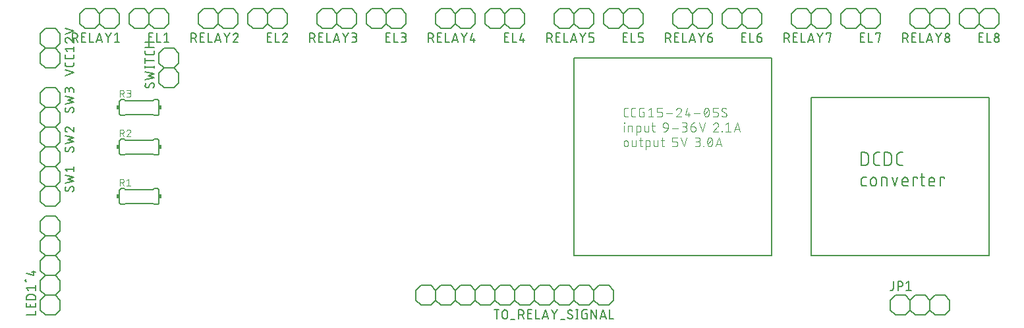
<source format=gbr>
G04 EAGLE Gerber X2 export*
%TF.Part,Single*%
%TF.FileFunction,Legend,Top,1*%
%TF.FilePolarity,Positive*%
%TF.GenerationSoftware,Autodesk,EAGLE,9.1.0*%
%TF.CreationDate,2019-05-29T07:05:15Z*%
G75*
%MOMM*%
%FSLAX34Y34*%
%LPD*%
%AMOC8*
5,1,8,0,0,1.08239X$1,22.5*%
G01*
%ADD10C,0.127000*%
%ADD11C,0.152400*%
%ADD12C,0.101600*%
%ADD13R,0.381000X0.508000*%


D10*
X1066800Y342900D02*
X1295400Y342900D01*
X1295400Y139700D01*
X1066800Y139700D01*
X1066800Y342900D01*
D11*
X1131062Y272288D02*
X1131062Y256032D01*
X1131062Y272288D02*
X1135578Y272288D01*
X1135709Y272286D01*
X1135841Y272280D01*
X1135972Y272271D01*
X1136102Y272257D01*
X1136233Y272240D01*
X1136362Y272219D01*
X1136491Y272195D01*
X1136619Y272166D01*
X1136747Y272134D01*
X1136873Y272098D01*
X1136998Y272059D01*
X1137123Y272016D01*
X1137245Y271969D01*
X1137367Y271919D01*
X1137487Y271865D01*
X1137605Y271808D01*
X1137721Y271747D01*
X1137836Y271683D01*
X1137949Y271616D01*
X1138060Y271545D01*
X1138168Y271471D01*
X1138275Y271394D01*
X1138379Y271314D01*
X1138481Y271231D01*
X1138580Y271146D01*
X1138677Y271057D01*
X1138771Y270965D01*
X1138863Y270871D01*
X1138952Y270774D01*
X1139037Y270675D01*
X1139120Y270573D01*
X1139200Y270469D01*
X1139277Y270362D01*
X1139351Y270254D01*
X1139422Y270143D01*
X1139489Y270030D01*
X1139553Y269915D01*
X1139614Y269799D01*
X1139671Y269681D01*
X1139725Y269561D01*
X1139775Y269439D01*
X1139822Y269317D01*
X1139865Y269192D01*
X1139904Y269067D01*
X1139940Y268941D01*
X1139972Y268813D01*
X1140001Y268685D01*
X1140025Y268556D01*
X1140046Y268427D01*
X1140063Y268296D01*
X1140077Y268166D01*
X1140086Y268035D01*
X1140092Y267903D01*
X1140094Y267772D01*
X1140093Y267772D02*
X1140093Y260548D01*
X1140094Y260548D02*
X1140092Y260417D01*
X1140086Y260285D01*
X1140077Y260154D01*
X1140063Y260024D01*
X1140046Y259893D01*
X1140025Y259764D01*
X1140001Y259635D01*
X1139972Y259507D01*
X1139940Y259379D01*
X1139904Y259253D01*
X1139865Y259128D01*
X1139822Y259003D01*
X1139775Y258881D01*
X1139725Y258759D01*
X1139671Y258639D01*
X1139614Y258521D01*
X1139553Y258405D01*
X1139489Y258290D01*
X1139422Y258177D01*
X1139351Y258066D01*
X1139277Y257958D01*
X1139200Y257851D01*
X1139120Y257747D01*
X1139037Y257645D01*
X1138952Y257546D01*
X1138863Y257449D01*
X1138771Y257355D01*
X1138677Y257263D01*
X1138580Y257174D01*
X1138481Y257089D01*
X1138379Y257006D01*
X1138275Y256926D01*
X1138168Y256849D01*
X1138060Y256775D01*
X1137949Y256704D01*
X1137836Y256637D01*
X1137721Y256573D01*
X1137605Y256512D01*
X1137487Y256455D01*
X1137367Y256401D01*
X1137245Y256351D01*
X1137123Y256304D01*
X1136998Y256261D01*
X1136873Y256222D01*
X1136747Y256186D01*
X1136619Y256154D01*
X1136491Y256125D01*
X1136362Y256101D01*
X1136232Y256080D01*
X1136102Y256063D01*
X1135972Y256049D01*
X1135841Y256040D01*
X1135709Y256034D01*
X1135578Y256032D01*
X1131062Y256032D01*
X1150787Y256032D02*
X1154400Y256032D01*
X1150787Y256032D02*
X1150669Y256034D01*
X1150551Y256040D01*
X1150433Y256049D01*
X1150316Y256063D01*
X1150199Y256080D01*
X1150082Y256101D01*
X1149967Y256126D01*
X1149852Y256155D01*
X1149738Y256188D01*
X1149626Y256224D01*
X1149515Y256264D01*
X1149405Y256307D01*
X1149296Y256354D01*
X1149189Y256404D01*
X1149084Y256459D01*
X1148981Y256516D01*
X1148880Y256577D01*
X1148780Y256641D01*
X1148683Y256708D01*
X1148588Y256778D01*
X1148496Y256852D01*
X1148405Y256928D01*
X1148318Y257008D01*
X1148233Y257090D01*
X1148151Y257175D01*
X1148071Y257262D01*
X1147995Y257353D01*
X1147921Y257445D01*
X1147851Y257540D01*
X1147784Y257637D01*
X1147720Y257737D01*
X1147659Y257838D01*
X1147602Y257941D01*
X1147547Y258046D01*
X1147497Y258153D01*
X1147450Y258262D01*
X1147407Y258372D01*
X1147367Y258483D01*
X1147331Y258595D01*
X1147298Y258709D01*
X1147269Y258824D01*
X1147244Y258939D01*
X1147223Y259056D01*
X1147206Y259173D01*
X1147192Y259290D01*
X1147183Y259408D01*
X1147177Y259526D01*
X1147175Y259644D01*
X1147175Y268676D01*
X1147177Y268794D01*
X1147183Y268912D01*
X1147192Y269030D01*
X1147206Y269147D01*
X1147223Y269264D01*
X1147244Y269381D01*
X1147269Y269496D01*
X1147298Y269611D01*
X1147331Y269725D01*
X1147367Y269837D01*
X1147407Y269948D01*
X1147450Y270058D01*
X1147497Y270167D01*
X1147547Y270274D01*
X1147601Y270379D01*
X1147659Y270482D01*
X1147720Y270583D01*
X1147784Y270683D01*
X1147851Y270780D01*
X1147921Y270875D01*
X1147995Y270967D01*
X1148071Y271058D01*
X1148151Y271145D01*
X1148233Y271230D01*
X1148318Y271312D01*
X1148405Y271392D01*
X1148496Y271468D01*
X1148588Y271542D01*
X1148683Y271612D01*
X1148780Y271679D01*
X1148880Y271743D01*
X1148981Y271804D01*
X1149084Y271861D01*
X1149189Y271915D01*
X1149296Y271966D01*
X1149405Y272013D01*
X1149515Y272056D01*
X1149626Y272096D01*
X1149738Y272132D01*
X1149852Y272165D01*
X1149967Y272194D01*
X1150082Y272219D01*
X1150199Y272240D01*
X1150316Y272257D01*
X1150433Y272271D01*
X1150551Y272280D01*
X1150669Y272286D01*
X1150787Y272288D01*
X1154400Y272288D01*
X1160761Y272288D02*
X1160761Y256032D01*
X1160761Y272288D02*
X1165277Y272288D01*
X1165408Y272286D01*
X1165540Y272280D01*
X1165671Y272271D01*
X1165801Y272257D01*
X1165932Y272240D01*
X1166061Y272219D01*
X1166190Y272195D01*
X1166318Y272166D01*
X1166446Y272134D01*
X1166572Y272098D01*
X1166697Y272059D01*
X1166822Y272016D01*
X1166944Y271969D01*
X1167066Y271919D01*
X1167186Y271865D01*
X1167304Y271808D01*
X1167420Y271747D01*
X1167535Y271683D01*
X1167648Y271616D01*
X1167759Y271545D01*
X1167867Y271471D01*
X1167974Y271394D01*
X1168078Y271314D01*
X1168180Y271231D01*
X1168279Y271146D01*
X1168376Y271057D01*
X1168470Y270965D01*
X1168562Y270871D01*
X1168651Y270774D01*
X1168736Y270675D01*
X1168819Y270573D01*
X1168899Y270469D01*
X1168976Y270362D01*
X1169050Y270254D01*
X1169121Y270143D01*
X1169188Y270030D01*
X1169252Y269915D01*
X1169313Y269799D01*
X1169370Y269681D01*
X1169424Y269561D01*
X1169474Y269439D01*
X1169521Y269317D01*
X1169564Y269192D01*
X1169603Y269067D01*
X1169639Y268941D01*
X1169671Y268813D01*
X1169700Y268685D01*
X1169724Y268556D01*
X1169745Y268427D01*
X1169762Y268296D01*
X1169776Y268166D01*
X1169785Y268035D01*
X1169791Y267903D01*
X1169793Y267772D01*
X1169792Y267772D02*
X1169792Y260548D01*
X1169793Y260548D02*
X1169791Y260417D01*
X1169785Y260285D01*
X1169776Y260154D01*
X1169762Y260024D01*
X1169745Y259893D01*
X1169724Y259764D01*
X1169700Y259635D01*
X1169671Y259507D01*
X1169639Y259379D01*
X1169603Y259253D01*
X1169564Y259128D01*
X1169521Y259003D01*
X1169474Y258881D01*
X1169424Y258759D01*
X1169370Y258639D01*
X1169313Y258521D01*
X1169252Y258405D01*
X1169188Y258290D01*
X1169121Y258177D01*
X1169050Y258066D01*
X1168976Y257958D01*
X1168899Y257851D01*
X1168819Y257747D01*
X1168736Y257645D01*
X1168651Y257546D01*
X1168562Y257449D01*
X1168470Y257355D01*
X1168376Y257263D01*
X1168279Y257174D01*
X1168180Y257089D01*
X1168078Y257006D01*
X1167974Y256926D01*
X1167867Y256849D01*
X1167759Y256775D01*
X1167648Y256704D01*
X1167535Y256637D01*
X1167420Y256573D01*
X1167304Y256512D01*
X1167186Y256455D01*
X1167066Y256401D01*
X1166944Y256351D01*
X1166822Y256304D01*
X1166697Y256261D01*
X1166572Y256222D01*
X1166446Y256186D01*
X1166318Y256154D01*
X1166190Y256125D01*
X1166061Y256101D01*
X1165931Y256080D01*
X1165801Y256063D01*
X1165671Y256049D01*
X1165540Y256040D01*
X1165408Y256034D01*
X1165277Y256032D01*
X1160761Y256032D01*
X1180487Y256032D02*
X1184099Y256032D01*
X1180487Y256032D02*
X1180369Y256034D01*
X1180251Y256040D01*
X1180133Y256049D01*
X1180016Y256063D01*
X1179899Y256080D01*
X1179782Y256101D01*
X1179667Y256126D01*
X1179552Y256155D01*
X1179438Y256188D01*
X1179326Y256224D01*
X1179215Y256264D01*
X1179105Y256307D01*
X1178996Y256354D01*
X1178889Y256404D01*
X1178784Y256459D01*
X1178681Y256516D01*
X1178580Y256577D01*
X1178480Y256641D01*
X1178383Y256708D01*
X1178288Y256778D01*
X1178196Y256852D01*
X1178105Y256928D01*
X1178018Y257008D01*
X1177933Y257090D01*
X1177851Y257175D01*
X1177771Y257262D01*
X1177695Y257353D01*
X1177621Y257445D01*
X1177551Y257540D01*
X1177484Y257637D01*
X1177420Y257737D01*
X1177359Y257838D01*
X1177302Y257941D01*
X1177247Y258046D01*
X1177197Y258153D01*
X1177150Y258262D01*
X1177107Y258372D01*
X1177067Y258483D01*
X1177031Y258595D01*
X1176998Y258709D01*
X1176969Y258824D01*
X1176944Y258939D01*
X1176923Y259056D01*
X1176906Y259173D01*
X1176892Y259290D01*
X1176883Y259408D01*
X1176877Y259526D01*
X1176875Y259644D01*
X1176874Y259644D02*
X1176874Y268676D01*
X1176875Y268676D02*
X1176877Y268794D01*
X1176883Y268912D01*
X1176892Y269030D01*
X1176906Y269147D01*
X1176923Y269264D01*
X1176944Y269381D01*
X1176969Y269496D01*
X1176998Y269611D01*
X1177031Y269725D01*
X1177067Y269837D01*
X1177107Y269948D01*
X1177150Y270058D01*
X1177197Y270167D01*
X1177247Y270274D01*
X1177301Y270379D01*
X1177359Y270482D01*
X1177420Y270583D01*
X1177484Y270683D01*
X1177551Y270780D01*
X1177621Y270875D01*
X1177695Y270967D01*
X1177771Y271058D01*
X1177851Y271145D01*
X1177933Y271230D01*
X1178018Y271312D01*
X1178105Y271392D01*
X1178196Y271468D01*
X1178288Y271542D01*
X1178383Y271612D01*
X1178480Y271679D01*
X1178580Y271743D01*
X1178681Y271804D01*
X1178784Y271861D01*
X1178889Y271915D01*
X1178996Y271966D01*
X1179105Y272013D01*
X1179215Y272056D01*
X1179326Y272096D01*
X1179438Y272132D01*
X1179552Y272165D01*
X1179667Y272194D01*
X1179782Y272219D01*
X1179899Y272240D01*
X1180016Y272257D01*
X1180133Y272271D01*
X1180251Y272280D01*
X1180369Y272286D01*
X1180487Y272288D01*
X1184099Y272288D01*
X1137384Y229362D02*
X1133771Y229362D01*
X1133670Y229364D01*
X1133569Y229370D01*
X1133468Y229379D01*
X1133367Y229392D01*
X1133267Y229409D01*
X1133168Y229430D01*
X1133070Y229454D01*
X1132973Y229482D01*
X1132876Y229514D01*
X1132781Y229549D01*
X1132688Y229588D01*
X1132596Y229630D01*
X1132505Y229676D01*
X1132417Y229725D01*
X1132330Y229777D01*
X1132245Y229833D01*
X1132162Y229891D01*
X1132082Y229953D01*
X1132004Y230018D01*
X1131928Y230085D01*
X1131855Y230155D01*
X1131785Y230228D01*
X1131718Y230304D01*
X1131653Y230382D01*
X1131591Y230462D01*
X1131533Y230545D01*
X1131477Y230630D01*
X1131425Y230717D01*
X1131376Y230805D01*
X1131330Y230896D01*
X1131288Y230988D01*
X1131249Y231081D01*
X1131214Y231176D01*
X1131182Y231273D01*
X1131154Y231370D01*
X1131130Y231468D01*
X1131109Y231567D01*
X1131092Y231667D01*
X1131079Y231768D01*
X1131070Y231869D01*
X1131064Y231970D01*
X1131062Y232071D01*
X1131062Y237490D01*
X1131064Y237591D01*
X1131070Y237692D01*
X1131079Y237793D01*
X1131092Y237894D01*
X1131109Y237994D01*
X1131130Y238093D01*
X1131154Y238191D01*
X1131182Y238288D01*
X1131214Y238385D01*
X1131249Y238480D01*
X1131288Y238573D01*
X1131330Y238665D01*
X1131376Y238756D01*
X1131425Y238845D01*
X1131477Y238931D01*
X1131533Y239016D01*
X1131591Y239099D01*
X1131653Y239179D01*
X1131718Y239257D01*
X1131785Y239333D01*
X1131855Y239406D01*
X1131928Y239476D01*
X1132004Y239543D01*
X1132082Y239608D01*
X1132162Y239670D01*
X1132245Y239728D01*
X1132330Y239784D01*
X1132417Y239836D01*
X1132505Y239885D01*
X1132596Y239931D01*
X1132688Y239973D01*
X1132781Y240012D01*
X1132876Y240047D01*
X1132973Y240079D01*
X1133070Y240107D01*
X1133168Y240131D01*
X1133267Y240152D01*
X1133367Y240169D01*
X1133468Y240182D01*
X1133569Y240191D01*
X1133670Y240197D01*
X1133771Y240199D01*
X1137384Y240199D01*
X1143028Y236587D02*
X1143028Y232974D01*
X1143029Y236587D02*
X1143031Y236706D01*
X1143037Y236826D01*
X1143047Y236945D01*
X1143061Y237063D01*
X1143078Y237182D01*
X1143100Y237299D01*
X1143125Y237416D01*
X1143155Y237531D01*
X1143188Y237646D01*
X1143225Y237760D01*
X1143265Y237872D01*
X1143310Y237983D01*
X1143358Y238092D01*
X1143409Y238200D01*
X1143464Y238306D01*
X1143523Y238410D01*
X1143585Y238512D01*
X1143650Y238612D01*
X1143719Y238710D01*
X1143791Y238806D01*
X1143866Y238899D01*
X1143943Y238989D01*
X1144024Y239077D01*
X1144108Y239162D01*
X1144195Y239244D01*
X1144284Y239324D01*
X1144376Y239400D01*
X1144470Y239474D01*
X1144567Y239544D01*
X1144665Y239611D01*
X1144766Y239675D01*
X1144870Y239735D01*
X1144975Y239792D01*
X1145082Y239845D01*
X1145190Y239895D01*
X1145300Y239941D01*
X1145412Y239983D01*
X1145525Y240022D01*
X1145639Y240057D01*
X1145754Y240088D01*
X1145871Y240116D01*
X1145988Y240139D01*
X1146105Y240159D01*
X1146224Y240175D01*
X1146343Y240187D01*
X1146462Y240195D01*
X1146581Y240199D01*
X1146701Y240199D01*
X1146820Y240195D01*
X1146939Y240187D01*
X1147058Y240175D01*
X1147177Y240159D01*
X1147294Y240139D01*
X1147411Y240116D01*
X1147528Y240088D01*
X1147643Y240057D01*
X1147757Y240022D01*
X1147870Y239983D01*
X1147982Y239941D01*
X1148092Y239895D01*
X1148200Y239845D01*
X1148307Y239792D01*
X1148412Y239735D01*
X1148516Y239675D01*
X1148617Y239611D01*
X1148715Y239544D01*
X1148812Y239474D01*
X1148906Y239400D01*
X1148998Y239324D01*
X1149087Y239244D01*
X1149174Y239162D01*
X1149258Y239077D01*
X1149339Y238989D01*
X1149416Y238899D01*
X1149491Y238806D01*
X1149563Y238710D01*
X1149632Y238612D01*
X1149697Y238512D01*
X1149759Y238410D01*
X1149818Y238306D01*
X1149873Y238200D01*
X1149924Y238092D01*
X1149972Y237983D01*
X1150017Y237872D01*
X1150057Y237760D01*
X1150094Y237646D01*
X1150127Y237531D01*
X1150157Y237416D01*
X1150182Y237299D01*
X1150204Y237182D01*
X1150221Y237063D01*
X1150235Y236945D01*
X1150245Y236826D01*
X1150251Y236706D01*
X1150253Y236587D01*
X1150253Y232974D01*
X1150251Y232855D01*
X1150245Y232735D01*
X1150235Y232616D01*
X1150221Y232498D01*
X1150204Y232379D01*
X1150182Y232262D01*
X1150157Y232145D01*
X1150127Y232030D01*
X1150094Y231915D01*
X1150057Y231801D01*
X1150017Y231689D01*
X1149972Y231578D01*
X1149924Y231469D01*
X1149873Y231361D01*
X1149818Y231255D01*
X1149759Y231151D01*
X1149697Y231049D01*
X1149632Y230949D01*
X1149563Y230851D01*
X1149491Y230755D01*
X1149416Y230662D01*
X1149339Y230572D01*
X1149258Y230484D01*
X1149174Y230399D01*
X1149087Y230317D01*
X1148998Y230237D01*
X1148906Y230161D01*
X1148812Y230087D01*
X1148715Y230017D01*
X1148617Y229950D01*
X1148516Y229886D01*
X1148412Y229826D01*
X1148307Y229769D01*
X1148200Y229716D01*
X1148092Y229666D01*
X1147982Y229620D01*
X1147870Y229578D01*
X1147757Y229539D01*
X1147643Y229504D01*
X1147528Y229473D01*
X1147411Y229445D01*
X1147294Y229422D01*
X1147177Y229402D01*
X1147058Y229386D01*
X1146939Y229374D01*
X1146820Y229366D01*
X1146701Y229362D01*
X1146581Y229362D01*
X1146462Y229366D01*
X1146343Y229374D01*
X1146224Y229386D01*
X1146105Y229402D01*
X1145988Y229422D01*
X1145871Y229445D01*
X1145754Y229473D01*
X1145639Y229504D01*
X1145525Y229539D01*
X1145412Y229578D01*
X1145300Y229620D01*
X1145190Y229666D01*
X1145082Y229716D01*
X1144975Y229769D01*
X1144870Y229826D01*
X1144766Y229886D01*
X1144665Y229950D01*
X1144567Y230017D01*
X1144470Y230087D01*
X1144376Y230161D01*
X1144284Y230237D01*
X1144195Y230317D01*
X1144108Y230399D01*
X1144024Y230484D01*
X1143943Y230572D01*
X1143866Y230662D01*
X1143791Y230755D01*
X1143719Y230851D01*
X1143650Y230949D01*
X1143585Y231049D01*
X1143523Y231151D01*
X1143464Y231255D01*
X1143409Y231361D01*
X1143358Y231469D01*
X1143310Y231578D01*
X1143265Y231689D01*
X1143225Y231801D01*
X1143188Y231915D01*
X1143155Y232030D01*
X1143125Y232145D01*
X1143100Y232262D01*
X1143078Y232379D01*
X1143061Y232498D01*
X1143047Y232616D01*
X1143037Y232735D01*
X1143031Y232855D01*
X1143029Y232974D01*
X1157096Y229362D02*
X1157096Y240199D01*
X1161612Y240199D01*
X1161716Y240197D01*
X1161819Y240191D01*
X1161923Y240181D01*
X1162026Y240167D01*
X1162128Y240149D01*
X1162229Y240128D01*
X1162330Y240102D01*
X1162429Y240073D01*
X1162528Y240040D01*
X1162625Y240003D01*
X1162720Y239962D01*
X1162814Y239918D01*
X1162906Y239870D01*
X1162996Y239819D01*
X1163085Y239764D01*
X1163171Y239706D01*
X1163254Y239644D01*
X1163336Y239580D01*
X1163414Y239512D01*
X1163490Y239442D01*
X1163564Y239369D01*
X1163634Y239292D01*
X1163702Y239214D01*
X1163766Y239132D01*
X1163828Y239049D01*
X1163886Y238963D01*
X1163941Y238874D01*
X1163992Y238784D01*
X1164040Y238692D01*
X1164084Y238598D01*
X1164125Y238503D01*
X1164162Y238406D01*
X1164195Y238307D01*
X1164224Y238208D01*
X1164250Y238107D01*
X1164271Y238006D01*
X1164289Y237904D01*
X1164303Y237801D01*
X1164313Y237697D01*
X1164319Y237594D01*
X1164321Y237490D01*
X1164321Y229362D01*
X1174256Y229362D02*
X1170644Y240199D01*
X1177868Y240199D02*
X1174256Y229362D01*
X1186379Y229362D02*
X1190894Y229362D01*
X1186379Y229362D02*
X1186278Y229364D01*
X1186177Y229370D01*
X1186076Y229379D01*
X1185975Y229392D01*
X1185875Y229409D01*
X1185776Y229430D01*
X1185678Y229454D01*
X1185581Y229482D01*
X1185484Y229514D01*
X1185389Y229549D01*
X1185296Y229588D01*
X1185204Y229630D01*
X1185113Y229676D01*
X1185025Y229725D01*
X1184938Y229777D01*
X1184853Y229833D01*
X1184770Y229891D01*
X1184690Y229953D01*
X1184612Y230018D01*
X1184536Y230085D01*
X1184463Y230155D01*
X1184393Y230228D01*
X1184326Y230304D01*
X1184261Y230382D01*
X1184199Y230462D01*
X1184141Y230545D01*
X1184085Y230630D01*
X1184033Y230717D01*
X1183984Y230805D01*
X1183938Y230896D01*
X1183896Y230988D01*
X1183857Y231081D01*
X1183822Y231176D01*
X1183790Y231273D01*
X1183762Y231370D01*
X1183738Y231468D01*
X1183717Y231567D01*
X1183700Y231667D01*
X1183687Y231768D01*
X1183678Y231869D01*
X1183672Y231970D01*
X1183670Y232071D01*
X1183670Y236587D01*
X1183672Y236706D01*
X1183678Y236826D01*
X1183688Y236945D01*
X1183702Y237063D01*
X1183719Y237182D01*
X1183741Y237299D01*
X1183766Y237416D01*
X1183796Y237531D01*
X1183829Y237646D01*
X1183866Y237760D01*
X1183906Y237872D01*
X1183951Y237983D01*
X1183999Y238092D01*
X1184050Y238200D01*
X1184105Y238306D01*
X1184164Y238410D01*
X1184226Y238512D01*
X1184291Y238612D01*
X1184360Y238710D01*
X1184432Y238806D01*
X1184507Y238899D01*
X1184584Y238989D01*
X1184665Y239077D01*
X1184749Y239162D01*
X1184836Y239244D01*
X1184925Y239324D01*
X1185017Y239400D01*
X1185111Y239474D01*
X1185208Y239544D01*
X1185306Y239611D01*
X1185407Y239675D01*
X1185511Y239735D01*
X1185616Y239792D01*
X1185723Y239845D01*
X1185831Y239895D01*
X1185941Y239941D01*
X1186053Y239983D01*
X1186166Y240022D01*
X1186280Y240057D01*
X1186395Y240088D01*
X1186512Y240116D01*
X1186629Y240139D01*
X1186746Y240159D01*
X1186865Y240175D01*
X1186984Y240187D01*
X1187103Y240195D01*
X1187222Y240199D01*
X1187342Y240199D01*
X1187461Y240195D01*
X1187580Y240187D01*
X1187699Y240175D01*
X1187818Y240159D01*
X1187935Y240139D01*
X1188052Y240116D01*
X1188169Y240088D01*
X1188284Y240057D01*
X1188398Y240022D01*
X1188511Y239983D01*
X1188623Y239941D01*
X1188733Y239895D01*
X1188841Y239845D01*
X1188948Y239792D01*
X1189053Y239735D01*
X1189157Y239675D01*
X1189258Y239611D01*
X1189356Y239544D01*
X1189453Y239474D01*
X1189547Y239400D01*
X1189639Y239324D01*
X1189728Y239244D01*
X1189815Y239162D01*
X1189899Y239077D01*
X1189980Y238989D01*
X1190057Y238899D01*
X1190132Y238806D01*
X1190204Y238710D01*
X1190273Y238612D01*
X1190338Y238512D01*
X1190400Y238410D01*
X1190459Y238306D01*
X1190514Y238200D01*
X1190565Y238092D01*
X1190613Y237983D01*
X1190658Y237872D01*
X1190698Y237760D01*
X1190735Y237646D01*
X1190768Y237531D01*
X1190798Y237416D01*
X1190823Y237299D01*
X1190845Y237182D01*
X1190862Y237063D01*
X1190876Y236945D01*
X1190886Y236826D01*
X1190892Y236706D01*
X1190894Y236587D01*
X1190894Y234781D01*
X1183670Y234781D01*
X1197822Y240199D02*
X1197822Y229362D01*
X1197822Y240199D02*
X1203241Y240199D01*
X1203241Y238393D01*
X1206861Y240199D02*
X1212280Y240199D01*
X1208667Y245618D02*
X1208667Y232071D01*
X1208668Y232071D02*
X1208670Y231970D01*
X1208676Y231869D01*
X1208685Y231768D01*
X1208698Y231667D01*
X1208715Y231567D01*
X1208736Y231468D01*
X1208760Y231370D01*
X1208788Y231273D01*
X1208820Y231176D01*
X1208855Y231081D01*
X1208894Y230988D01*
X1208936Y230896D01*
X1208982Y230805D01*
X1209031Y230717D01*
X1209083Y230630D01*
X1209139Y230545D01*
X1209197Y230462D01*
X1209259Y230382D01*
X1209324Y230304D01*
X1209391Y230228D01*
X1209461Y230155D01*
X1209534Y230085D01*
X1209610Y230018D01*
X1209688Y229953D01*
X1209768Y229891D01*
X1209851Y229833D01*
X1209936Y229777D01*
X1210023Y229725D01*
X1210111Y229676D01*
X1210202Y229630D01*
X1210294Y229588D01*
X1210387Y229549D01*
X1210482Y229514D01*
X1210579Y229482D01*
X1210676Y229454D01*
X1210774Y229430D01*
X1210873Y229409D01*
X1210973Y229392D01*
X1211074Y229379D01*
X1211175Y229370D01*
X1211276Y229364D01*
X1211377Y229362D01*
X1212280Y229362D01*
X1220767Y229362D02*
X1225283Y229362D01*
X1220767Y229362D02*
X1220666Y229364D01*
X1220565Y229370D01*
X1220464Y229379D01*
X1220363Y229392D01*
X1220263Y229409D01*
X1220164Y229430D01*
X1220066Y229454D01*
X1219969Y229482D01*
X1219872Y229514D01*
X1219777Y229549D01*
X1219684Y229588D01*
X1219592Y229630D01*
X1219501Y229676D01*
X1219413Y229725D01*
X1219326Y229777D01*
X1219241Y229833D01*
X1219158Y229891D01*
X1219078Y229953D01*
X1219000Y230018D01*
X1218924Y230085D01*
X1218851Y230155D01*
X1218781Y230228D01*
X1218714Y230304D01*
X1218649Y230382D01*
X1218587Y230462D01*
X1218529Y230545D01*
X1218473Y230630D01*
X1218421Y230717D01*
X1218372Y230805D01*
X1218326Y230896D01*
X1218284Y230988D01*
X1218245Y231081D01*
X1218210Y231176D01*
X1218178Y231273D01*
X1218150Y231370D01*
X1218126Y231468D01*
X1218105Y231567D01*
X1218088Y231667D01*
X1218075Y231768D01*
X1218066Y231869D01*
X1218060Y231970D01*
X1218058Y232071D01*
X1218058Y236587D01*
X1218059Y236587D02*
X1218061Y236706D01*
X1218067Y236826D01*
X1218077Y236945D01*
X1218091Y237063D01*
X1218108Y237182D01*
X1218130Y237299D01*
X1218155Y237416D01*
X1218185Y237531D01*
X1218218Y237646D01*
X1218255Y237760D01*
X1218295Y237872D01*
X1218340Y237983D01*
X1218388Y238092D01*
X1218439Y238200D01*
X1218494Y238306D01*
X1218553Y238410D01*
X1218615Y238512D01*
X1218680Y238612D01*
X1218749Y238710D01*
X1218821Y238806D01*
X1218896Y238899D01*
X1218973Y238989D01*
X1219054Y239077D01*
X1219138Y239162D01*
X1219225Y239244D01*
X1219314Y239324D01*
X1219406Y239400D01*
X1219500Y239474D01*
X1219597Y239544D01*
X1219695Y239611D01*
X1219796Y239675D01*
X1219900Y239735D01*
X1220005Y239792D01*
X1220112Y239845D01*
X1220220Y239895D01*
X1220330Y239941D01*
X1220442Y239983D01*
X1220555Y240022D01*
X1220669Y240057D01*
X1220784Y240088D01*
X1220901Y240116D01*
X1221018Y240139D01*
X1221135Y240159D01*
X1221254Y240175D01*
X1221373Y240187D01*
X1221492Y240195D01*
X1221611Y240199D01*
X1221731Y240199D01*
X1221850Y240195D01*
X1221969Y240187D01*
X1222088Y240175D01*
X1222207Y240159D01*
X1222324Y240139D01*
X1222441Y240116D01*
X1222558Y240088D01*
X1222673Y240057D01*
X1222787Y240022D01*
X1222900Y239983D01*
X1223012Y239941D01*
X1223122Y239895D01*
X1223230Y239845D01*
X1223337Y239792D01*
X1223442Y239735D01*
X1223546Y239675D01*
X1223647Y239611D01*
X1223745Y239544D01*
X1223842Y239474D01*
X1223936Y239400D01*
X1224028Y239324D01*
X1224117Y239244D01*
X1224204Y239162D01*
X1224288Y239077D01*
X1224369Y238989D01*
X1224446Y238899D01*
X1224521Y238806D01*
X1224593Y238710D01*
X1224662Y238612D01*
X1224727Y238512D01*
X1224789Y238410D01*
X1224848Y238306D01*
X1224903Y238200D01*
X1224954Y238092D01*
X1225002Y237983D01*
X1225047Y237872D01*
X1225087Y237760D01*
X1225124Y237646D01*
X1225157Y237531D01*
X1225187Y237416D01*
X1225212Y237299D01*
X1225234Y237182D01*
X1225251Y237063D01*
X1225265Y236945D01*
X1225275Y236826D01*
X1225281Y236706D01*
X1225283Y236587D01*
X1225283Y234781D01*
X1218058Y234781D01*
X1232211Y229362D02*
X1232211Y240199D01*
X1237630Y240199D01*
X1237630Y238393D01*
X234950Y431800D02*
X222250Y431800D01*
X215900Y438150D01*
X215900Y450850D01*
X222250Y457200D01*
X241300Y450850D02*
X241300Y438150D01*
X234950Y431800D01*
X241300Y450850D02*
X234950Y457200D01*
X222250Y457200D01*
X215900Y438150D02*
X209550Y431800D01*
X196850Y431800D01*
X190500Y438150D01*
X190500Y450850D01*
X196850Y457200D01*
X209550Y457200D01*
X215900Y450850D01*
D10*
X215671Y414147D02*
X220751Y414147D01*
X215671Y414147D02*
X215671Y425577D01*
X220751Y425577D01*
X219481Y420497D02*
X215671Y420497D01*
X225577Y425577D02*
X225577Y414147D01*
X230657Y414147D01*
X235077Y423037D02*
X238252Y425577D01*
X238252Y414147D01*
X235077Y414147D02*
X241427Y414147D01*
D11*
X374650Y431800D02*
X387350Y431800D01*
X374650Y431800D02*
X368300Y438150D01*
X368300Y450850D01*
X374650Y457200D01*
X393700Y450850D02*
X393700Y438150D01*
X387350Y431800D01*
X393700Y450850D02*
X387350Y457200D01*
X374650Y457200D01*
X368300Y438150D02*
X361950Y431800D01*
X349250Y431800D01*
X342900Y438150D01*
X342900Y450850D01*
X349250Y457200D01*
X361950Y457200D01*
X368300Y450850D01*
D10*
X368071Y414147D02*
X373151Y414147D01*
X368071Y414147D02*
X368071Y425577D01*
X373151Y425577D01*
X371881Y420497D02*
X368071Y420497D01*
X377977Y425577D02*
X377977Y414147D01*
X383057Y414147D01*
X393828Y422720D02*
X393826Y422824D01*
X393820Y422929D01*
X393811Y423033D01*
X393798Y423136D01*
X393780Y423239D01*
X393760Y423341D01*
X393735Y423443D01*
X393707Y423543D01*
X393675Y423643D01*
X393639Y423741D01*
X393600Y423838D01*
X393558Y423933D01*
X393512Y424027D01*
X393462Y424119D01*
X393410Y424209D01*
X393354Y424297D01*
X393294Y424383D01*
X393232Y424467D01*
X393167Y424548D01*
X393099Y424627D01*
X393027Y424704D01*
X392954Y424777D01*
X392877Y424849D01*
X392798Y424917D01*
X392717Y424982D01*
X392633Y425044D01*
X392547Y425104D01*
X392459Y425160D01*
X392369Y425212D01*
X392277Y425262D01*
X392183Y425308D01*
X392088Y425350D01*
X391991Y425389D01*
X391893Y425425D01*
X391793Y425457D01*
X391693Y425485D01*
X391591Y425510D01*
X391489Y425530D01*
X391386Y425548D01*
X391283Y425561D01*
X391179Y425570D01*
X391074Y425576D01*
X390970Y425578D01*
X390970Y425577D02*
X390852Y425575D01*
X390733Y425569D01*
X390615Y425560D01*
X390498Y425547D01*
X390381Y425529D01*
X390264Y425509D01*
X390148Y425484D01*
X390033Y425456D01*
X389920Y425423D01*
X389807Y425388D01*
X389695Y425348D01*
X389585Y425306D01*
X389476Y425259D01*
X389368Y425209D01*
X389263Y425156D01*
X389159Y425099D01*
X389057Y425039D01*
X388957Y424976D01*
X388859Y424909D01*
X388763Y424840D01*
X388670Y424767D01*
X388579Y424691D01*
X388490Y424613D01*
X388404Y424531D01*
X388321Y424447D01*
X388240Y424361D01*
X388163Y424271D01*
X388088Y424180D01*
X388016Y424086D01*
X387947Y423989D01*
X387882Y423891D01*
X387819Y423790D01*
X387760Y423687D01*
X387704Y423583D01*
X387652Y423477D01*
X387603Y423369D01*
X387558Y423260D01*
X387516Y423149D01*
X387478Y423037D01*
X392875Y420498D02*
X392951Y420573D01*
X393026Y420652D01*
X393097Y420733D01*
X393166Y420817D01*
X393231Y420903D01*
X393293Y420991D01*
X393353Y421081D01*
X393409Y421173D01*
X393462Y421268D01*
X393511Y421364D01*
X393557Y421462D01*
X393600Y421561D01*
X393639Y421662D01*
X393674Y421764D01*
X393706Y421867D01*
X393734Y421971D01*
X393759Y422076D01*
X393780Y422183D01*
X393797Y422289D01*
X393810Y422396D01*
X393819Y422504D01*
X393825Y422612D01*
X393827Y422720D01*
X392875Y420497D02*
X387477Y414147D01*
X393827Y414147D01*
D11*
X527050Y431800D02*
X539750Y431800D01*
X527050Y431800D02*
X520700Y438150D01*
X520700Y450850D01*
X527050Y457200D01*
X546100Y450850D02*
X546100Y438150D01*
X539750Y431800D01*
X546100Y450850D02*
X539750Y457200D01*
X527050Y457200D01*
X520700Y438150D02*
X514350Y431800D01*
X501650Y431800D01*
X495300Y438150D01*
X495300Y450850D01*
X501650Y457200D01*
X514350Y457200D01*
X520700Y450850D01*
D10*
X520471Y414147D02*
X525551Y414147D01*
X520471Y414147D02*
X520471Y425577D01*
X525551Y425577D01*
X524281Y420497D02*
X520471Y420497D01*
X530377Y425577D02*
X530377Y414147D01*
X535457Y414147D01*
X539877Y414147D02*
X543052Y414147D01*
X543163Y414149D01*
X543273Y414155D01*
X543384Y414164D01*
X543494Y414178D01*
X543603Y414195D01*
X543712Y414216D01*
X543820Y414241D01*
X543927Y414270D01*
X544033Y414302D01*
X544138Y414338D01*
X544241Y414378D01*
X544343Y414421D01*
X544444Y414468D01*
X544543Y414519D01*
X544640Y414572D01*
X544734Y414629D01*
X544827Y414690D01*
X544918Y414753D01*
X545007Y414820D01*
X545093Y414890D01*
X545176Y414963D01*
X545258Y415038D01*
X545336Y415116D01*
X545411Y415198D01*
X545484Y415281D01*
X545554Y415367D01*
X545621Y415456D01*
X545684Y415547D01*
X545745Y415640D01*
X545802Y415734D01*
X545855Y415831D01*
X545906Y415930D01*
X545953Y416031D01*
X545996Y416133D01*
X546036Y416236D01*
X546072Y416341D01*
X546104Y416447D01*
X546133Y416554D01*
X546158Y416662D01*
X546179Y416771D01*
X546196Y416880D01*
X546210Y416990D01*
X546219Y417101D01*
X546225Y417211D01*
X546227Y417322D01*
X546225Y417433D01*
X546219Y417543D01*
X546210Y417654D01*
X546196Y417764D01*
X546179Y417873D01*
X546158Y417982D01*
X546133Y418090D01*
X546104Y418197D01*
X546072Y418303D01*
X546036Y418408D01*
X545996Y418511D01*
X545953Y418613D01*
X545906Y418714D01*
X545855Y418813D01*
X545802Y418909D01*
X545745Y419004D01*
X545684Y419097D01*
X545621Y419188D01*
X545554Y419277D01*
X545484Y419363D01*
X545411Y419446D01*
X545336Y419528D01*
X545258Y419606D01*
X545176Y419681D01*
X545093Y419754D01*
X545007Y419824D01*
X544918Y419891D01*
X544827Y419954D01*
X544734Y420015D01*
X544640Y420072D01*
X544543Y420125D01*
X544444Y420176D01*
X544343Y420223D01*
X544241Y420266D01*
X544138Y420306D01*
X544033Y420342D01*
X543927Y420374D01*
X543820Y420403D01*
X543712Y420428D01*
X543603Y420449D01*
X543494Y420466D01*
X543384Y420480D01*
X543273Y420489D01*
X543163Y420495D01*
X543052Y420497D01*
X543687Y425577D02*
X539877Y425577D01*
X543687Y425577D02*
X543787Y425575D01*
X543886Y425569D01*
X543986Y425559D01*
X544084Y425546D01*
X544183Y425528D01*
X544280Y425507D01*
X544376Y425482D01*
X544472Y425453D01*
X544566Y425420D01*
X544659Y425384D01*
X544750Y425344D01*
X544840Y425300D01*
X544928Y425253D01*
X545014Y425203D01*
X545098Y425149D01*
X545180Y425092D01*
X545259Y425032D01*
X545337Y424968D01*
X545411Y424902D01*
X545483Y424833D01*
X545552Y424761D01*
X545618Y424687D01*
X545682Y424609D01*
X545742Y424530D01*
X545799Y424448D01*
X545853Y424364D01*
X545903Y424278D01*
X545950Y424190D01*
X545994Y424100D01*
X546034Y424009D01*
X546070Y423916D01*
X546103Y423822D01*
X546132Y423726D01*
X546157Y423630D01*
X546178Y423533D01*
X546196Y423434D01*
X546209Y423336D01*
X546219Y423236D01*
X546225Y423137D01*
X546227Y423037D01*
X546225Y422937D01*
X546219Y422838D01*
X546209Y422738D01*
X546196Y422640D01*
X546178Y422541D01*
X546157Y422444D01*
X546132Y422348D01*
X546103Y422252D01*
X546070Y422158D01*
X546034Y422065D01*
X545994Y421974D01*
X545950Y421884D01*
X545903Y421796D01*
X545853Y421710D01*
X545799Y421626D01*
X545742Y421544D01*
X545682Y421465D01*
X545618Y421387D01*
X545552Y421313D01*
X545483Y421241D01*
X545411Y421172D01*
X545337Y421106D01*
X545259Y421042D01*
X545180Y420982D01*
X545098Y420925D01*
X545014Y420871D01*
X544928Y420821D01*
X544840Y420774D01*
X544750Y420730D01*
X544659Y420690D01*
X544566Y420654D01*
X544472Y420621D01*
X544376Y420592D01*
X544280Y420567D01*
X544183Y420546D01*
X544084Y420528D01*
X543986Y420515D01*
X543886Y420505D01*
X543787Y420499D01*
X543687Y420497D01*
X541147Y420497D01*
D11*
X679450Y431800D02*
X692150Y431800D01*
X679450Y431800D02*
X673100Y438150D01*
X673100Y450850D01*
X679450Y457200D01*
X698500Y450850D02*
X698500Y438150D01*
X692150Y431800D01*
X698500Y450850D02*
X692150Y457200D01*
X679450Y457200D01*
X673100Y438150D02*
X666750Y431800D01*
X654050Y431800D01*
X647700Y438150D01*
X647700Y450850D01*
X654050Y457200D01*
X666750Y457200D01*
X673100Y450850D01*
D10*
X672871Y414147D02*
X677951Y414147D01*
X672871Y414147D02*
X672871Y425577D01*
X677951Y425577D01*
X676681Y420497D02*
X672871Y420497D01*
X682777Y425577D02*
X682777Y414147D01*
X687857Y414147D01*
X692277Y416687D02*
X694817Y425577D01*
X692277Y416687D02*
X698627Y416687D01*
X696722Y419227D02*
X696722Y414147D01*
D11*
X831850Y431800D02*
X844550Y431800D01*
X831850Y431800D02*
X825500Y438150D01*
X825500Y450850D01*
X831850Y457200D01*
X850900Y450850D02*
X850900Y438150D01*
X844550Y431800D01*
X850900Y450850D02*
X844550Y457200D01*
X831850Y457200D01*
X825500Y438150D02*
X819150Y431800D01*
X806450Y431800D01*
X800100Y438150D01*
X800100Y450850D01*
X806450Y457200D01*
X819150Y457200D01*
X825500Y450850D01*
D10*
X825271Y414147D02*
X830351Y414147D01*
X825271Y414147D02*
X825271Y425577D01*
X830351Y425577D01*
X829081Y420497D02*
X825271Y420497D01*
X835177Y425577D02*
X835177Y414147D01*
X840257Y414147D01*
X844677Y414147D02*
X848487Y414147D01*
X848587Y414149D01*
X848686Y414155D01*
X848786Y414165D01*
X848884Y414178D01*
X848983Y414196D01*
X849080Y414217D01*
X849176Y414242D01*
X849272Y414271D01*
X849366Y414304D01*
X849459Y414340D01*
X849550Y414380D01*
X849640Y414424D01*
X849728Y414471D01*
X849814Y414521D01*
X849898Y414575D01*
X849980Y414632D01*
X850059Y414692D01*
X850137Y414756D01*
X850211Y414822D01*
X850283Y414891D01*
X850352Y414963D01*
X850418Y415037D01*
X850482Y415115D01*
X850542Y415194D01*
X850599Y415276D01*
X850653Y415360D01*
X850703Y415446D01*
X850750Y415534D01*
X850794Y415624D01*
X850834Y415715D01*
X850870Y415808D01*
X850903Y415902D01*
X850932Y415998D01*
X850957Y416094D01*
X850978Y416191D01*
X850996Y416290D01*
X851009Y416388D01*
X851019Y416488D01*
X851025Y416587D01*
X851027Y416687D01*
X851027Y417957D01*
X851025Y418057D01*
X851019Y418156D01*
X851009Y418256D01*
X850996Y418354D01*
X850978Y418453D01*
X850957Y418550D01*
X850932Y418646D01*
X850903Y418742D01*
X850870Y418836D01*
X850834Y418929D01*
X850794Y419020D01*
X850750Y419110D01*
X850703Y419198D01*
X850653Y419284D01*
X850599Y419368D01*
X850542Y419450D01*
X850482Y419529D01*
X850418Y419607D01*
X850352Y419681D01*
X850283Y419753D01*
X850211Y419822D01*
X850137Y419888D01*
X850059Y419952D01*
X849980Y420012D01*
X849898Y420069D01*
X849814Y420123D01*
X849728Y420173D01*
X849640Y420220D01*
X849550Y420264D01*
X849459Y420304D01*
X849366Y420340D01*
X849272Y420373D01*
X849176Y420402D01*
X849080Y420427D01*
X848983Y420448D01*
X848884Y420466D01*
X848786Y420479D01*
X848686Y420489D01*
X848587Y420495D01*
X848487Y420497D01*
X844677Y420497D01*
X844677Y425577D01*
X851027Y425577D01*
D11*
X984250Y431800D02*
X996950Y431800D01*
X984250Y431800D02*
X977900Y438150D01*
X977900Y450850D01*
X984250Y457200D01*
X1003300Y450850D02*
X1003300Y438150D01*
X996950Y431800D01*
X1003300Y450850D02*
X996950Y457200D01*
X984250Y457200D01*
X977900Y438150D02*
X971550Y431800D01*
X958850Y431800D01*
X952500Y438150D01*
X952500Y450850D01*
X958850Y457200D01*
X971550Y457200D01*
X977900Y450850D01*
D10*
X977671Y414147D02*
X982751Y414147D01*
X977671Y414147D02*
X977671Y425577D01*
X982751Y425577D01*
X981481Y420497D02*
X977671Y420497D01*
X987577Y425577D02*
X987577Y414147D01*
X992657Y414147D01*
X997077Y420497D02*
X1000887Y420497D01*
X1000987Y420495D01*
X1001086Y420489D01*
X1001186Y420479D01*
X1001284Y420466D01*
X1001383Y420448D01*
X1001480Y420427D01*
X1001576Y420402D01*
X1001672Y420373D01*
X1001766Y420340D01*
X1001859Y420304D01*
X1001950Y420264D01*
X1002040Y420220D01*
X1002128Y420173D01*
X1002214Y420123D01*
X1002298Y420069D01*
X1002380Y420012D01*
X1002459Y419952D01*
X1002537Y419888D01*
X1002611Y419822D01*
X1002683Y419753D01*
X1002752Y419681D01*
X1002818Y419607D01*
X1002882Y419529D01*
X1002942Y419450D01*
X1002999Y419368D01*
X1003053Y419284D01*
X1003103Y419198D01*
X1003150Y419110D01*
X1003194Y419020D01*
X1003234Y418929D01*
X1003270Y418836D01*
X1003303Y418742D01*
X1003332Y418646D01*
X1003357Y418550D01*
X1003378Y418453D01*
X1003396Y418354D01*
X1003409Y418256D01*
X1003419Y418156D01*
X1003425Y418057D01*
X1003427Y417957D01*
X1003427Y417322D01*
X1003425Y417211D01*
X1003419Y417101D01*
X1003410Y416990D01*
X1003396Y416880D01*
X1003379Y416771D01*
X1003358Y416662D01*
X1003333Y416554D01*
X1003304Y416447D01*
X1003272Y416341D01*
X1003236Y416236D01*
X1003196Y416133D01*
X1003153Y416031D01*
X1003106Y415930D01*
X1003055Y415831D01*
X1003002Y415734D01*
X1002945Y415640D01*
X1002884Y415547D01*
X1002821Y415456D01*
X1002754Y415367D01*
X1002684Y415281D01*
X1002611Y415198D01*
X1002536Y415116D01*
X1002458Y415038D01*
X1002376Y414963D01*
X1002293Y414890D01*
X1002207Y414820D01*
X1002118Y414753D01*
X1002027Y414690D01*
X1001934Y414629D01*
X1001840Y414572D01*
X1001743Y414519D01*
X1001644Y414468D01*
X1001543Y414421D01*
X1001441Y414378D01*
X1001338Y414338D01*
X1001233Y414302D01*
X1001127Y414270D01*
X1001020Y414241D01*
X1000912Y414216D01*
X1000803Y414195D01*
X1000694Y414178D01*
X1000584Y414164D01*
X1000473Y414155D01*
X1000363Y414149D01*
X1000252Y414147D01*
X1000141Y414149D01*
X1000031Y414155D01*
X999920Y414164D01*
X999810Y414178D01*
X999701Y414195D01*
X999592Y414216D01*
X999484Y414241D01*
X999377Y414270D01*
X999271Y414302D01*
X999166Y414338D01*
X999063Y414378D01*
X998961Y414421D01*
X998860Y414468D01*
X998761Y414519D01*
X998665Y414572D01*
X998570Y414629D01*
X998477Y414690D01*
X998386Y414753D01*
X998297Y414820D01*
X998211Y414890D01*
X998128Y414963D01*
X998046Y415038D01*
X997968Y415116D01*
X997893Y415198D01*
X997820Y415281D01*
X997750Y415367D01*
X997683Y415456D01*
X997620Y415547D01*
X997559Y415640D01*
X997502Y415735D01*
X997449Y415831D01*
X997398Y415930D01*
X997351Y416031D01*
X997308Y416133D01*
X997268Y416236D01*
X997232Y416341D01*
X997200Y416447D01*
X997171Y416554D01*
X997146Y416662D01*
X997125Y416771D01*
X997108Y416880D01*
X997094Y416990D01*
X997085Y417101D01*
X997079Y417211D01*
X997077Y417322D01*
X997077Y420497D01*
X997079Y420637D01*
X997085Y420777D01*
X997094Y420917D01*
X997108Y421056D01*
X997125Y421195D01*
X997146Y421333D01*
X997171Y421471D01*
X997200Y421608D01*
X997232Y421744D01*
X997269Y421879D01*
X997309Y422013D01*
X997352Y422146D01*
X997400Y422278D01*
X997450Y422409D01*
X997505Y422538D01*
X997563Y422665D01*
X997624Y422791D01*
X997689Y422915D01*
X997758Y423037D01*
X997829Y423157D01*
X997904Y423275D01*
X997982Y423392D01*
X998064Y423506D01*
X998148Y423617D01*
X998236Y423726D01*
X998326Y423833D01*
X998420Y423938D01*
X998516Y424039D01*
X998615Y424138D01*
X998716Y424234D01*
X998821Y424328D01*
X998928Y424418D01*
X999037Y424506D01*
X999148Y424590D01*
X999262Y424672D01*
X999379Y424750D01*
X999497Y424825D01*
X999617Y424896D01*
X999739Y424965D01*
X999863Y425030D01*
X999989Y425091D01*
X1000116Y425149D01*
X1000245Y425204D01*
X1000376Y425254D01*
X1000508Y425302D01*
X1000641Y425345D01*
X1000775Y425385D01*
X1000910Y425422D01*
X1001046Y425454D01*
X1001183Y425483D01*
X1001321Y425508D01*
X1001459Y425529D01*
X1001598Y425546D01*
X1001737Y425560D01*
X1001877Y425569D01*
X1002017Y425575D01*
X1002157Y425577D01*
D11*
X1136650Y431800D02*
X1149350Y431800D01*
X1136650Y431800D02*
X1130300Y438150D01*
X1130300Y450850D01*
X1136650Y457200D01*
X1155700Y450850D02*
X1155700Y438150D01*
X1149350Y431800D01*
X1155700Y450850D02*
X1149350Y457200D01*
X1136650Y457200D01*
X1130300Y438150D02*
X1123950Y431800D01*
X1111250Y431800D01*
X1104900Y438150D01*
X1104900Y450850D01*
X1111250Y457200D01*
X1123950Y457200D01*
X1130300Y450850D01*
D10*
X1130071Y414147D02*
X1135151Y414147D01*
X1130071Y414147D02*
X1130071Y425577D01*
X1135151Y425577D01*
X1133881Y420497D02*
X1130071Y420497D01*
X1139977Y425577D02*
X1139977Y414147D01*
X1145057Y414147D01*
X1149477Y424307D02*
X1149477Y425577D01*
X1155827Y425577D01*
X1152652Y414147D01*
D11*
X1289050Y431800D02*
X1301750Y431800D01*
X1289050Y431800D02*
X1282700Y438150D01*
X1282700Y450850D01*
X1289050Y457200D01*
X1308100Y450850D02*
X1308100Y438150D01*
X1301750Y431800D01*
X1308100Y450850D02*
X1301750Y457200D01*
X1289050Y457200D01*
X1282700Y438150D02*
X1276350Y431800D01*
X1263650Y431800D01*
X1257300Y438150D01*
X1257300Y450850D01*
X1263650Y457200D01*
X1276350Y457200D01*
X1282700Y450850D01*
D10*
X1282471Y414147D02*
X1287551Y414147D01*
X1282471Y414147D02*
X1282471Y425577D01*
X1287551Y425577D01*
X1286281Y420497D02*
X1282471Y420497D01*
X1292377Y425577D02*
X1292377Y414147D01*
X1297457Y414147D01*
X1301877Y417322D02*
X1301879Y417433D01*
X1301885Y417543D01*
X1301894Y417654D01*
X1301908Y417764D01*
X1301925Y417873D01*
X1301946Y417982D01*
X1301971Y418090D01*
X1302000Y418197D01*
X1302032Y418303D01*
X1302068Y418408D01*
X1302108Y418511D01*
X1302151Y418613D01*
X1302198Y418714D01*
X1302249Y418813D01*
X1302302Y418910D01*
X1302359Y419004D01*
X1302420Y419097D01*
X1302483Y419188D01*
X1302550Y419277D01*
X1302620Y419363D01*
X1302693Y419446D01*
X1302768Y419528D01*
X1302846Y419606D01*
X1302928Y419681D01*
X1303011Y419754D01*
X1303097Y419824D01*
X1303186Y419891D01*
X1303277Y419954D01*
X1303370Y420015D01*
X1303465Y420072D01*
X1303561Y420125D01*
X1303660Y420176D01*
X1303761Y420223D01*
X1303863Y420266D01*
X1303966Y420306D01*
X1304071Y420342D01*
X1304177Y420374D01*
X1304284Y420403D01*
X1304392Y420428D01*
X1304501Y420449D01*
X1304610Y420466D01*
X1304720Y420480D01*
X1304831Y420489D01*
X1304941Y420495D01*
X1305052Y420497D01*
X1305163Y420495D01*
X1305273Y420489D01*
X1305384Y420480D01*
X1305494Y420466D01*
X1305603Y420449D01*
X1305712Y420428D01*
X1305820Y420403D01*
X1305927Y420374D01*
X1306033Y420342D01*
X1306138Y420306D01*
X1306241Y420266D01*
X1306343Y420223D01*
X1306444Y420176D01*
X1306543Y420125D01*
X1306640Y420072D01*
X1306734Y420015D01*
X1306827Y419954D01*
X1306918Y419891D01*
X1307007Y419824D01*
X1307093Y419754D01*
X1307176Y419681D01*
X1307258Y419606D01*
X1307336Y419528D01*
X1307411Y419446D01*
X1307484Y419363D01*
X1307554Y419277D01*
X1307621Y419188D01*
X1307684Y419097D01*
X1307745Y419004D01*
X1307802Y418910D01*
X1307855Y418813D01*
X1307906Y418714D01*
X1307953Y418613D01*
X1307996Y418511D01*
X1308036Y418408D01*
X1308072Y418303D01*
X1308104Y418197D01*
X1308133Y418090D01*
X1308158Y417982D01*
X1308179Y417873D01*
X1308196Y417764D01*
X1308210Y417654D01*
X1308219Y417543D01*
X1308225Y417433D01*
X1308227Y417322D01*
X1308225Y417211D01*
X1308219Y417101D01*
X1308210Y416990D01*
X1308196Y416880D01*
X1308179Y416771D01*
X1308158Y416662D01*
X1308133Y416554D01*
X1308104Y416447D01*
X1308072Y416341D01*
X1308036Y416236D01*
X1307996Y416133D01*
X1307953Y416031D01*
X1307906Y415930D01*
X1307855Y415831D01*
X1307802Y415734D01*
X1307745Y415640D01*
X1307684Y415547D01*
X1307621Y415456D01*
X1307554Y415367D01*
X1307484Y415281D01*
X1307411Y415198D01*
X1307336Y415116D01*
X1307258Y415038D01*
X1307176Y414963D01*
X1307093Y414890D01*
X1307007Y414820D01*
X1306918Y414753D01*
X1306827Y414690D01*
X1306734Y414629D01*
X1306640Y414572D01*
X1306543Y414519D01*
X1306444Y414468D01*
X1306343Y414421D01*
X1306241Y414378D01*
X1306138Y414338D01*
X1306033Y414302D01*
X1305927Y414270D01*
X1305820Y414241D01*
X1305712Y414216D01*
X1305603Y414195D01*
X1305494Y414178D01*
X1305384Y414164D01*
X1305273Y414155D01*
X1305163Y414149D01*
X1305052Y414147D01*
X1304941Y414149D01*
X1304831Y414155D01*
X1304720Y414164D01*
X1304610Y414178D01*
X1304501Y414195D01*
X1304392Y414216D01*
X1304284Y414241D01*
X1304177Y414270D01*
X1304071Y414302D01*
X1303966Y414338D01*
X1303863Y414378D01*
X1303761Y414421D01*
X1303660Y414468D01*
X1303561Y414519D01*
X1303465Y414572D01*
X1303370Y414629D01*
X1303277Y414690D01*
X1303186Y414753D01*
X1303097Y414820D01*
X1303011Y414890D01*
X1302928Y414963D01*
X1302846Y415038D01*
X1302768Y415116D01*
X1302693Y415198D01*
X1302620Y415281D01*
X1302550Y415367D01*
X1302483Y415456D01*
X1302420Y415547D01*
X1302359Y415640D01*
X1302302Y415735D01*
X1302249Y415831D01*
X1302198Y415930D01*
X1302151Y416031D01*
X1302108Y416133D01*
X1302068Y416236D01*
X1302032Y416341D01*
X1302000Y416447D01*
X1301971Y416554D01*
X1301946Y416662D01*
X1301925Y416771D01*
X1301908Y416880D01*
X1301894Y416990D01*
X1301885Y417101D01*
X1301879Y417211D01*
X1301877Y417322D01*
X1302512Y423037D02*
X1302514Y423137D01*
X1302520Y423236D01*
X1302530Y423336D01*
X1302543Y423434D01*
X1302561Y423533D01*
X1302582Y423630D01*
X1302607Y423726D01*
X1302636Y423822D01*
X1302669Y423916D01*
X1302705Y424009D01*
X1302745Y424100D01*
X1302789Y424190D01*
X1302836Y424278D01*
X1302886Y424364D01*
X1302940Y424448D01*
X1302997Y424530D01*
X1303057Y424609D01*
X1303121Y424687D01*
X1303187Y424761D01*
X1303256Y424833D01*
X1303328Y424902D01*
X1303402Y424968D01*
X1303480Y425032D01*
X1303559Y425092D01*
X1303641Y425149D01*
X1303725Y425203D01*
X1303811Y425253D01*
X1303899Y425300D01*
X1303989Y425344D01*
X1304080Y425384D01*
X1304173Y425420D01*
X1304267Y425453D01*
X1304363Y425482D01*
X1304459Y425507D01*
X1304556Y425528D01*
X1304655Y425546D01*
X1304753Y425559D01*
X1304853Y425569D01*
X1304952Y425575D01*
X1305052Y425577D01*
X1305152Y425575D01*
X1305251Y425569D01*
X1305351Y425559D01*
X1305449Y425546D01*
X1305548Y425528D01*
X1305645Y425507D01*
X1305741Y425482D01*
X1305837Y425453D01*
X1305931Y425420D01*
X1306024Y425384D01*
X1306115Y425344D01*
X1306205Y425300D01*
X1306293Y425253D01*
X1306379Y425203D01*
X1306463Y425149D01*
X1306545Y425092D01*
X1306624Y425032D01*
X1306702Y424968D01*
X1306776Y424902D01*
X1306848Y424833D01*
X1306917Y424761D01*
X1306983Y424687D01*
X1307047Y424609D01*
X1307107Y424530D01*
X1307164Y424448D01*
X1307218Y424364D01*
X1307268Y424278D01*
X1307315Y424190D01*
X1307359Y424100D01*
X1307399Y424009D01*
X1307435Y423916D01*
X1307468Y423822D01*
X1307497Y423726D01*
X1307522Y423630D01*
X1307543Y423533D01*
X1307561Y423434D01*
X1307574Y423336D01*
X1307584Y423236D01*
X1307590Y423137D01*
X1307592Y423037D01*
X1307590Y422937D01*
X1307584Y422838D01*
X1307574Y422738D01*
X1307561Y422640D01*
X1307543Y422541D01*
X1307522Y422444D01*
X1307497Y422348D01*
X1307468Y422252D01*
X1307435Y422158D01*
X1307399Y422065D01*
X1307359Y421974D01*
X1307315Y421884D01*
X1307268Y421796D01*
X1307218Y421710D01*
X1307164Y421626D01*
X1307107Y421544D01*
X1307047Y421465D01*
X1306983Y421387D01*
X1306917Y421313D01*
X1306848Y421241D01*
X1306776Y421172D01*
X1306702Y421106D01*
X1306624Y421042D01*
X1306545Y420982D01*
X1306463Y420925D01*
X1306379Y420871D01*
X1306293Y420821D01*
X1306205Y420774D01*
X1306115Y420730D01*
X1306024Y420690D01*
X1305931Y420654D01*
X1305837Y420621D01*
X1305741Y420592D01*
X1305645Y420567D01*
X1305548Y420546D01*
X1305449Y420528D01*
X1305351Y420515D01*
X1305251Y420505D01*
X1305152Y420499D01*
X1305052Y420497D01*
X1304952Y420499D01*
X1304853Y420505D01*
X1304753Y420515D01*
X1304655Y420528D01*
X1304556Y420546D01*
X1304459Y420567D01*
X1304363Y420592D01*
X1304267Y420621D01*
X1304173Y420654D01*
X1304080Y420690D01*
X1303989Y420730D01*
X1303899Y420774D01*
X1303811Y420821D01*
X1303725Y420871D01*
X1303641Y420925D01*
X1303559Y420982D01*
X1303480Y421042D01*
X1303402Y421106D01*
X1303328Y421172D01*
X1303256Y421241D01*
X1303187Y421313D01*
X1303121Y421387D01*
X1303057Y421465D01*
X1302997Y421544D01*
X1302940Y421626D01*
X1302886Y421710D01*
X1302836Y421796D01*
X1302789Y421884D01*
X1302745Y421974D01*
X1302705Y422065D01*
X1302669Y422158D01*
X1302636Y422252D01*
X1302607Y422348D01*
X1302582Y422444D01*
X1302561Y422541D01*
X1302543Y422640D01*
X1302530Y422738D01*
X1302520Y422838D01*
X1302514Y422937D01*
X1302512Y423037D01*
D11*
X1187450Y88900D02*
X1174750Y88900D01*
X1187450Y88900D02*
X1193800Y82550D01*
X1193800Y69850D01*
X1187450Y63500D01*
X1193800Y82550D02*
X1200150Y88900D01*
X1212850Y88900D01*
X1219200Y82550D01*
X1219200Y69850D01*
X1212850Y63500D01*
X1200150Y63500D01*
X1193800Y69850D01*
X1168400Y69850D02*
X1168400Y82550D01*
X1174750Y88900D01*
X1168400Y69850D02*
X1174750Y63500D01*
X1187450Y63500D01*
X1219200Y82550D02*
X1225550Y88900D01*
X1238250Y88900D01*
X1244600Y82550D01*
X1244600Y69850D01*
X1238250Y63500D01*
X1225550Y63500D01*
X1219200Y69850D01*
D10*
X1172083Y97663D02*
X1172083Y106553D01*
X1172083Y97663D02*
X1172081Y97563D01*
X1172075Y97464D01*
X1172065Y97364D01*
X1172052Y97266D01*
X1172034Y97167D01*
X1172013Y97070D01*
X1171988Y96974D01*
X1171959Y96878D01*
X1171926Y96784D01*
X1171890Y96691D01*
X1171850Y96600D01*
X1171806Y96510D01*
X1171759Y96422D01*
X1171709Y96336D01*
X1171655Y96252D01*
X1171598Y96170D01*
X1171538Y96091D01*
X1171474Y96013D01*
X1171408Y95939D01*
X1171339Y95867D01*
X1171267Y95798D01*
X1171193Y95732D01*
X1171115Y95668D01*
X1171036Y95608D01*
X1170954Y95551D01*
X1170870Y95497D01*
X1170784Y95447D01*
X1170696Y95400D01*
X1170606Y95356D01*
X1170515Y95316D01*
X1170422Y95280D01*
X1170328Y95247D01*
X1170232Y95218D01*
X1170136Y95193D01*
X1170039Y95172D01*
X1169940Y95154D01*
X1169842Y95141D01*
X1169742Y95131D01*
X1169643Y95125D01*
X1169543Y95123D01*
X1168273Y95123D01*
X1178063Y95123D02*
X1178063Y106553D01*
X1181238Y106553D01*
X1181349Y106551D01*
X1181459Y106545D01*
X1181570Y106536D01*
X1181680Y106522D01*
X1181789Y106505D01*
X1181898Y106484D01*
X1182006Y106459D01*
X1182113Y106430D01*
X1182219Y106398D01*
X1182324Y106362D01*
X1182427Y106322D01*
X1182529Y106279D01*
X1182630Y106232D01*
X1182729Y106181D01*
X1182826Y106128D01*
X1182920Y106071D01*
X1183013Y106010D01*
X1183104Y105947D01*
X1183193Y105880D01*
X1183279Y105810D01*
X1183362Y105737D01*
X1183444Y105662D01*
X1183522Y105584D01*
X1183597Y105502D01*
X1183670Y105419D01*
X1183740Y105333D01*
X1183807Y105244D01*
X1183870Y105153D01*
X1183931Y105060D01*
X1183988Y104965D01*
X1184041Y104869D01*
X1184092Y104770D01*
X1184139Y104669D01*
X1184182Y104567D01*
X1184222Y104464D01*
X1184258Y104359D01*
X1184290Y104253D01*
X1184319Y104146D01*
X1184344Y104038D01*
X1184365Y103929D01*
X1184382Y103820D01*
X1184396Y103710D01*
X1184405Y103599D01*
X1184411Y103489D01*
X1184413Y103378D01*
X1184411Y103267D01*
X1184405Y103157D01*
X1184396Y103046D01*
X1184382Y102936D01*
X1184365Y102827D01*
X1184344Y102718D01*
X1184319Y102610D01*
X1184290Y102503D01*
X1184258Y102397D01*
X1184222Y102292D01*
X1184182Y102189D01*
X1184139Y102087D01*
X1184092Y101986D01*
X1184041Y101887D01*
X1183988Y101790D01*
X1183931Y101696D01*
X1183870Y101603D01*
X1183807Y101512D01*
X1183740Y101423D01*
X1183670Y101337D01*
X1183597Y101254D01*
X1183522Y101172D01*
X1183444Y101094D01*
X1183362Y101019D01*
X1183279Y100946D01*
X1183193Y100876D01*
X1183104Y100809D01*
X1183013Y100746D01*
X1182920Y100685D01*
X1182826Y100628D01*
X1182729Y100575D01*
X1182630Y100524D01*
X1182529Y100477D01*
X1182427Y100434D01*
X1182324Y100394D01*
X1182219Y100358D01*
X1182113Y100326D01*
X1182006Y100297D01*
X1181898Y100272D01*
X1181789Y100251D01*
X1181680Y100234D01*
X1181570Y100220D01*
X1181459Y100211D01*
X1181349Y100205D01*
X1181238Y100203D01*
X1178063Y100203D01*
X1188922Y104013D02*
X1192097Y106553D01*
X1192097Y95123D01*
X1188922Y95123D02*
X1195272Y95123D01*
D11*
X180340Y340360D02*
X180240Y340358D01*
X180141Y340352D01*
X180041Y340342D01*
X179943Y340329D01*
X179844Y340311D01*
X179747Y340290D01*
X179651Y340265D01*
X179555Y340236D01*
X179461Y340203D01*
X179368Y340167D01*
X179277Y340127D01*
X179187Y340083D01*
X179099Y340036D01*
X179013Y339986D01*
X178929Y339932D01*
X178847Y339875D01*
X178768Y339815D01*
X178690Y339751D01*
X178616Y339685D01*
X178544Y339616D01*
X178475Y339544D01*
X178409Y339470D01*
X178345Y339392D01*
X178285Y339313D01*
X178228Y339231D01*
X178174Y339147D01*
X178124Y339061D01*
X178077Y338973D01*
X178033Y338883D01*
X177993Y338792D01*
X177957Y338699D01*
X177924Y338605D01*
X177895Y338509D01*
X177870Y338413D01*
X177849Y338316D01*
X177831Y338217D01*
X177818Y338119D01*
X177808Y338019D01*
X177802Y337920D01*
X177800Y337820D01*
X177800Y322580D02*
X177802Y322480D01*
X177808Y322381D01*
X177818Y322281D01*
X177831Y322183D01*
X177849Y322084D01*
X177870Y321987D01*
X177895Y321891D01*
X177924Y321795D01*
X177957Y321701D01*
X177993Y321608D01*
X178033Y321517D01*
X178077Y321427D01*
X178124Y321339D01*
X178174Y321253D01*
X178228Y321169D01*
X178285Y321087D01*
X178345Y321008D01*
X178409Y320930D01*
X178475Y320856D01*
X178544Y320784D01*
X178616Y320715D01*
X178690Y320649D01*
X178768Y320585D01*
X178847Y320525D01*
X178929Y320468D01*
X179013Y320414D01*
X179099Y320364D01*
X179187Y320317D01*
X179277Y320273D01*
X179368Y320233D01*
X179461Y320197D01*
X179555Y320164D01*
X179651Y320135D01*
X179747Y320110D01*
X179844Y320089D01*
X179943Y320071D01*
X180041Y320058D01*
X180141Y320048D01*
X180240Y320042D01*
X180340Y320040D01*
X226060Y320040D02*
X226160Y320042D01*
X226259Y320048D01*
X226359Y320058D01*
X226457Y320071D01*
X226556Y320089D01*
X226653Y320110D01*
X226749Y320135D01*
X226845Y320164D01*
X226939Y320197D01*
X227032Y320233D01*
X227123Y320273D01*
X227213Y320317D01*
X227301Y320364D01*
X227387Y320414D01*
X227471Y320468D01*
X227553Y320525D01*
X227632Y320585D01*
X227710Y320649D01*
X227784Y320715D01*
X227856Y320784D01*
X227925Y320856D01*
X227991Y320930D01*
X228055Y321008D01*
X228115Y321087D01*
X228172Y321169D01*
X228226Y321253D01*
X228276Y321339D01*
X228323Y321427D01*
X228367Y321517D01*
X228407Y321608D01*
X228443Y321701D01*
X228476Y321795D01*
X228505Y321891D01*
X228530Y321987D01*
X228551Y322084D01*
X228569Y322183D01*
X228582Y322281D01*
X228592Y322381D01*
X228598Y322480D01*
X228600Y322580D01*
X228600Y337820D02*
X228598Y337920D01*
X228592Y338019D01*
X228582Y338119D01*
X228569Y338217D01*
X228551Y338316D01*
X228530Y338413D01*
X228505Y338509D01*
X228476Y338605D01*
X228443Y338699D01*
X228407Y338792D01*
X228367Y338883D01*
X228323Y338973D01*
X228276Y339061D01*
X228226Y339147D01*
X228172Y339231D01*
X228115Y339313D01*
X228055Y339392D01*
X227991Y339470D01*
X227925Y339544D01*
X227856Y339616D01*
X227784Y339685D01*
X227710Y339751D01*
X227632Y339815D01*
X227553Y339875D01*
X227471Y339932D01*
X227387Y339986D01*
X227301Y340036D01*
X227213Y340083D01*
X227123Y340127D01*
X227032Y340167D01*
X226939Y340203D01*
X226845Y340236D01*
X226749Y340265D01*
X226653Y340290D01*
X226556Y340311D01*
X226457Y340329D01*
X226359Y340342D01*
X226259Y340352D01*
X226160Y340358D01*
X226060Y340360D01*
X177800Y337820D02*
X177800Y322580D01*
X180340Y340360D02*
X184150Y340360D01*
X185420Y339090D01*
X184150Y320040D02*
X180340Y320040D01*
X184150Y320040D02*
X185420Y321310D01*
X220980Y339090D02*
X222250Y340360D01*
X220980Y339090D02*
X185420Y339090D01*
X220980Y321310D02*
X222250Y320040D01*
X220980Y321310D02*
X185420Y321310D01*
X222250Y340360D02*
X226060Y340360D01*
X226060Y320040D02*
X222250Y320040D01*
X228600Y322580D02*
X228600Y337820D01*
D12*
X178308Y343662D02*
X178308Y352552D01*
X180777Y352552D01*
X180875Y352550D01*
X180973Y352544D01*
X181071Y352534D01*
X181168Y352521D01*
X181265Y352503D01*
X181361Y352482D01*
X181455Y352457D01*
X181549Y352428D01*
X181642Y352396D01*
X181733Y352359D01*
X181823Y352320D01*
X181911Y352276D01*
X181997Y352229D01*
X182082Y352179D01*
X182164Y352126D01*
X182244Y352069D01*
X182322Y352009D01*
X182397Y351946D01*
X182470Y351880D01*
X182540Y351811D01*
X182607Y351740D01*
X182672Y351666D01*
X182733Y351589D01*
X182792Y351510D01*
X182847Y351429D01*
X182899Y351346D01*
X182947Y351260D01*
X182992Y351173D01*
X183034Y351084D01*
X183072Y350994D01*
X183106Y350902D01*
X183137Y350809D01*
X183164Y350714D01*
X183187Y350619D01*
X183207Y350522D01*
X183222Y350426D01*
X183234Y350328D01*
X183242Y350230D01*
X183246Y350132D01*
X183246Y350034D01*
X183242Y349936D01*
X183234Y349838D01*
X183222Y349740D01*
X183207Y349644D01*
X183187Y349547D01*
X183164Y349452D01*
X183137Y349357D01*
X183106Y349264D01*
X183072Y349172D01*
X183034Y349082D01*
X182992Y348993D01*
X182947Y348906D01*
X182899Y348820D01*
X182847Y348737D01*
X182792Y348656D01*
X182733Y348577D01*
X182672Y348500D01*
X182607Y348426D01*
X182540Y348355D01*
X182470Y348286D01*
X182397Y348220D01*
X182322Y348157D01*
X182244Y348097D01*
X182164Y348040D01*
X182082Y347987D01*
X181997Y347937D01*
X181911Y347890D01*
X181823Y347846D01*
X181733Y347807D01*
X181642Y347770D01*
X181549Y347738D01*
X181455Y347709D01*
X181361Y347684D01*
X181265Y347663D01*
X181168Y347645D01*
X181071Y347632D01*
X180973Y347622D01*
X180875Y347616D01*
X180777Y347614D01*
X180777Y347613D02*
X178308Y347613D01*
X181271Y347613D02*
X183247Y343662D01*
X187158Y343662D02*
X189627Y343662D01*
X189725Y343664D01*
X189823Y343670D01*
X189921Y343680D01*
X190018Y343693D01*
X190115Y343711D01*
X190211Y343732D01*
X190305Y343757D01*
X190399Y343786D01*
X190492Y343818D01*
X190583Y343855D01*
X190673Y343894D01*
X190761Y343938D01*
X190847Y343985D01*
X190932Y344035D01*
X191014Y344088D01*
X191094Y344145D01*
X191172Y344205D01*
X191247Y344268D01*
X191320Y344334D01*
X191390Y344403D01*
X191457Y344474D01*
X191522Y344548D01*
X191583Y344625D01*
X191642Y344704D01*
X191697Y344785D01*
X191749Y344868D01*
X191797Y344954D01*
X191842Y345041D01*
X191884Y345130D01*
X191922Y345220D01*
X191956Y345312D01*
X191987Y345405D01*
X192014Y345500D01*
X192037Y345595D01*
X192057Y345692D01*
X192072Y345788D01*
X192084Y345886D01*
X192092Y345984D01*
X192096Y346082D01*
X192096Y346180D01*
X192092Y346278D01*
X192084Y346376D01*
X192072Y346474D01*
X192057Y346570D01*
X192037Y346667D01*
X192014Y346762D01*
X191987Y346857D01*
X191956Y346950D01*
X191922Y347042D01*
X191884Y347132D01*
X191842Y347221D01*
X191797Y347308D01*
X191749Y347394D01*
X191697Y347477D01*
X191642Y347558D01*
X191583Y347637D01*
X191522Y347714D01*
X191457Y347788D01*
X191390Y347859D01*
X191320Y347928D01*
X191247Y347994D01*
X191172Y348057D01*
X191094Y348117D01*
X191014Y348174D01*
X190932Y348227D01*
X190847Y348277D01*
X190761Y348324D01*
X190673Y348368D01*
X190583Y348407D01*
X190492Y348444D01*
X190399Y348476D01*
X190305Y348505D01*
X190211Y348530D01*
X190115Y348551D01*
X190018Y348569D01*
X189921Y348582D01*
X189823Y348592D01*
X189725Y348598D01*
X189627Y348600D01*
X190121Y352552D02*
X187158Y352552D01*
X190121Y352552D02*
X190208Y352550D01*
X190296Y352544D01*
X190383Y352535D01*
X190469Y352521D01*
X190555Y352504D01*
X190639Y352483D01*
X190723Y352458D01*
X190806Y352429D01*
X190887Y352397D01*
X190967Y352362D01*
X191045Y352323D01*
X191122Y352280D01*
X191196Y352234D01*
X191268Y352185D01*
X191338Y352133D01*
X191406Y352077D01*
X191471Y352019D01*
X191534Y351958D01*
X191593Y351894D01*
X191650Y351827D01*
X191704Y351759D01*
X191755Y351687D01*
X191802Y351614D01*
X191847Y351539D01*
X191888Y351461D01*
X191925Y351382D01*
X191959Y351302D01*
X191989Y351220D01*
X192016Y351137D01*
X192039Y351052D01*
X192058Y350967D01*
X192073Y350881D01*
X192085Y350794D01*
X192093Y350707D01*
X192097Y350620D01*
X192097Y350532D01*
X192093Y350445D01*
X192085Y350358D01*
X192073Y350271D01*
X192058Y350185D01*
X192039Y350100D01*
X192016Y350015D01*
X191989Y349932D01*
X191959Y349850D01*
X191925Y349770D01*
X191888Y349691D01*
X191847Y349613D01*
X191802Y349538D01*
X191755Y349465D01*
X191704Y349393D01*
X191650Y349325D01*
X191593Y349258D01*
X191534Y349194D01*
X191471Y349133D01*
X191406Y349075D01*
X191338Y349019D01*
X191268Y348967D01*
X191196Y348918D01*
X191122Y348872D01*
X191045Y348829D01*
X190967Y348790D01*
X190887Y348755D01*
X190806Y348723D01*
X190723Y348694D01*
X190639Y348669D01*
X190555Y348648D01*
X190469Y348631D01*
X190383Y348617D01*
X190296Y348608D01*
X190208Y348602D01*
X190121Y348600D01*
X190121Y348601D02*
X188146Y348601D01*
D13*
X230505Y330200D03*
X175895Y330200D03*
D11*
X180340Y289560D02*
X180240Y289558D01*
X180141Y289552D01*
X180041Y289542D01*
X179943Y289529D01*
X179844Y289511D01*
X179747Y289490D01*
X179651Y289465D01*
X179555Y289436D01*
X179461Y289403D01*
X179368Y289367D01*
X179277Y289327D01*
X179187Y289283D01*
X179099Y289236D01*
X179013Y289186D01*
X178929Y289132D01*
X178847Y289075D01*
X178768Y289015D01*
X178690Y288951D01*
X178616Y288885D01*
X178544Y288816D01*
X178475Y288744D01*
X178409Y288670D01*
X178345Y288592D01*
X178285Y288513D01*
X178228Y288431D01*
X178174Y288347D01*
X178124Y288261D01*
X178077Y288173D01*
X178033Y288083D01*
X177993Y287992D01*
X177957Y287899D01*
X177924Y287805D01*
X177895Y287709D01*
X177870Y287613D01*
X177849Y287516D01*
X177831Y287417D01*
X177818Y287319D01*
X177808Y287219D01*
X177802Y287120D01*
X177800Y287020D01*
X177800Y271780D02*
X177802Y271680D01*
X177808Y271581D01*
X177818Y271481D01*
X177831Y271383D01*
X177849Y271284D01*
X177870Y271187D01*
X177895Y271091D01*
X177924Y270995D01*
X177957Y270901D01*
X177993Y270808D01*
X178033Y270717D01*
X178077Y270627D01*
X178124Y270539D01*
X178174Y270453D01*
X178228Y270369D01*
X178285Y270287D01*
X178345Y270208D01*
X178409Y270130D01*
X178475Y270056D01*
X178544Y269984D01*
X178616Y269915D01*
X178690Y269849D01*
X178768Y269785D01*
X178847Y269725D01*
X178929Y269668D01*
X179013Y269614D01*
X179099Y269564D01*
X179187Y269517D01*
X179277Y269473D01*
X179368Y269433D01*
X179461Y269397D01*
X179555Y269364D01*
X179651Y269335D01*
X179747Y269310D01*
X179844Y269289D01*
X179943Y269271D01*
X180041Y269258D01*
X180141Y269248D01*
X180240Y269242D01*
X180340Y269240D01*
X226060Y269240D02*
X226160Y269242D01*
X226259Y269248D01*
X226359Y269258D01*
X226457Y269271D01*
X226556Y269289D01*
X226653Y269310D01*
X226749Y269335D01*
X226845Y269364D01*
X226939Y269397D01*
X227032Y269433D01*
X227123Y269473D01*
X227213Y269517D01*
X227301Y269564D01*
X227387Y269614D01*
X227471Y269668D01*
X227553Y269725D01*
X227632Y269785D01*
X227710Y269849D01*
X227784Y269915D01*
X227856Y269984D01*
X227925Y270056D01*
X227991Y270130D01*
X228055Y270208D01*
X228115Y270287D01*
X228172Y270369D01*
X228226Y270453D01*
X228276Y270539D01*
X228323Y270627D01*
X228367Y270717D01*
X228407Y270808D01*
X228443Y270901D01*
X228476Y270995D01*
X228505Y271091D01*
X228530Y271187D01*
X228551Y271284D01*
X228569Y271383D01*
X228582Y271481D01*
X228592Y271581D01*
X228598Y271680D01*
X228600Y271780D01*
X228600Y287020D02*
X228598Y287120D01*
X228592Y287219D01*
X228582Y287319D01*
X228569Y287417D01*
X228551Y287516D01*
X228530Y287613D01*
X228505Y287709D01*
X228476Y287805D01*
X228443Y287899D01*
X228407Y287992D01*
X228367Y288083D01*
X228323Y288173D01*
X228276Y288261D01*
X228226Y288347D01*
X228172Y288431D01*
X228115Y288513D01*
X228055Y288592D01*
X227991Y288670D01*
X227925Y288744D01*
X227856Y288816D01*
X227784Y288885D01*
X227710Y288951D01*
X227632Y289015D01*
X227553Y289075D01*
X227471Y289132D01*
X227387Y289186D01*
X227301Y289236D01*
X227213Y289283D01*
X227123Y289327D01*
X227032Y289367D01*
X226939Y289403D01*
X226845Y289436D01*
X226749Y289465D01*
X226653Y289490D01*
X226556Y289511D01*
X226457Y289529D01*
X226359Y289542D01*
X226259Y289552D01*
X226160Y289558D01*
X226060Y289560D01*
X177800Y287020D02*
X177800Y271780D01*
X180340Y289560D02*
X184150Y289560D01*
X185420Y288290D01*
X184150Y269240D02*
X180340Y269240D01*
X184150Y269240D02*
X185420Y270510D01*
X220980Y288290D02*
X222250Y289560D01*
X220980Y288290D02*
X185420Y288290D01*
X220980Y270510D02*
X222250Y269240D01*
X220980Y270510D02*
X185420Y270510D01*
X222250Y289560D02*
X226060Y289560D01*
X226060Y269240D02*
X222250Y269240D01*
X228600Y271780D02*
X228600Y287020D01*
D12*
X178308Y292862D02*
X178308Y301752D01*
X180777Y301752D01*
X180875Y301750D01*
X180973Y301744D01*
X181071Y301734D01*
X181168Y301721D01*
X181265Y301703D01*
X181361Y301682D01*
X181455Y301657D01*
X181549Y301628D01*
X181642Y301596D01*
X181733Y301559D01*
X181823Y301520D01*
X181911Y301476D01*
X181997Y301429D01*
X182082Y301379D01*
X182164Y301326D01*
X182244Y301269D01*
X182322Y301209D01*
X182397Y301146D01*
X182470Y301080D01*
X182540Y301011D01*
X182607Y300940D01*
X182672Y300866D01*
X182733Y300789D01*
X182792Y300710D01*
X182847Y300629D01*
X182899Y300546D01*
X182947Y300460D01*
X182992Y300373D01*
X183034Y300284D01*
X183072Y300194D01*
X183106Y300102D01*
X183137Y300009D01*
X183164Y299914D01*
X183187Y299819D01*
X183207Y299722D01*
X183222Y299626D01*
X183234Y299528D01*
X183242Y299430D01*
X183246Y299332D01*
X183246Y299234D01*
X183242Y299136D01*
X183234Y299038D01*
X183222Y298940D01*
X183207Y298844D01*
X183187Y298747D01*
X183164Y298652D01*
X183137Y298557D01*
X183106Y298464D01*
X183072Y298372D01*
X183034Y298282D01*
X182992Y298193D01*
X182947Y298106D01*
X182899Y298020D01*
X182847Y297937D01*
X182792Y297856D01*
X182733Y297777D01*
X182672Y297700D01*
X182607Y297626D01*
X182540Y297555D01*
X182470Y297486D01*
X182397Y297420D01*
X182322Y297357D01*
X182244Y297297D01*
X182164Y297240D01*
X182082Y297187D01*
X181997Y297137D01*
X181911Y297090D01*
X181823Y297046D01*
X181733Y297007D01*
X181642Y296970D01*
X181549Y296938D01*
X181455Y296909D01*
X181361Y296884D01*
X181265Y296863D01*
X181168Y296845D01*
X181071Y296832D01*
X180973Y296822D01*
X180875Y296816D01*
X180777Y296814D01*
X180777Y296813D02*
X178308Y296813D01*
X181271Y296813D02*
X183247Y292862D01*
X192097Y299530D02*
X192095Y299622D01*
X192089Y299714D01*
X192080Y299805D01*
X192067Y299896D01*
X192050Y299986D01*
X192029Y300076D01*
X192005Y300164D01*
X191977Y300252D01*
X191945Y300338D01*
X191910Y300423D01*
X191871Y300506D01*
X191829Y300588D01*
X191784Y300668D01*
X191735Y300746D01*
X191683Y300822D01*
X191628Y300895D01*
X191570Y300967D01*
X191510Y301036D01*
X191446Y301102D01*
X191380Y301166D01*
X191311Y301226D01*
X191239Y301284D01*
X191166Y301339D01*
X191090Y301391D01*
X191012Y301440D01*
X190932Y301485D01*
X190850Y301527D01*
X190767Y301566D01*
X190682Y301601D01*
X190596Y301633D01*
X190508Y301661D01*
X190420Y301685D01*
X190330Y301706D01*
X190240Y301723D01*
X190149Y301736D01*
X190058Y301745D01*
X189966Y301751D01*
X189874Y301753D01*
X189874Y301752D02*
X189768Y301750D01*
X189663Y301744D01*
X189558Y301734D01*
X189453Y301721D01*
X189349Y301703D01*
X189246Y301682D01*
X189143Y301657D01*
X189041Y301628D01*
X188941Y301595D01*
X188842Y301559D01*
X188744Y301519D01*
X188648Y301475D01*
X188553Y301428D01*
X188461Y301378D01*
X188370Y301324D01*
X188281Y301266D01*
X188195Y301206D01*
X188111Y301142D01*
X188029Y301076D01*
X187949Y301006D01*
X187873Y300933D01*
X187799Y300858D01*
X187728Y300780D01*
X187660Y300699D01*
X187594Y300616D01*
X187532Y300530D01*
X187474Y300443D01*
X187418Y300353D01*
X187366Y300261D01*
X187317Y300167D01*
X187272Y300072D01*
X187230Y299975D01*
X187192Y299876D01*
X187158Y299777D01*
X191356Y297801D02*
X191425Y297870D01*
X191491Y297940D01*
X191554Y298014D01*
X191613Y298090D01*
X191670Y298168D01*
X191724Y298248D01*
X191774Y298331D01*
X191821Y298415D01*
X191864Y298502D01*
X191904Y298590D01*
X191940Y298679D01*
X191973Y298770D01*
X192002Y298862D01*
X192027Y298956D01*
X192048Y299050D01*
X192066Y299145D01*
X192079Y299241D01*
X192089Y299337D01*
X192095Y299433D01*
X192097Y299530D01*
X191356Y297801D02*
X187158Y292862D01*
X192097Y292862D01*
D13*
X230505Y279400D03*
X175895Y279400D03*
D11*
X180340Y226060D02*
X180240Y226058D01*
X180141Y226052D01*
X180041Y226042D01*
X179943Y226029D01*
X179844Y226011D01*
X179747Y225990D01*
X179651Y225965D01*
X179555Y225936D01*
X179461Y225903D01*
X179368Y225867D01*
X179277Y225827D01*
X179187Y225783D01*
X179099Y225736D01*
X179013Y225686D01*
X178929Y225632D01*
X178847Y225575D01*
X178768Y225515D01*
X178690Y225451D01*
X178616Y225385D01*
X178544Y225316D01*
X178475Y225244D01*
X178409Y225170D01*
X178345Y225092D01*
X178285Y225013D01*
X178228Y224931D01*
X178174Y224847D01*
X178124Y224761D01*
X178077Y224673D01*
X178033Y224583D01*
X177993Y224492D01*
X177957Y224399D01*
X177924Y224305D01*
X177895Y224209D01*
X177870Y224113D01*
X177849Y224016D01*
X177831Y223917D01*
X177818Y223819D01*
X177808Y223719D01*
X177802Y223620D01*
X177800Y223520D01*
X177800Y208280D02*
X177802Y208180D01*
X177808Y208081D01*
X177818Y207981D01*
X177831Y207883D01*
X177849Y207784D01*
X177870Y207687D01*
X177895Y207591D01*
X177924Y207495D01*
X177957Y207401D01*
X177993Y207308D01*
X178033Y207217D01*
X178077Y207127D01*
X178124Y207039D01*
X178174Y206953D01*
X178228Y206869D01*
X178285Y206787D01*
X178345Y206708D01*
X178409Y206630D01*
X178475Y206556D01*
X178544Y206484D01*
X178616Y206415D01*
X178690Y206349D01*
X178768Y206285D01*
X178847Y206225D01*
X178929Y206168D01*
X179013Y206114D01*
X179099Y206064D01*
X179187Y206017D01*
X179277Y205973D01*
X179368Y205933D01*
X179461Y205897D01*
X179555Y205864D01*
X179651Y205835D01*
X179747Y205810D01*
X179844Y205789D01*
X179943Y205771D01*
X180041Y205758D01*
X180141Y205748D01*
X180240Y205742D01*
X180340Y205740D01*
X226060Y205740D02*
X226160Y205742D01*
X226259Y205748D01*
X226359Y205758D01*
X226457Y205771D01*
X226556Y205789D01*
X226653Y205810D01*
X226749Y205835D01*
X226845Y205864D01*
X226939Y205897D01*
X227032Y205933D01*
X227123Y205973D01*
X227213Y206017D01*
X227301Y206064D01*
X227387Y206114D01*
X227471Y206168D01*
X227553Y206225D01*
X227632Y206285D01*
X227710Y206349D01*
X227784Y206415D01*
X227856Y206484D01*
X227925Y206556D01*
X227991Y206630D01*
X228055Y206708D01*
X228115Y206787D01*
X228172Y206869D01*
X228226Y206953D01*
X228276Y207039D01*
X228323Y207127D01*
X228367Y207217D01*
X228407Y207308D01*
X228443Y207401D01*
X228476Y207495D01*
X228505Y207591D01*
X228530Y207687D01*
X228551Y207784D01*
X228569Y207883D01*
X228582Y207981D01*
X228592Y208081D01*
X228598Y208180D01*
X228600Y208280D01*
X228600Y223520D02*
X228598Y223620D01*
X228592Y223719D01*
X228582Y223819D01*
X228569Y223917D01*
X228551Y224016D01*
X228530Y224113D01*
X228505Y224209D01*
X228476Y224305D01*
X228443Y224399D01*
X228407Y224492D01*
X228367Y224583D01*
X228323Y224673D01*
X228276Y224761D01*
X228226Y224847D01*
X228172Y224931D01*
X228115Y225013D01*
X228055Y225092D01*
X227991Y225170D01*
X227925Y225244D01*
X227856Y225316D01*
X227784Y225385D01*
X227710Y225451D01*
X227632Y225515D01*
X227553Y225575D01*
X227471Y225632D01*
X227387Y225686D01*
X227301Y225736D01*
X227213Y225783D01*
X227123Y225827D01*
X227032Y225867D01*
X226939Y225903D01*
X226845Y225936D01*
X226749Y225965D01*
X226653Y225990D01*
X226556Y226011D01*
X226457Y226029D01*
X226359Y226042D01*
X226259Y226052D01*
X226160Y226058D01*
X226060Y226060D01*
X177800Y223520D02*
X177800Y208280D01*
X180340Y226060D02*
X184150Y226060D01*
X185420Y224790D01*
X184150Y205740D02*
X180340Y205740D01*
X184150Y205740D02*
X185420Y207010D01*
X220980Y224790D02*
X222250Y226060D01*
X220980Y224790D02*
X185420Y224790D01*
X220980Y207010D02*
X222250Y205740D01*
X220980Y207010D02*
X185420Y207010D01*
X222250Y226060D02*
X226060Y226060D01*
X226060Y205740D02*
X222250Y205740D01*
X228600Y208280D02*
X228600Y223520D01*
D12*
X178308Y229362D02*
X178308Y238252D01*
X180777Y238252D01*
X180875Y238250D01*
X180973Y238244D01*
X181071Y238234D01*
X181168Y238221D01*
X181265Y238203D01*
X181361Y238182D01*
X181455Y238157D01*
X181549Y238128D01*
X181642Y238096D01*
X181733Y238059D01*
X181823Y238020D01*
X181911Y237976D01*
X181997Y237929D01*
X182082Y237879D01*
X182164Y237826D01*
X182244Y237769D01*
X182322Y237709D01*
X182397Y237646D01*
X182470Y237580D01*
X182540Y237511D01*
X182607Y237440D01*
X182672Y237366D01*
X182733Y237289D01*
X182792Y237210D01*
X182847Y237129D01*
X182899Y237046D01*
X182947Y236960D01*
X182992Y236873D01*
X183034Y236784D01*
X183072Y236694D01*
X183106Y236602D01*
X183137Y236509D01*
X183164Y236414D01*
X183187Y236319D01*
X183207Y236222D01*
X183222Y236126D01*
X183234Y236028D01*
X183242Y235930D01*
X183246Y235832D01*
X183246Y235734D01*
X183242Y235636D01*
X183234Y235538D01*
X183222Y235440D01*
X183207Y235344D01*
X183187Y235247D01*
X183164Y235152D01*
X183137Y235057D01*
X183106Y234964D01*
X183072Y234872D01*
X183034Y234782D01*
X182992Y234693D01*
X182947Y234606D01*
X182899Y234520D01*
X182847Y234437D01*
X182792Y234356D01*
X182733Y234277D01*
X182672Y234200D01*
X182607Y234126D01*
X182540Y234055D01*
X182470Y233986D01*
X182397Y233920D01*
X182322Y233857D01*
X182244Y233797D01*
X182164Y233740D01*
X182082Y233687D01*
X181997Y233637D01*
X181911Y233590D01*
X181823Y233546D01*
X181733Y233507D01*
X181642Y233470D01*
X181549Y233438D01*
X181455Y233409D01*
X181361Y233384D01*
X181265Y233363D01*
X181168Y233345D01*
X181071Y233332D01*
X180973Y233322D01*
X180875Y233316D01*
X180777Y233314D01*
X180777Y233313D02*
X178308Y233313D01*
X181271Y233313D02*
X183247Y229362D01*
X187158Y236276D02*
X189627Y238252D01*
X189627Y229362D01*
X187158Y229362D02*
X192097Y229362D01*
D13*
X230505Y215900D03*
X175895Y215900D03*
D11*
X171450Y431800D02*
X158750Y431800D01*
X152400Y438150D01*
X152400Y450850D01*
X158750Y457200D01*
X177800Y450850D02*
X177800Y438150D01*
X171450Y431800D01*
X177800Y450850D02*
X171450Y457200D01*
X158750Y457200D01*
X152400Y438150D02*
X146050Y431800D01*
X133350Y431800D01*
X127000Y438150D01*
X127000Y450850D01*
X133350Y457200D01*
X146050Y457200D01*
X152400Y450850D01*
D10*
X117558Y425577D02*
X117558Y414147D01*
X117558Y425577D02*
X120733Y425577D01*
X120844Y425575D01*
X120954Y425569D01*
X121065Y425560D01*
X121175Y425546D01*
X121284Y425529D01*
X121393Y425508D01*
X121501Y425483D01*
X121608Y425454D01*
X121714Y425422D01*
X121819Y425386D01*
X121922Y425346D01*
X122024Y425303D01*
X122125Y425256D01*
X122224Y425205D01*
X122321Y425152D01*
X122415Y425095D01*
X122508Y425034D01*
X122599Y424971D01*
X122688Y424904D01*
X122774Y424834D01*
X122857Y424761D01*
X122939Y424686D01*
X123017Y424608D01*
X123092Y424526D01*
X123165Y424443D01*
X123235Y424357D01*
X123302Y424268D01*
X123365Y424177D01*
X123426Y424084D01*
X123483Y423989D01*
X123536Y423893D01*
X123587Y423794D01*
X123634Y423693D01*
X123677Y423591D01*
X123717Y423488D01*
X123753Y423383D01*
X123785Y423277D01*
X123814Y423170D01*
X123839Y423062D01*
X123860Y422953D01*
X123877Y422844D01*
X123891Y422734D01*
X123900Y422623D01*
X123906Y422513D01*
X123908Y422402D01*
X123906Y422291D01*
X123900Y422181D01*
X123891Y422070D01*
X123877Y421960D01*
X123860Y421851D01*
X123839Y421742D01*
X123814Y421634D01*
X123785Y421527D01*
X123753Y421421D01*
X123717Y421316D01*
X123677Y421213D01*
X123634Y421111D01*
X123587Y421010D01*
X123536Y420911D01*
X123483Y420814D01*
X123426Y420720D01*
X123365Y420627D01*
X123302Y420536D01*
X123235Y420447D01*
X123165Y420361D01*
X123092Y420278D01*
X123017Y420196D01*
X122939Y420118D01*
X122857Y420043D01*
X122774Y419970D01*
X122688Y419900D01*
X122599Y419833D01*
X122508Y419770D01*
X122415Y419709D01*
X122320Y419652D01*
X122224Y419599D01*
X122125Y419548D01*
X122024Y419501D01*
X121922Y419458D01*
X121819Y419418D01*
X121714Y419382D01*
X121608Y419350D01*
X121501Y419321D01*
X121393Y419296D01*
X121284Y419275D01*
X121175Y419258D01*
X121065Y419244D01*
X120954Y419235D01*
X120844Y419229D01*
X120733Y419227D01*
X117558Y419227D01*
X121368Y419227D02*
X123908Y414147D01*
X129311Y414147D02*
X134391Y414147D01*
X129311Y414147D02*
X129311Y425577D01*
X134391Y425577D01*
X133121Y420497D02*
X129311Y420497D01*
X139217Y425577D02*
X139217Y414147D01*
X144297Y414147D01*
X148082Y414147D02*
X151892Y425577D01*
X155702Y414147D01*
X154750Y417005D02*
X149035Y417005D01*
X159512Y425577D02*
X163322Y420180D01*
X167132Y425577D01*
X163322Y420180D02*
X163322Y414147D01*
X171577Y423037D02*
X174752Y425577D01*
X174752Y414147D01*
X171577Y414147D02*
X177927Y414147D01*
D11*
X311150Y431800D02*
X323850Y431800D01*
X311150Y431800D02*
X304800Y438150D01*
X304800Y450850D01*
X311150Y457200D01*
X330200Y450850D02*
X330200Y438150D01*
X323850Y431800D01*
X330200Y450850D02*
X323850Y457200D01*
X311150Y457200D01*
X304800Y438150D02*
X298450Y431800D01*
X285750Y431800D01*
X279400Y438150D01*
X279400Y450850D01*
X285750Y457200D01*
X298450Y457200D01*
X304800Y450850D01*
D10*
X269958Y425577D02*
X269958Y414147D01*
X269958Y425577D02*
X273133Y425577D01*
X273244Y425575D01*
X273354Y425569D01*
X273465Y425560D01*
X273575Y425546D01*
X273684Y425529D01*
X273793Y425508D01*
X273901Y425483D01*
X274008Y425454D01*
X274114Y425422D01*
X274219Y425386D01*
X274322Y425346D01*
X274424Y425303D01*
X274525Y425256D01*
X274624Y425205D01*
X274721Y425152D01*
X274815Y425095D01*
X274908Y425034D01*
X274999Y424971D01*
X275088Y424904D01*
X275174Y424834D01*
X275257Y424761D01*
X275339Y424686D01*
X275417Y424608D01*
X275492Y424526D01*
X275565Y424443D01*
X275635Y424357D01*
X275702Y424268D01*
X275765Y424177D01*
X275826Y424084D01*
X275883Y423989D01*
X275936Y423893D01*
X275987Y423794D01*
X276034Y423693D01*
X276077Y423591D01*
X276117Y423488D01*
X276153Y423383D01*
X276185Y423277D01*
X276214Y423170D01*
X276239Y423062D01*
X276260Y422953D01*
X276277Y422844D01*
X276291Y422734D01*
X276300Y422623D01*
X276306Y422513D01*
X276308Y422402D01*
X276306Y422291D01*
X276300Y422181D01*
X276291Y422070D01*
X276277Y421960D01*
X276260Y421851D01*
X276239Y421742D01*
X276214Y421634D01*
X276185Y421527D01*
X276153Y421421D01*
X276117Y421316D01*
X276077Y421213D01*
X276034Y421111D01*
X275987Y421010D01*
X275936Y420911D01*
X275883Y420814D01*
X275826Y420720D01*
X275765Y420627D01*
X275702Y420536D01*
X275635Y420447D01*
X275565Y420361D01*
X275492Y420278D01*
X275417Y420196D01*
X275339Y420118D01*
X275257Y420043D01*
X275174Y419970D01*
X275088Y419900D01*
X274999Y419833D01*
X274908Y419770D01*
X274815Y419709D01*
X274721Y419652D01*
X274624Y419599D01*
X274525Y419548D01*
X274424Y419501D01*
X274322Y419458D01*
X274219Y419418D01*
X274114Y419382D01*
X274008Y419350D01*
X273901Y419321D01*
X273793Y419296D01*
X273684Y419275D01*
X273575Y419258D01*
X273465Y419244D01*
X273354Y419235D01*
X273244Y419229D01*
X273133Y419227D01*
X269958Y419227D01*
X273768Y419227D02*
X276308Y414147D01*
X281711Y414147D02*
X286791Y414147D01*
X281711Y414147D02*
X281711Y425577D01*
X286791Y425577D01*
X285521Y420497D02*
X281711Y420497D01*
X291617Y425577D02*
X291617Y414147D01*
X296697Y414147D01*
X300482Y414147D02*
X304292Y425577D01*
X308102Y414147D01*
X307150Y417005D02*
X301435Y417005D01*
X311912Y425577D02*
X315722Y420180D01*
X319532Y425577D01*
X315722Y420180D02*
X315722Y414147D01*
X327470Y425578D02*
X327574Y425576D01*
X327679Y425570D01*
X327783Y425561D01*
X327886Y425548D01*
X327989Y425530D01*
X328091Y425510D01*
X328193Y425485D01*
X328293Y425457D01*
X328393Y425425D01*
X328491Y425389D01*
X328588Y425350D01*
X328683Y425308D01*
X328777Y425262D01*
X328869Y425212D01*
X328959Y425160D01*
X329047Y425104D01*
X329133Y425044D01*
X329217Y424982D01*
X329298Y424917D01*
X329377Y424849D01*
X329454Y424777D01*
X329527Y424704D01*
X329599Y424627D01*
X329667Y424548D01*
X329732Y424467D01*
X329794Y424383D01*
X329854Y424297D01*
X329910Y424209D01*
X329962Y424119D01*
X330012Y424027D01*
X330058Y423933D01*
X330100Y423838D01*
X330139Y423741D01*
X330175Y423643D01*
X330207Y423543D01*
X330235Y423443D01*
X330260Y423341D01*
X330280Y423239D01*
X330298Y423136D01*
X330311Y423033D01*
X330320Y422929D01*
X330326Y422824D01*
X330328Y422720D01*
X327470Y425577D02*
X327352Y425575D01*
X327233Y425569D01*
X327115Y425560D01*
X326998Y425547D01*
X326881Y425529D01*
X326764Y425509D01*
X326648Y425484D01*
X326533Y425456D01*
X326420Y425423D01*
X326307Y425388D01*
X326195Y425348D01*
X326085Y425306D01*
X325976Y425259D01*
X325868Y425209D01*
X325763Y425156D01*
X325659Y425099D01*
X325557Y425039D01*
X325457Y424976D01*
X325359Y424909D01*
X325263Y424840D01*
X325170Y424767D01*
X325079Y424691D01*
X324990Y424613D01*
X324904Y424531D01*
X324821Y424447D01*
X324740Y424361D01*
X324663Y424271D01*
X324588Y424180D01*
X324516Y424086D01*
X324447Y423989D01*
X324382Y423891D01*
X324319Y423790D01*
X324260Y423687D01*
X324204Y423583D01*
X324152Y423477D01*
X324103Y423369D01*
X324058Y423260D01*
X324016Y423149D01*
X323978Y423037D01*
X329375Y420498D02*
X329451Y420573D01*
X329526Y420652D01*
X329597Y420733D01*
X329666Y420817D01*
X329731Y420903D01*
X329793Y420991D01*
X329853Y421081D01*
X329909Y421173D01*
X329962Y421268D01*
X330011Y421364D01*
X330057Y421462D01*
X330100Y421561D01*
X330139Y421662D01*
X330174Y421764D01*
X330206Y421867D01*
X330234Y421971D01*
X330259Y422076D01*
X330280Y422183D01*
X330297Y422289D01*
X330310Y422396D01*
X330319Y422504D01*
X330325Y422612D01*
X330327Y422720D01*
X329375Y420497D02*
X323977Y414147D01*
X330327Y414147D01*
D11*
X463550Y431800D02*
X476250Y431800D01*
X463550Y431800D02*
X457200Y438150D01*
X457200Y450850D01*
X463550Y457200D01*
X482600Y450850D02*
X482600Y438150D01*
X476250Y431800D01*
X482600Y450850D02*
X476250Y457200D01*
X463550Y457200D01*
X457200Y438150D02*
X450850Y431800D01*
X438150Y431800D01*
X431800Y438150D01*
X431800Y450850D01*
X438150Y457200D01*
X450850Y457200D01*
X457200Y450850D01*
D10*
X422358Y425577D02*
X422358Y414147D01*
X422358Y425577D02*
X425533Y425577D01*
X425644Y425575D01*
X425754Y425569D01*
X425865Y425560D01*
X425975Y425546D01*
X426084Y425529D01*
X426193Y425508D01*
X426301Y425483D01*
X426408Y425454D01*
X426514Y425422D01*
X426619Y425386D01*
X426722Y425346D01*
X426824Y425303D01*
X426925Y425256D01*
X427024Y425205D01*
X427121Y425152D01*
X427215Y425095D01*
X427308Y425034D01*
X427399Y424971D01*
X427488Y424904D01*
X427574Y424834D01*
X427657Y424761D01*
X427739Y424686D01*
X427817Y424608D01*
X427892Y424526D01*
X427965Y424443D01*
X428035Y424357D01*
X428102Y424268D01*
X428165Y424177D01*
X428226Y424084D01*
X428283Y423989D01*
X428336Y423893D01*
X428387Y423794D01*
X428434Y423693D01*
X428477Y423591D01*
X428517Y423488D01*
X428553Y423383D01*
X428585Y423277D01*
X428614Y423170D01*
X428639Y423062D01*
X428660Y422953D01*
X428677Y422844D01*
X428691Y422734D01*
X428700Y422623D01*
X428706Y422513D01*
X428708Y422402D01*
X428706Y422291D01*
X428700Y422181D01*
X428691Y422070D01*
X428677Y421960D01*
X428660Y421851D01*
X428639Y421742D01*
X428614Y421634D01*
X428585Y421527D01*
X428553Y421421D01*
X428517Y421316D01*
X428477Y421213D01*
X428434Y421111D01*
X428387Y421010D01*
X428336Y420911D01*
X428283Y420814D01*
X428226Y420720D01*
X428165Y420627D01*
X428102Y420536D01*
X428035Y420447D01*
X427965Y420361D01*
X427892Y420278D01*
X427817Y420196D01*
X427739Y420118D01*
X427657Y420043D01*
X427574Y419970D01*
X427488Y419900D01*
X427399Y419833D01*
X427308Y419770D01*
X427215Y419709D01*
X427121Y419652D01*
X427024Y419599D01*
X426925Y419548D01*
X426824Y419501D01*
X426722Y419458D01*
X426619Y419418D01*
X426514Y419382D01*
X426408Y419350D01*
X426301Y419321D01*
X426193Y419296D01*
X426084Y419275D01*
X425975Y419258D01*
X425865Y419244D01*
X425754Y419235D01*
X425644Y419229D01*
X425533Y419227D01*
X422358Y419227D01*
X426168Y419227D02*
X428708Y414147D01*
X434111Y414147D02*
X439191Y414147D01*
X434111Y414147D02*
X434111Y425577D01*
X439191Y425577D01*
X437921Y420497D02*
X434111Y420497D01*
X444017Y425577D02*
X444017Y414147D01*
X449097Y414147D01*
X452882Y414147D02*
X456692Y425577D01*
X460502Y414147D01*
X459550Y417005D02*
X453835Y417005D01*
X464312Y425577D02*
X468122Y420180D01*
X471932Y425577D01*
X468122Y420180D02*
X468122Y414147D01*
X476377Y414147D02*
X479552Y414147D01*
X479663Y414149D01*
X479773Y414155D01*
X479884Y414164D01*
X479994Y414178D01*
X480103Y414195D01*
X480212Y414216D01*
X480320Y414241D01*
X480427Y414270D01*
X480533Y414302D01*
X480638Y414338D01*
X480741Y414378D01*
X480843Y414421D01*
X480944Y414468D01*
X481043Y414519D01*
X481140Y414572D01*
X481234Y414629D01*
X481327Y414690D01*
X481418Y414753D01*
X481507Y414820D01*
X481593Y414890D01*
X481676Y414963D01*
X481758Y415038D01*
X481836Y415116D01*
X481911Y415198D01*
X481984Y415281D01*
X482054Y415367D01*
X482121Y415456D01*
X482184Y415547D01*
X482245Y415640D01*
X482302Y415734D01*
X482355Y415831D01*
X482406Y415930D01*
X482453Y416031D01*
X482496Y416133D01*
X482536Y416236D01*
X482572Y416341D01*
X482604Y416447D01*
X482633Y416554D01*
X482658Y416662D01*
X482679Y416771D01*
X482696Y416880D01*
X482710Y416990D01*
X482719Y417101D01*
X482725Y417211D01*
X482727Y417322D01*
X482725Y417433D01*
X482719Y417543D01*
X482710Y417654D01*
X482696Y417764D01*
X482679Y417873D01*
X482658Y417982D01*
X482633Y418090D01*
X482604Y418197D01*
X482572Y418303D01*
X482536Y418408D01*
X482496Y418511D01*
X482453Y418613D01*
X482406Y418714D01*
X482355Y418813D01*
X482302Y418909D01*
X482245Y419004D01*
X482184Y419097D01*
X482121Y419188D01*
X482054Y419277D01*
X481984Y419363D01*
X481911Y419446D01*
X481836Y419528D01*
X481758Y419606D01*
X481676Y419681D01*
X481593Y419754D01*
X481507Y419824D01*
X481418Y419891D01*
X481327Y419954D01*
X481234Y420015D01*
X481140Y420072D01*
X481043Y420125D01*
X480944Y420176D01*
X480843Y420223D01*
X480741Y420266D01*
X480638Y420306D01*
X480533Y420342D01*
X480427Y420374D01*
X480320Y420403D01*
X480212Y420428D01*
X480103Y420449D01*
X479994Y420466D01*
X479884Y420480D01*
X479773Y420489D01*
X479663Y420495D01*
X479552Y420497D01*
X480187Y425577D02*
X476377Y425577D01*
X480187Y425577D02*
X480287Y425575D01*
X480386Y425569D01*
X480486Y425559D01*
X480584Y425546D01*
X480683Y425528D01*
X480780Y425507D01*
X480876Y425482D01*
X480972Y425453D01*
X481066Y425420D01*
X481159Y425384D01*
X481250Y425344D01*
X481340Y425300D01*
X481428Y425253D01*
X481514Y425203D01*
X481598Y425149D01*
X481680Y425092D01*
X481759Y425032D01*
X481837Y424968D01*
X481911Y424902D01*
X481983Y424833D01*
X482052Y424761D01*
X482118Y424687D01*
X482182Y424609D01*
X482242Y424530D01*
X482299Y424448D01*
X482353Y424364D01*
X482403Y424278D01*
X482450Y424190D01*
X482494Y424100D01*
X482534Y424009D01*
X482570Y423916D01*
X482603Y423822D01*
X482632Y423726D01*
X482657Y423630D01*
X482678Y423533D01*
X482696Y423434D01*
X482709Y423336D01*
X482719Y423236D01*
X482725Y423137D01*
X482727Y423037D01*
X482725Y422937D01*
X482719Y422838D01*
X482709Y422738D01*
X482696Y422640D01*
X482678Y422541D01*
X482657Y422444D01*
X482632Y422348D01*
X482603Y422252D01*
X482570Y422158D01*
X482534Y422065D01*
X482494Y421974D01*
X482450Y421884D01*
X482403Y421796D01*
X482353Y421710D01*
X482299Y421626D01*
X482242Y421544D01*
X482182Y421465D01*
X482118Y421387D01*
X482052Y421313D01*
X481983Y421241D01*
X481911Y421172D01*
X481837Y421106D01*
X481759Y421042D01*
X481680Y420982D01*
X481598Y420925D01*
X481514Y420871D01*
X481428Y420821D01*
X481340Y420774D01*
X481250Y420730D01*
X481159Y420690D01*
X481066Y420654D01*
X480972Y420621D01*
X480876Y420592D01*
X480780Y420567D01*
X480683Y420546D01*
X480584Y420528D01*
X480486Y420515D01*
X480386Y420505D01*
X480287Y420499D01*
X480187Y420497D01*
X477647Y420497D01*
D11*
X615950Y431800D02*
X628650Y431800D01*
X615950Y431800D02*
X609600Y438150D01*
X609600Y450850D01*
X615950Y457200D01*
X635000Y450850D02*
X635000Y438150D01*
X628650Y431800D01*
X635000Y450850D02*
X628650Y457200D01*
X615950Y457200D01*
X609600Y438150D02*
X603250Y431800D01*
X590550Y431800D01*
X584200Y438150D01*
X584200Y450850D01*
X590550Y457200D01*
X603250Y457200D01*
X609600Y450850D01*
D10*
X574758Y425577D02*
X574758Y414147D01*
X574758Y425577D02*
X577933Y425577D01*
X578044Y425575D01*
X578154Y425569D01*
X578265Y425560D01*
X578375Y425546D01*
X578484Y425529D01*
X578593Y425508D01*
X578701Y425483D01*
X578808Y425454D01*
X578914Y425422D01*
X579019Y425386D01*
X579122Y425346D01*
X579224Y425303D01*
X579325Y425256D01*
X579424Y425205D01*
X579521Y425152D01*
X579615Y425095D01*
X579708Y425034D01*
X579799Y424971D01*
X579888Y424904D01*
X579974Y424834D01*
X580057Y424761D01*
X580139Y424686D01*
X580217Y424608D01*
X580292Y424526D01*
X580365Y424443D01*
X580435Y424357D01*
X580502Y424268D01*
X580565Y424177D01*
X580626Y424084D01*
X580683Y423989D01*
X580736Y423893D01*
X580787Y423794D01*
X580834Y423693D01*
X580877Y423591D01*
X580917Y423488D01*
X580953Y423383D01*
X580985Y423277D01*
X581014Y423170D01*
X581039Y423062D01*
X581060Y422953D01*
X581077Y422844D01*
X581091Y422734D01*
X581100Y422623D01*
X581106Y422513D01*
X581108Y422402D01*
X581106Y422291D01*
X581100Y422181D01*
X581091Y422070D01*
X581077Y421960D01*
X581060Y421851D01*
X581039Y421742D01*
X581014Y421634D01*
X580985Y421527D01*
X580953Y421421D01*
X580917Y421316D01*
X580877Y421213D01*
X580834Y421111D01*
X580787Y421010D01*
X580736Y420911D01*
X580683Y420814D01*
X580626Y420720D01*
X580565Y420627D01*
X580502Y420536D01*
X580435Y420447D01*
X580365Y420361D01*
X580292Y420278D01*
X580217Y420196D01*
X580139Y420118D01*
X580057Y420043D01*
X579974Y419970D01*
X579888Y419900D01*
X579799Y419833D01*
X579708Y419770D01*
X579615Y419709D01*
X579521Y419652D01*
X579424Y419599D01*
X579325Y419548D01*
X579224Y419501D01*
X579122Y419458D01*
X579019Y419418D01*
X578914Y419382D01*
X578808Y419350D01*
X578701Y419321D01*
X578593Y419296D01*
X578484Y419275D01*
X578375Y419258D01*
X578265Y419244D01*
X578154Y419235D01*
X578044Y419229D01*
X577933Y419227D01*
X574758Y419227D01*
X578568Y419227D02*
X581108Y414147D01*
X586511Y414147D02*
X591591Y414147D01*
X586511Y414147D02*
X586511Y425577D01*
X591591Y425577D01*
X590321Y420497D02*
X586511Y420497D01*
X596417Y425577D02*
X596417Y414147D01*
X601497Y414147D01*
X605282Y414147D02*
X609092Y425577D01*
X612902Y414147D01*
X611950Y417005D02*
X606235Y417005D01*
X616712Y425577D02*
X620522Y420180D01*
X624332Y425577D01*
X620522Y420180D02*
X620522Y414147D01*
X628777Y416687D02*
X631317Y425577D01*
X628777Y416687D02*
X635127Y416687D01*
X633222Y419227D02*
X633222Y414147D01*
D11*
X768350Y431800D02*
X781050Y431800D01*
X768350Y431800D02*
X762000Y438150D01*
X762000Y450850D01*
X768350Y457200D01*
X787400Y450850D02*
X787400Y438150D01*
X781050Y431800D01*
X787400Y450850D02*
X781050Y457200D01*
X768350Y457200D01*
X762000Y438150D02*
X755650Y431800D01*
X742950Y431800D01*
X736600Y438150D01*
X736600Y450850D01*
X742950Y457200D01*
X755650Y457200D01*
X762000Y450850D01*
D10*
X727158Y425577D02*
X727158Y414147D01*
X727158Y425577D02*
X730333Y425577D01*
X730444Y425575D01*
X730554Y425569D01*
X730665Y425560D01*
X730775Y425546D01*
X730884Y425529D01*
X730993Y425508D01*
X731101Y425483D01*
X731208Y425454D01*
X731314Y425422D01*
X731419Y425386D01*
X731522Y425346D01*
X731624Y425303D01*
X731725Y425256D01*
X731824Y425205D01*
X731921Y425152D01*
X732015Y425095D01*
X732108Y425034D01*
X732199Y424971D01*
X732288Y424904D01*
X732374Y424834D01*
X732457Y424761D01*
X732539Y424686D01*
X732617Y424608D01*
X732692Y424526D01*
X732765Y424443D01*
X732835Y424357D01*
X732902Y424268D01*
X732965Y424177D01*
X733026Y424084D01*
X733083Y423989D01*
X733136Y423893D01*
X733187Y423794D01*
X733234Y423693D01*
X733277Y423591D01*
X733317Y423488D01*
X733353Y423383D01*
X733385Y423277D01*
X733414Y423170D01*
X733439Y423062D01*
X733460Y422953D01*
X733477Y422844D01*
X733491Y422734D01*
X733500Y422623D01*
X733506Y422513D01*
X733508Y422402D01*
X733506Y422291D01*
X733500Y422181D01*
X733491Y422070D01*
X733477Y421960D01*
X733460Y421851D01*
X733439Y421742D01*
X733414Y421634D01*
X733385Y421527D01*
X733353Y421421D01*
X733317Y421316D01*
X733277Y421213D01*
X733234Y421111D01*
X733187Y421010D01*
X733136Y420911D01*
X733083Y420814D01*
X733026Y420720D01*
X732965Y420627D01*
X732902Y420536D01*
X732835Y420447D01*
X732765Y420361D01*
X732692Y420278D01*
X732617Y420196D01*
X732539Y420118D01*
X732457Y420043D01*
X732374Y419970D01*
X732288Y419900D01*
X732199Y419833D01*
X732108Y419770D01*
X732015Y419709D01*
X731921Y419652D01*
X731824Y419599D01*
X731725Y419548D01*
X731624Y419501D01*
X731522Y419458D01*
X731419Y419418D01*
X731314Y419382D01*
X731208Y419350D01*
X731101Y419321D01*
X730993Y419296D01*
X730884Y419275D01*
X730775Y419258D01*
X730665Y419244D01*
X730554Y419235D01*
X730444Y419229D01*
X730333Y419227D01*
X727158Y419227D01*
X730968Y419227D02*
X733508Y414147D01*
X738911Y414147D02*
X743991Y414147D01*
X738911Y414147D02*
X738911Y425577D01*
X743991Y425577D01*
X742721Y420497D02*
X738911Y420497D01*
X748817Y425577D02*
X748817Y414147D01*
X753897Y414147D01*
X757682Y414147D02*
X761492Y425577D01*
X765302Y414147D01*
X764350Y417005D02*
X758635Y417005D01*
X769112Y425577D02*
X772922Y420180D01*
X776732Y425577D01*
X772922Y420180D02*
X772922Y414147D01*
X781177Y414147D02*
X784987Y414147D01*
X785087Y414149D01*
X785186Y414155D01*
X785286Y414165D01*
X785384Y414178D01*
X785483Y414196D01*
X785580Y414217D01*
X785676Y414242D01*
X785772Y414271D01*
X785866Y414304D01*
X785959Y414340D01*
X786050Y414380D01*
X786140Y414424D01*
X786228Y414471D01*
X786314Y414521D01*
X786398Y414575D01*
X786480Y414632D01*
X786559Y414692D01*
X786637Y414756D01*
X786711Y414822D01*
X786783Y414891D01*
X786852Y414963D01*
X786918Y415037D01*
X786982Y415115D01*
X787042Y415194D01*
X787099Y415276D01*
X787153Y415360D01*
X787203Y415446D01*
X787250Y415534D01*
X787294Y415624D01*
X787334Y415715D01*
X787370Y415808D01*
X787403Y415902D01*
X787432Y415998D01*
X787457Y416094D01*
X787478Y416191D01*
X787496Y416290D01*
X787509Y416388D01*
X787519Y416488D01*
X787525Y416587D01*
X787527Y416687D01*
X787527Y417957D01*
X787525Y418057D01*
X787519Y418156D01*
X787509Y418256D01*
X787496Y418354D01*
X787478Y418453D01*
X787457Y418550D01*
X787432Y418646D01*
X787403Y418742D01*
X787370Y418836D01*
X787334Y418929D01*
X787294Y419020D01*
X787250Y419110D01*
X787203Y419198D01*
X787153Y419284D01*
X787099Y419368D01*
X787042Y419450D01*
X786982Y419529D01*
X786918Y419607D01*
X786852Y419681D01*
X786783Y419753D01*
X786711Y419822D01*
X786637Y419888D01*
X786559Y419952D01*
X786480Y420012D01*
X786398Y420069D01*
X786314Y420123D01*
X786228Y420173D01*
X786140Y420220D01*
X786050Y420264D01*
X785959Y420304D01*
X785866Y420340D01*
X785772Y420373D01*
X785676Y420402D01*
X785580Y420427D01*
X785483Y420448D01*
X785384Y420466D01*
X785286Y420479D01*
X785186Y420489D01*
X785087Y420495D01*
X784987Y420497D01*
X781177Y420497D01*
X781177Y425577D01*
X787527Y425577D01*
D11*
X920750Y431800D02*
X933450Y431800D01*
X920750Y431800D02*
X914400Y438150D01*
X914400Y450850D01*
X920750Y457200D01*
X939800Y450850D02*
X939800Y438150D01*
X933450Y431800D01*
X939800Y450850D02*
X933450Y457200D01*
X920750Y457200D01*
X914400Y438150D02*
X908050Y431800D01*
X895350Y431800D01*
X889000Y438150D01*
X889000Y450850D01*
X895350Y457200D01*
X908050Y457200D01*
X914400Y450850D01*
D10*
X879558Y425577D02*
X879558Y414147D01*
X879558Y425577D02*
X882733Y425577D01*
X882844Y425575D01*
X882954Y425569D01*
X883065Y425560D01*
X883175Y425546D01*
X883284Y425529D01*
X883393Y425508D01*
X883501Y425483D01*
X883608Y425454D01*
X883714Y425422D01*
X883819Y425386D01*
X883922Y425346D01*
X884024Y425303D01*
X884125Y425256D01*
X884224Y425205D01*
X884321Y425152D01*
X884415Y425095D01*
X884508Y425034D01*
X884599Y424971D01*
X884688Y424904D01*
X884774Y424834D01*
X884857Y424761D01*
X884939Y424686D01*
X885017Y424608D01*
X885092Y424526D01*
X885165Y424443D01*
X885235Y424357D01*
X885302Y424268D01*
X885365Y424177D01*
X885426Y424084D01*
X885483Y423989D01*
X885536Y423893D01*
X885587Y423794D01*
X885634Y423693D01*
X885677Y423591D01*
X885717Y423488D01*
X885753Y423383D01*
X885785Y423277D01*
X885814Y423170D01*
X885839Y423062D01*
X885860Y422953D01*
X885877Y422844D01*
X885891Y422734D01*
X885900Y422623D01*
X885906Y422513D01*
X885908Y422402D01*
X885906Y422291D01*
X885900Y422181D01*
X885891Y422070D01*
X885877Y421960D01*
X885860Y421851D01*
X885839Y421742D01*
X885814Y421634D01*
X885785Y421527D01*
X885753Y421421D01*
X885717Y421316D01*
X885677Y421213D01*
X885634Y421111D01*
X885587Y421010D01*
X885536Y420911D01*
X885483Y420814D01*
X885426Y420720D01*
X885365Y420627D01*
X885302Y420536D01*
X885235Y420447D01*
X885165Y420361D01*
X885092Y420278D01*
X885017Y420196D01*
X884939Y420118D01*
X884857Y420043D01*
X884774Y419970D01*
X884688Y419900D01*
X884599Y419833D01*
X884508Y419770D01*
X884415Y419709D01*
X884321Y419652D01*
X884224Y419599D01*
X884125Y419548D01*
X884024Y419501D01*
X883922Y419458D01*
X883819Y419418D01*
X883714Y419382D01*
X883608Y419350D01*
X883501Y419321D01*
X883393Y419296D01*
X883284Y419275D01*
X883175Y419258D01*
X883065Y419244D01*
X882954Y419235D01*
X882844Y419229D01*
X882733Y419227D01*
X879558Y419227D01*
X883368Y419227D02*
X885908Y414147D01*
X891311Y414147D02*
X896391Y414147D01*
X891311Y414147D02*
X891311Y425577D01*
X896391Y425577D01*
X895121Y420497D02*
X891311Y420497D01*
X901217Y425577D02*
X901217Y414147D01*
X906297Y414147D01*
X910082Y414147D02*
X913892Y425577D01*
X917702Y414147D01*
X916750Y417005D02*
X911035Y417005D01*
X921512Y425577D02*
X925322Y420180D01*
X929132Y425577D01*
X925322Y420180D02*
X925322Y414147D01*
X933577Y420497D02*
X937387Y420497D01*
X937487Y420495D01*
X937586Y420489D01*
X937686Y420479D01*
X937784Y420466D01*
X937883Y420448D01*
X937980Y420427D01*
X938076Y420402D01*
X938172Y420373D01*
X938266Y420340D01*
X938359Y420304D01*
X938450Y420264D01*
X938540Y420220D01*
X938628Y420173D01*
X938714Y420123D01*
X938798Y420069D01*
X938880Y420012D01*
X938959Y419952D01*
X939037Y419888D01*
X939111Y419822D01*
X939183Y419753D01*
X939252Y419681D01*
X939318Y419607D01*
X939382Y419529D01*
X939442Y419450D01*
X939499Y419368D01*
X939553Y419284D01*
X939603Y419198D01*
X939650Y419110D01*
X939694Y419020D01*
X939734Y418929D01*
X939770Y418836D01*
X939803Y418742D01*
X939832Y418646D01*
X939857Y418550D01*
X939878Y418453D01*
X939896Y418354D01*
X939909Y418256D01*
X939919Y418156D01*
X939925Y418057D01*
X939927Y417957D01*
X939927Y417322D01*
X939925Y417211D01*
X939919Y417101D01*
X939910Y416990D01*
X939896Y416880D01*
X939879Y416771D01*
X939858Y416662D01*
X939833Y416554D01*
X939804Y416447D01*
X939772Y416341D01*
X939736Y416236D01*
X939696Y416133D01*
X939653Y416031D01*
X939606Y415930D01*
X939555Y415831D01*
X939502Y415734D01*
X939445Y415640D01*
X939384Y415547D01*
X939321Y415456D01*
X939254Y415367D01*
X939184Y415281D01*
X939111Y415198D01*
X939036Y415116D01*
X938958Y415038D01*
X938876Y414963D01*
X938793Y414890D01*
X938707Y414820D01*
X938618Y414753D01*
X938527Y414690D01*
X938434Y414629D01*
X938340Y414572D01*
X938243Y414519D01*
X938144Y414468D01*
X938043Y414421D01*
X937941Y414378D01*
X937838Y414338D01*
X937733Y414302D01*
X937627Y414270D01*
X937520Y414241D01*
X937412Y414216D01*
X937303Y414195D01*
X937194Y414178D01*
X937084Y414164D01*
X936973Y414155D01*
X936863Y414149D01*
X936752Y414147D01*
X936641Y414149D01*
X936531Y414155D01*
X936420Y414164D01*
X936310Y414178D01*
X936201Y414195D01*
X936092Y414216D01*
X935984Y414241D01*
X935877Y414270D01*
X935771Y414302D01*
X935666Y414338D01*
X935563Y414378D01*
X935461Y414421D01*
X935360Y414468D01*
X935261Y414519D01*
X935165Y414572D01*
X935070Y414629D01*
X934977Y414690D01*
X934886Y414753D01*
X934797Y414820D01*
X934711Y414890D01*
X934628Y414963D01*
X934546Y415038D01*
X934468Y415116D01*
X934393Y415198D01*
X934320Y415281D01*
X934250Y415367D01*
X934183Y415456D01*
X934120Y415547D01*
X934059Y415640D01*
X934002Y415735D01*
X933949Y415831D01*
X933898Y415930D01*
X933851Y416031D01*
X933808Y416133D01*
X933768Y416236D01*
X933732Y416341D01*
X933700Y416447D01*
X933671Y416554D01*
X933646Y416662D01*
X933625Y416771D01*
X933608Y416880D01*
X933594Y416990D01*
X933585Y417101D01*
X933579Y417211D01*
X933577Y417322D01*
X933577Y420497D01*
X933579Y420637D01*
X933585Y420777D01*
X933594Y420917D01*
X933608Y421056D01*
X933625Y421195D01*
X933646Y421333D01*
X933671Y421471D01*
X933700Y421608D01*
X933732Y421744D01*
X933769Y421879D01*
X933809Y422013D01*
X933852Y422146D01*
X933900Y422278D01*
X933950Y422409D01*
X934005Y422538D01*
X934063Y422665D01*
X934124Y422791D01*
X934189Y422915D01*
X934258Y423037D01*
X934329Y423157D01*
X934404Y423275D01*
X934482Y423392D01*
X934564Y423506D01*
X934648Y423617D01*
X934736Y423726D01*
X934826Y423833D01*
X934920Y423938D01*
X935016Y424039D01*
X935115Y424138D01*
X935216Y424234D01*
X935321Y424328D01*
X935428Y424418D01*
X935537Y424506D01*
X935648Y424590D01*
X935762Y424672D01*
X935879Y424750D01*
X935997Y424825D01*
X936117Y424896D01*
X936239Y424965D01*
X936363Y425030D01*
X936489Y425091D01*
X936616Y425149D01*
X936745Y425204D01*
X936876Y425254D01*
X937008Y425302D01*
X937141Y425345D01*
X937275Y425385D01*
X937410Y425422D01*
X937546Y425454D01*
X937683Y425483D01*
X937821Y425508D01*
X937959Y425529D01*
X938098Y425546D01*
X938237Y425560D01*
X938377Y425569D01*
X938517Y425575D01*
X938657Y425577D01*
D11*
X1073150Y431800D02*
X1085850Y431800D01*
X1073150Y431800D02*
X1066800Y438150D01*
X1066800Y450850D01*
X1073150Y457200D01*
X1092200Y450850D02*
X1092200Y438150D01*
X1085850Y431800D01*
X1092200Y450850D02*
X1085850Y457200D01*
X1073150Y457200D01*
X1066800Y438150D02*
X1060450Y431800D01*
X1047750Y431800D01*
X1041400Y438150D01*
X1041400Y450850D01*
X1047750Y457200D01*
X1060450Y457200D01*
X1066800Y450850D01*
D10*
X1031958Y425577D02*
X1031958Y414147D01*
X1031958Y425577D02*
X1035133Y425577D01*
X1035244Y425575D01*
X1035354Y425569D01*
X1035465Y425560D01*
X1035575Y425546D01*
X1035684Y425529D01*
X1035793Y425508D01*
X1035901Y425483D01*
X1036008Y425454D01*
X1036114Y425422D01*
X1036219Y425386D01*
X1036322Y425346D01*
X1036424Y425303D01*
X1036525Y425256D01*
X1036624Y425205D01*
X1036721Y425152D01*
X1036815Y425095D01*
X1036908Y425034D01*
X1036999Y424971D01*
X1037088Y424904D01*
X1037174Y424834D01*
X1037257Y424761D01*
X1037339Y424686D01*
X1037417Y424608D01*
X1037492Y424526D01*
X1037565Y424443D01*
X1037635Y424357D01*
X1037702Y424268D01*
X1037765Y424177D01*
X1037826Y424084D01*
X1037883Y423989D01*
X1037936Y423893D01*
X1037987Y423794D01*
X1038034Y423693D01*
X1038077Y423591D01*
X1038117Y423488D01*
X1038153Y423383D01*
X1038185Y423277D01*
X1038214Y423170D01*
X1038239Y423062D01*
X1038260Y422953D01*
X1038277Y422844D01*
X1038291Y422734D01*
X1038300Y422623D01*
X1038306Y422513D01*
X1038308Y422402D01*
X1038306Y422291D01*
X1038300Y422181D01*
X1038291Y422070D01*
X1038277Y421960D01*
X1038260Y421851D01*
X1038239Y421742D01*
X1038214Y421634D01*
X1038185Y421527D01*
X1038153Y421421D01*
X1038117Y421316D01*
X1038077Y421213D01*
X1038034Y421111D01*
X1037987Y421010D01*
X1037936Y420911D01*
X1037883Y420814D01*
X1037826Y420720D01*
X1037765Y420627D01*
X1037702Y420536D01*
X1037635Y420447D01*
X1037565Y420361D01*
X1037492Y420278D01*
X1037417Y420196D01*
X1037339Y420118D01*
X1037257Y420043D01*
X1037174Y419970D01*
X1037088Y419900D01*
X1036999Y419833D01*
X1036908Y419770D01*
X1036815Y419709D01*
X1036721Y419652D01*
X1036624Y419599D01*
X1036525Y419548D01*
X1036424Y419501D01*
X1036322Y419458D01*
X1036219Y419418D01*
X1036114Y419382D01*
X1036008Y419350D01*
X1035901Y419321D01*
X1035793Y419296D01*
X1035684Y419275D01*
X1035575Y419258D01*
X1035465Y419244D01*
X1035354Y419235D01*
X1035244Y419229D01*
X1035133Y419227D01*
X1031958Y419227D01*
X1035768Y419227D02*
X1038308Y414147D01*
X1043711Y414147D02*
X1048791Y414147D01*
X1043711Y414147D02*
X1043711Y425577D01*
X1048791Y425577D01*
X1047521Y420497D02*
X1043711Y420497D01*
X1053617Y425577D02*
X1053617Y414147D01*
X1058697Y414147D01*
X1062482Y414147D02*
X1066292Y425577D01*
X1070102Y414147D01*
X1069150Y417005D02*
X1063435Y417005D01*
X1073912Y425577D02*
X1077722Y420180D01*
X1081532Y425577D01*
X1077722Y420180D02*
X1077722Y414147D01*
X1085977Y424307D02*
X1085977Y425577D01*
X1092327Y425577D01*
X1089152Y414147D01*
D11*
X1225550Y431800D02*
X1238250Y431800D01*
X1225550Y431800D02*
X1219200Y438150D01*
X1219200Y450850D01*
X1225550Y457200D01*
X1244600Y450850D02*
X1244600Y438150D01*
X1238250Y431800D01*
X1244600Y450850D02*
X1238250Y457200D01*
X1225550Y457200D01*
X1219200Y438150D02*
X1212850Y431800D01*
X1200150Y431800D01*
X1193800Y438150D01*
X1193800Y450850D01*
X1200150Y457200D01*
X1212850Y457200D01*
X1219200Y450850D01*
D10*
X1184358Y425577D02*
X1184358Y414147D01*
X1184358Y425577D02*
X1187533Y425577D01*
X1187644Y425575D01*
X1187754Y425569D01*
X1187865Y425560D01*
X1187975Y425546D01*
X1188084Y425529D01*
X1188193Y425508D01*
X1188301Y425483D01*
X1188408Y425454D01*
X1188514Y425422D01*
X1188619Y425386D01*
X1188722Y425346D01*
X1188824Y425303D01*
X1188925Y425256D01*
X1189024Y425205D01*
X1189121Y425152D01*
X1189215Y425095D01*
X1189308Y425034D01*
X1189399Y424971D01*
X1189488Y424904D01*
X1189574Y424834D01*
X1189657Y424761D01*
X1189739Y424686D01*
X1189817Y424608D01*
X1189892Y424526D01*
X1189965Y424443D01*
X1190035Y424357D01*
X1190102Y424268D01*
X1190165Y424177D01*
X1190226Y424084D01*
X1190283Y423989D01*
X1190336Y423893D01*
X1190387Y423794D01*
X1190434Y423693D01*
X1190477Y423591D01*
X1190517Y423488D01*
X1190553Y423383D01*
X1190585Y423277D01*
X1190614Y423170D01*
X1190639Y423062D01*
X1190660Y422953D01*
X1190677Y422844D01*
X1190691Y422734D01*
X1190700Y422623D01*
X1190706Y422513D01*
X1190708Y422402D01*
X1190706Y422291D01*
X1190700Y422181D01*
X1190691Y422070D01*
X1190677Y421960D01*
X1190660Y421851D01*
X1190639Y421742D01*
X1190614Y421634D01*
X1190585Y421527D01*
X1190553Y421421D01*
X1190517Y421316D01*
X1190477Y421213D01*
X1190434Y421111D01*
X1190387Y421010D01*
X1190336Y420911D01*
X1190283Y420814D01*
X1190226Y420720D01*
X1190165Y420627D01*
X1190102Y420536D01*
X1190035Y420447D01*
X1189965Y420361D01*
X1189892Y420278D01*
X1189817Y420196D01*
X1189739Y420118D01*
X1189657Y420043D01*
X1189574Y419970D01*
X1189488Y419900D01*
X1189399Y419833D01*
X1189308Y419770D01*
X1189215Y419709D01*
X1189121Y419652D01*
X1189024Y419599D01*
X1188925Y419548D01*
X1188824Y419501D01*
X1188722Y419458D01*
X1188619Y419418D01*
X1188514Y419382D01*
X1188408Y419350D01*
X1188301Y419321D01*
X1188193Y419296D01*
X1188084Y419275D01*
X1187975Y419258D01*
X1187865Y419244D01*
X1187754Y419235D01*
X1187644Y419229D01*
X1187533Y419227D01*
X1184358Y419227D01*
X1188168Y419227D02*
X1190708Y414147D01*
X1196111Y414147D02*
X1201191Y414147D01*
X1196111Y414147D02*
X1196111Y425577D01*
X1201191Y425577D01*
X1199921Y420497D02*
X1196111Y420497D01*
X1206017Y425577D02*
X1206017Y414147D01*
X1211097Y414147D01*
X1214882Y414147D02*
X1218692Y425577D01*
X1222502Y414147D01*
X1221550Y417005D02*
X1215835Y417005D01*
X1226312Y425577D02*
X1230122Y420180D01*
X1233932Y425577D01*
X1230122Y420180D02*
X1230122Y414147D01*
X1238377Y417322D02*
X1238379Y417433D01*
X1238385Y417543D01*
X1238394Y417654D01*
X1238408Y417764D01*
X1238425Y417873D01*
X1238446Y417982D01*
X1238471Y418090D01*
X1238500Y418197D01*
X1238532Y418303D01*
X1238568Y418408D01*
X1238608Y418511D01*
X1238651Y418613D01*
X1238698Y418714D01*
X1238749Y418813D01*
X1238802Y418910D01*
X1238859Y419004D01*
X1238920Y419097D01*
X1238983Y419188D01*
X1239050Y419277D01*
X1239120Y419363D01*
X1239193Y419446D01*
X1239268Y419528D01*
X1239346Y419606D01*
X1239428Y419681D01*
X1239511Y419754D01*
X1239597Y419824D01*
X1239686Y419891D01*
X1239777Y419954D01*
X1239870Y420015D01*
X1239965Y420072D01*
X1240061Y420125D01*
X1240160Y420176D01*
X1240261Y420223D01*
X1240363Y420266D01*
X1240466Y420306D01*
X1240571Y420342D01*
X1240677Y420374D01*
X1240784Y420403D01*
X1240892Y420428D01*
X1241001Y420449D01*
X1241110Y420466D01*
X1241220Y420480D01*
X1241331Y420489D01*
X1241441Y420495D01*
X1241552Y420497D01*
X1241663Y420495D01*
X1241773Y420489D01*
X1241884Y420480D01*
X1241994Y420466D01*
X1242103Y420449D01*
X1242212Y420428D01*
X1242320Y420403D01*
X1242427Y420374D01*
X1242533Y420342D01*
X1242638Y420306D01*
X1242741Y420266D01*
X1242843Y420223D01*
X1242944Y420176D01*
X1243043Y420125D01*
X1243140Y420072D01*
X1243234Y420015D01*
X1243327Y419954D01*
X1243418Y419891D01*
X1243507Y419824D01*
X1243593Y419754D01*
X1243676Y419681D01*
X1243758Y419606D01*
X1243836Y419528D01*
X1243911Y419446D01*
X1243984Y419363D01*
X1244054Y419277D01*
X1244121Y419188D01*
X1244184Y419097D01*
X1244245Y419004D01*
X1244302Y418910D01*
X1244355Y418813D01*
X1244406Y418714D01*
X1244453Y418613D01*
X1244496Y418511D01*
X1244536Y418408D01*
X1244572Y418303D01*
X1244604Y418197D01*
X1244633Y418090D01*
X1244658Y417982D01*
X1244679Y417873D01*
X1244696Y417764D01*
X1244710Y417654D01*
X1244719Y417543D01*
X1244725Y417433D01*
X1244727Y417322D01*
X1244725Y417211D01*
X1244719Y417101D01*
X1244710Y416990D01*
X1244696Y416880D01*
X1244679Y416771D01*
X1244658Y416662D01*
X1244633Y416554D01*
X1244604Y416447D01*
X1244572Y416341D01*
X1244536Y416236D01*
X1244496Y416133D01*
X1244453Y416031D01*
X1244406Y415930D01*
X1244355Y415831D01*
X1244302Y415734D01*
X1244245Y415640D01*
X1244184Y415547D01*
X1244121Y415456D01*
X1244054Y415367D01*
X1243984Y415281D01*
X1243911Y415198D01*
X1243836Y415116D01*
X1243758Y415038D01*
X1243676Y414963D01*
X1243593Y414890D01*
X1243507Y414820D01*
X1243418Y414753D01*
X1243327Y414690D01*
X1243234Y414629D01*
X1243140Y414572D01*
X1243043Y414519D01*
X1242944Y414468D01*
X1242843Y414421D01*
X1242741Y414378D01*
X1242638Y414338D01*
X1242533Y414302D01*
X1242427Y414270D01*
X1242320Y414241D01*
X1242212Y414216D01*
X1242103Y414195D01*
X1241994Y414178D01*
X1241884Y414164D01*
X1241773Y414155D01*
X1241663Y414149D01*
X1241552Y414147D01*
X1241441Y414149D01*
X1241331Y414155D01*
X1241220Y414164D01*
X1241110Y414178D01*
X1241001Y414195D01*
X1240892Y414216D01*
X1240784Y414241D01*
X1240677Y414270D01*
X1240571Y414302D01*
X1240466Y414338D01*
X1240363Y414378D01*
X1240261Y414421D01*
X1240160Y414468D01*
X1240061Y414519D01*
X1239965Y414572D01*
X1239870Y414629D01*
X1239777Y414690D01*
X1239686Y414753D01*
X1239597Y414820D01*
X1239511Y414890D01*
X1239428Y414963D01*
X1239346Y415038D01*
X1239268Y415116D01*
X1239193Y415198D01*
X1239120Y415281D01*
X1239050Y415367D01*
X1238983Y415456D01*
X1238920Y415547D01*
X1238859Y415640D01*
X1238802Y415735D01*
X1238749Y415831D01*
X1238698Y415930D01*
X1238651Y416031D01*
X1238608Y416133D01*
X1238568Y416236D01*
X1238532Y416341D01*
X1238500Y416447D01*
X1238471Y416554D01*
X1238446Y416662D01*
X1238425Y416771D01*
X1238408Y416880D01*
X1238394Y416990D01*
X1238385Y417101D01*
X1238379Y417211D01*
X1238377Y417322D01*
X1239012Y423037D02*
X1239014Y423137D01*
X1239020Y423236D01*
X1239030Y423336D01*
X1239043Y423434D01*
X1239061Y423533D01*
X1239082Y423630D01*
X1239107Y423726D01*
X1239136Y423822D01*
X1239169Y423916D01*
X1239205Y424009D01*
X1239245Y424100D01*
X1239289Y424190D01*
X1239336Y424278D01*
X1239386Y424364D01*
X1239440Y424448D01*
X1239497Y424530D01*
X1239557Y424609D01*
X1239621Y424687D01*
X1239687Y424761D01*
X1239756Y424833D01*
X1239828Y424902D01*
X1239902Y424968D01*
X1239980Y425032D01*
X1240059Y425092D01*
X1240141Y425149D01*
X1240225Y425203D01*
X1240311Y425253D01*
X1240399Y425300D01*
X1240489Y425344D01*
X1240580Y425384D01*
X1240673Y425420D01*
X1240767Y425453D01*
X1240863Y425482D01*
X1240959Y425507D01*
X1241056Y425528D01*
X1241155Y425546D01*
X1241253Y425559D01*
X1241353Y425569D01*
X1241452Y425575D01*
X1241552Y425577D01*
X1241652Y425575D01*
X1241751Y425569D01*
X1241851Y425559D01*
X1241949Y425546D01*
X1242048Y425528D01*
X1242145Y425507D01*
X1242241Y425482D01*
X1242337Y425453D01*
X1242431Y425420D01*
X1242524Y425384D01*
X1242615Y425344D01*
X1242705Y425300D01*
X1242793Y425253D01*
X1242879Y425203D01*
X1242963Y425149D01*
X1243045Y425092D01*
X1243124Y425032D01*
X1243202Y424968D01*
X1243276Y424902D01*
X1243348Y424833D01*
X1243417Y424761D01*
X1243483Y424687D01*
X1243547Y424609D01*
X1243607Y424530D01*
X1243664Y424448D01*
X1243718Y424364D01*
X1243768Y424278D01*
X1243815Y424190D01*
X1243859Y424100D01*
X1243899Y424009D01*
X1243935Y423916D01*
X1243968Y423822D01*
X1243997Y423726D01*
X1244022Y423630D01*
X1244043Y423533D01*
X1244061Y423434D01*
X1244074Y423336D01*
X1244084Y423236D01*
X1244090Y423137D01*
X1244092Y423037D01*
X1244090Y422937D01*
X1244084Y422838D01*
X1244074Y422738D01*
X1244061Y422640D01*
X1244043Y422541D01*
X1244022Y422444D01*
X1243997Y422348D01*
X1243968Y422252D01*
X1243935Y422158D01*
X1243899Y422065D01*
X1243859Y421974D01*
X1243815Y421884D01*
X1243768Y421796D01*
X1243718Y421710D01*
X1243664Y421626D01*
X1243607Y421544D01*
X1243547Y421465D01*
X1243483Y421387D01*
X1243417Y421313D01*
X1243348Y421241D01*
X1243276Y421172D01*
X1243202Y421106D01*
X1243124Y421042D01*
X1243045Y420982D01*
X1242963Y420925D01*
X1242879Y420871D01*
X1242793Y420821D01*
X1242705Y420774D01*
X1242615Y420730D01*
X1242524Y420690D01*
X1242431Y420654D01*
X1242337Y420621D01*
X1242241Y420592D01*
X1242145Y420567D01*
X1242048Y420546D01*
X1241949Y420528D01*
X1241851Y420515D01*
X1241751Y420505D01*
X1241652Y420499D01*
X1241552Y420497D01*
X1241452Y420499D01*
X1241353Y420505D01*
X1241253Y420515D01*
X1241155Y420528D01*
X1241056Y420546D01*
X1240959Y420567D01*
X1240863Y420592D01*
X1240767Y420621D01*
X1240673Y420654D01*
X1240580Y420690D01*
X1240489Y420730D01*
X1240399Y420774D01*
X1240311Y420821D01*
X1240225Y420871D01*
X1240141Y420925D01*
X1240059Y420982D01*
X1239980Y421042D01*
X1239902Y421106D01*
X1239828Y421172D01*
X1239756Y421241D01*
X1239687Y421313D01*
X1239621Y421387D01*
X1239557Y421465D01*
X1239497Y421544D01*
X1239440Y421626D01*
X1239386Y421710D01*
X1239336Y421796D01*
X1239289Y421884D01*
X1239245Y421974D01*
X1239205Y422065D01*
X1239169Y422158D01*
X1239136Y422252D01*
X1239107Y422348D01*
X1239082Y422444D01*
X1239061Y422541D01*
X1239043Y422640D01*
X1239030Y422738D01*
X1239020Y422838D01*
X1239014Y422937D01*
X1239012Y423037D01*
D11*
X101600Y247650D02*
X101600Y234950D01*
X95250Y228600D01*
X82550Y228600D01*
X76200Y234950D01*
X82550Y254000D02*
X95250Y254000D01*
X101600Y247650D01*
X82550Y254000D02*
X76200Y247650D01*
X76200Y234950D01*
X95250Y228600D02*
X101600Y222250D01*
X101600Y209550D01*
X95250Y203200D01*
X82550Y203200D01*
X76200Y209550D01*
X76200Y222250D01*
X82550Y228600D01*
D10*
X116713Y228600D02*
X116813Y228598D01*
X116912Y228592D01*
X117012Y228582D01*
X117110Y228569D01*
X117209Y228551D01*
X117306Y228530D01*
X117402Y228505D01*
X117498Y228476D01*
X117592Y228443D01*
X117685Y228407D01*
X117776Y228367D01*
X117866Y228323D01*
X117954Y228276D01*
X118040Y228226D01*
X118124Y228172D01*
X118206Y228115D01*
X118285Y228055D01*
X118363Y227991D01*
X118437Y227925D01*
X118509Y227856D01*
X118578Y227784D01*
X118644Y227710D01*
X118708Y227632D01*
X118768Y227553D01*
X118825Y227471D01*
X118879Y227387D01*
X118929Y227301D01*
X118976Y227213D01*
X119020Y227123D01*
X119060Y227032D01*
X119096Y226939D01*
X119129Y226845D01*
X119158Y226749D01*
X119183Y226653D01*
X119204Y226556D01*
X119222Y226457D01*
X119235Y226359D01*
X119245Y226259D01*
X119251Y226160D01*
X119253Y226060D01*
X119251Y225919D01*
X119246Y225778D01*
X119236Y225637D01*
X119223Y225496D01*
X119207Y225356D01*
X119186Y225216D01*
X119162Y225077D01*
X119134Y224938D01*
X119103Y224801D01*
X119068Y224664D01*
X119030Y224528D01*
X118988Y224393D01*
X118942Y224260D01*
X118893Y224127D01*
X118840Y223996D01*
X118784Y223867D01*
X118725Y223738D01*
X118662Y223612D01*
X118596Y223487D01*
X118527Y223364D01*
X118454Y223243D01*
X118378Y223124D01*
X118299Y223006D01*
X118218Y222891D01*
X118133Y222779D01*
X118045Y222668D01*
X117954Y222560D01*
X117861Y222454D01*
X117764Y222351D01*
X117665Y222250D01*
X110363Y222568D02*
X110263Y222570D01*
X110164Y222576D01*
X110064Y222586D01*
X109966Y222599D01*
X109867Y222617D01*
X109770Y222638D01*
X109674Y222663D01*
X109578Y222692D01*
X109484Y222725D01*
X109391Y222761D01*
X109300Y222801D01*
X109210Y222845D01*
X109122Y222892D01*
X109036Y222942D01*
X108952Y222996D01*
X108870Y223053D01*
X108791Y223113D01*
X108713Y223177D01*
X108639Y223243D01*
X108567Y223312D01*
X108498Y223384D01*
X108432Y223458D01*
X108368Y223536D01*
X108308Y223615D01*
X108251Y223697D01*
X108197Y223781D01*
X108147Y223867D01*
X108100Y223955D01*
X108056Y224045D01*
X108016Y224136D01*
X107980Y224229D01*
X107947Y224323D01*
X107918Y224419D01*
X107893Y224515D01*
X107872Y224612D01*
X107854Y224711D01*
X107841Y224809D01*
X107831Y224909D01*
X107825Y225008D01*
X107823Y225108D01*
X107825Y225241D01*
X107830Y225374D01*
X107840Y225507D01*
X107853Y225640D01*
X107870Y225772D01*
X107890Y225904D01*
X107914Y226035D01*
X107942Y226165D01*
X107973Y226295D01*
X108008Y226423D01*
X108047Y226551D01*
X108089Y226677D01*
X108135Y226802D01*
X108184Y226926D01*
X108236Y227049D01*
X108292Y227170D01*
X108352Y227289D01*
X108414Y227407D01*
X108480Y227522D01*
X108549Y227636D01*
X108622Y227748D01*
X108697Y227858D01*
X108776Y227966D01*
X112586Y223837D02*
X112534Y223753D01*
X112479Y223670D01*
X112420Y223590D01*
X112359Y223512D01*
X112295Y223437D01*
X112227Y223364D01*
X112157Y223293D01*
X112085Y223226D01*
X112010Y223161D01*
X111932Y223099D01*
X111852Y223040D01*
X111770Y222984D01*
X111686Y222932D01*
X111600Y222883D01*
X111512Y222837D01*
X111422Y222794D01*
X111331Y222755D01*
X111238Y222720D01*
X111144Y222688D01*
X111049Y222660D01*
X110953Y222635D01*
X110856Y222615D01*
X110758Y222597D01*
X110660Y222584D01*
X110561Y222575D01*
X110462Y222569D01*
X110363Y222567D01*
X114490Y227330D02*
X114542Y227414D01*
X114597Y227497D01*
X114656Y227577D01*
X114717Y227655D01*
X114781Y227730D01*
X114849Y227803D01*
X114919Y227874D01*
X114991Y227941D01*
X115066Y228006D01*
X115144Y228068D01*
X115224Y228127D01*
X115306Y228183D01*
X115390Y228235D01*
X115476Y228284D01*
X115564Y228330D01*
X115654Y228373D01*
X115745Y228412D01*
X115838Y228447D01*
X115932Y228479D01*
X116027Y228507D01*
X116123Y228532D01*
X116220Y228552D01*
X116318Y228570D01*
X116416Y228583D01*
X116515Y228592D01*
X116614Y228598D01*
X116713Y228600D01*
X114491Y227330D02*
X112586Y223838D01*
X107823Y232918D02*
X119253Y235458D01*
X111633Y237998D01*
X119253Y240538D01*
X107823Y243078D01*
X110363Y247777D02*
X107823Y250952D01*
X119253Y250952D01*
X119253Y247777D02*
X119253Y254127D01*
D11*
X101600Y285750D02*
X101600Y298450D01*
X101600Y285750D02*
X95250Y279400D01*
X82550Y279400D01*
X76200Y285750D01*
X82550Y304800D02*
X95250Y304800D01*
X101600Y298450D01*
X82550Y304800D02*
X76200Y298450D01*
X76200Y285750D01*
X95250Y279400D02*
X101600Y273050D01*
X101600Y260350D01*
X95250Y254000D01*
X82550Y254000D01*
X76200Y260350D01*
X76200Y273050D01*
X82550Y279400D01*
D10*
X116713Y279400D02*
X116813Y279398D01*
X116912Y279392D01*
X117012Y279382D01*
X117110Y279369D01*
X117209Y279351D01*
X117306Y279330D01*
X117402Y279305D01*
X117498Y279276D01*
X117592Y279243D01*
X117685Y279207D01*
X117776Y279167D01*
X117866Y279123D01*
X117954Y279076D01*
X118040Y279026D01*
X118124Y278972D01*
X118206Y278915D01*
X118285Y278855D01*
X118363Y278791D01*
X118437Y278725D01*
X118509Y278656D01*
X118578Y278584D01*
X118644Y278510D01*
X118708Y278432D01*
X118768Y278353D01*
X118825Y278271D01*
X118879Y278187D01*
X118929Y278101D01*
X118976Y278013D01*
X119020Y277923D01*
X119060Y277832D01*
X119096Y277739D01*
X119129Y277645D01*
X119158Y277549D01*
X119183Y277453D01*
X119204Y277356D01*
X119222Y277257D01*
X119235Y277159D01*
X119245Y277059D01*
X119251Y276960D01*
X119253Y276860D01*
X119251Y276719D01*
X119246Y276578D01*
X119236Y276437D01*
X119223Y276296D01*
X119207Y276156D01*
X119186Y276016D01*
X119162Y275877D01*
X119134Y275738D01*
X119103Y275601D01*
X119068Y275464D01*
X119030Y275328D01*
X118988Y275193D01*
X118942Y275060D01*
X118893Y274927D01*
X118840Y274796D01*
X118784Y274667D01*
X118725Y274538D01*
X118662Y274412D01*
X118596Y274287D01*
X118527Y274164D01*
X118454Y274043D01*
X118378Y273924D01*
X118299Y273806D01*
X118218Y273691D01*
X118133Y273579D01*
X118045Y273468D01*
X117954Y273360D01*
X117861Y273254D01*
X117764Y273151D01*
X117665Y273050D01*
X110363Y273368D02*
X110263Y273370D01*
X110164Y273376D01*
X110064Y273386D01*
X109966Y273399D01*
X109867Y273417D01*
X109770Y273438D01*
X109674Y273463D01*
X109578Y273492D01*
X109484Y273525D01*
X109391Y273561D01*
X109300Y273601D01*
X109210Y273645D01*
X109122Y273692D01*
X109036Y273742D01*
X108952Y273796D01*
X108870Y273853D01*
X108791Y273913D01*
X108713Y273977D01*
X108639Y274043D01*
X108567Y274112D01*
X108498Y274184D01*
X108432Y274258D01*
X108368Y274336D01*
X108308Y274415D01*
X108251Y274497D01*
X108197Y274581D01*
X108147Y274667D01*
X108100Y274755D01*
X108056Y274845D01*
X108016Y274936D01*
X107980Y275029D01*
X107947Y275123D01*
X107918Y275219D01*
X107893Y275315D01*
X107872Y275412D01*
X107854Y275511D01*
X107841Y275609D01*
X107831Y275709D01*
X107825Y275808D01*
X107823Y275908D01*
X107825Y276041D01*
X107830Y276174D01*
X107840Y276307D01*
X107853Y276440D01*
X107870Y276572D01*
X107890Y276704D01*
X107914Y276835D01*
X107942Y276965D01*
X107973Y277095D01*
X108008Y277223D01*
X108047Y277351D01*
X108089Y277477D01*
X108135Y277602D01*
X108184Y277726D01*
X108236Y277849D01*
X108292Y277970D01*
X108352Y278089D01*
X108414Y278207D01*
X108480Y278322D01*
X108549Y278436D01*
X108622Y278548D01*
X108697Y278658D01*
X108776Y278766D01*
X112586Y274637D02*
X112534Y274553D01*
X112479Y274470D01*
X112420Y274390D01*
X112359Y274312D01*
X112295Y274237D01*
X112227Y274164D01*
X112157Y274093D01*
X112085Y274026D01*
X112010Y273961D01*
X111932Y273899D01*
X111852Y273840D01*
X111770Y273784D01*
X111686Y273732D01*
X111600Y273683D01*
X111512Y273637D01*
X111422Y273594D01*
X111331Y273555D01*
X111238Y273520D01*
X111144Y273488D01*
X111049Y273460D01*
X110953Y273435D01*
X110856Y273415D01*
X110758Y273397D01*
X110660Y273384D01*
X110561Y273375D01*
X110462Y273369D01*
X110363Y273367D01*
X114490Y278130D02*
X114542Y278214D01*
X114597Y278297D01*
X114656Y278377D01*
X114717Y278455D01*
X114781Y278530D01*
X114849Y278603D01*
X114919Y278674D01*
X114991Y278741D01*
X115066Y278806D01*
X115144Y278868D01*
X115224Y278927D01*
X115306Y278983D01*
X115390Y279035D01*
X115476Y279084D01*
X115564Y279130D01*
X115654Y279173D01*
X115745Y279212D01*
X115838Y279247D01*
X115932Y279279D01*
X116027Y279307D01*
X116123Y279332D01*
X116220Y279352D01*
X116318Y279370D01*
X116416Y279383D01*
X116515Y279392D01*
X116614Y279398D01*
X116713Y279400D01*
X114491Y278130D02*
X112586Y274638D01*
X107823Y283718D02*
X119253Y286258D01*
X111633Y288798D01*
X119253Y291338D01*
X107823Y293878D01*
X107823Y302070D02*
X107825Y302174D01*
X107831Y302279D01*
X107840Y302383D01*
X107853Y302486D01*
X107871Y302589D01*
X107891Y302691D01*
X107916Y302793D01*
X107944Y302893D01*
X107976Y302993D01*
X108012Y303091D01*
X108051Y303188D01*
X108093Y303283D01*
X108139Y303377D01*
X108189Y303469D01*
X108241Y303559D01*
X108297Y303647D01*
X108357Y303733D01*
X108419Y303817D01*
X108484Y303898D01*
X108552Y303977D01*
X108624Y304054D01*
X108697Y304127D01*
X108774Y304199D01*
X108853Y304267D01*
X108934Y304332D01*
X109018Y304394D01*
X109104Y304454D01*
X109192Y304510D01*
X109282Y304562D01*
X109374Y304612D01*
X109468Y304658D01*
X109563Y304700D01*
X109660Y304739D01*
X109758Y304775D01*
X109858Y304807D01*
X109958Y304835D01*
X110060Y304860D01*
X110162Y304880D01*
X110265Y304898D01*
X110368Y304911D01*
X110472Y304920D01*
X110577Y304926D01*
X110681Y304928D01*
X107823Y302070D02*
X107825Y301952D01*
X107831Y301833D01*
X107840Y301715D01*
X107853Y301598D01*
X107871Y301481D01*
X107891Y301364D01*
X107916Y301248D01*
X107944Y301133D01*
X107977Y301020D01*
X108012Y300907D01*
X108052Y300795D01*
X108094Y300685D01*
X108141Y300576D01*
X108191Y300468D01*
X108244Y300363D01*
X108301Y300259D01*
X108361Y300157D01*
X108424Y300057D01*
X108491Y299959D01*
X108560Y299863D01*
X108633Y299770D01*
X108709Y299679D01*
X108787Y299590D01*
X108869Y299504D01*
X108953Y299421D01*
X109039Y299340D01*
X109129Y299263D01*
X109220Y299188D01*
X109314Y299116D01*
X109411Y299047D01*
X109509Y298982D01*
X109610Y298919D01*
X109713Y298860D01*
X109817Y298804D01*
X109923Y298752D01*
X110031Y298703D01*
X110140Y298658D01*
X110251Y298616D01*
X110363Y298578D01*
X112903Y303975D02*
X112828Y304051D01*
X112749Y304126D01*
X112668Y304197D01*
X112584Y304266D01*
X112498Y304331D01*
X112410Y304393D01*
X112320Y304453D01*
X112228Y304509D01*
X112133Y304562D01*
X112037Y304611D01*
X111939Y304657D01*
X111840Y304700D01*
X111739Y304739D01*
X111637Y304774D01*
X111534Y304806D01*
X111430Y304834D01*
X111325Y304859D01*
X111218Y304880D01*
X111112Y304897D01*
X111005Y304910D01*
X110897Y304919D01*
X110789Y304925D01*
X110681Y304927D01*
X112903Y303975D02*
X119253Y298577D01*
X119253Y304927D01*
D11*
X101600Y336550D02*
X101600Y349250D01*
X101600Y336550D02*
X95250Y330200D01*
X82550Y330200D01*
X76200Y336550D01*
X82550Y355600D02*
X95250Y355600D01*
X101600Y349250D01*
X82550Y355600D02*
X76200Y349250D01*
X76200Y336550D01*
X95250Y330200D02*
X101600Y323850D01*
X101600Y311150D01*
X95250Y304800D01*
X82550Y304800D01*
X76200Y311150D01*
X76200Y323850D01*
X82550Y330200D01*
D10*
X116713Y330200D02*
X116813Y330198D01*
X116912Y330192D01*
X117012Y330182D01*
X117110Y330169D01*
X117209Y330151D01*
X117306Y330130D01*
X117402Y330105D01*
X117498Y330076D01*
X117592Y330043D01*
X117685Y330007D01*
X117776Y329967D01*
X117866Y329923D01*
X117954Y329876D01*
X118040Y329826D01*
X118124Y329772D01*
X118206Y329715D01*
X118285Y329655D01*
X118363Y329591D01*
X118437Y329525D01*
X118509Y329456D01*
X118578Y329384D01*
X118644Y329310D01*
X118708Y329232D01*
X118768Y329153D01*
X118825Y329071D01*
X118879Y328987D01*
X118929Y328901D01*
X118976Y328813D01*
X119020Y328723D01*
X119060Y328632D01*
X119096Y328539D01*
X119129Y328445D01*
X119158Y328349D01*
X119183Y328253D01*
X119204Y328156D01*
X119222Y328057D01*
X119235Y327959D01*
X119245Y327859D01*
X119251Y327760D01*
X119253Y327660D01*
X119251Y327519D01*
X119246Y327378D01*
X119236Y327237D01*
X119223Y327096D01*
X119207Y326956D01*
X119186Y326816D01*
X119162Y326677D01*
X119134Y326538D01*
X119103Y326401D01*
X119068Y326264D01*
X119030Y326128D01*
X118988Y325993D01*
X118942Y325860D01*
X118893Y325727D01*
X118840Y325596D01*
X118784Y325467D01*
X118725Y325338D01*
X118662Y325212D01*
X118596Y325087D01*
X118527Y324964D01*
X118454Y324843D01*
X118378Y324724D01*
X118299Y324606D01*
X118218Y324491D01*
X118133Y324379D01*
X118045Y324268D01*
X117954Y324160D01*
X117861Y324054D01*
X117764Y323951D01*
X117665Y323850D01*
X110363Y324168D02*
X110263Y324170D01*
X110164Y324176D01*
X110064Y324186D01*
X109966Y324199D01*
X109867Y324217D01*
X109770Y324238D01*
X109674Y324263D01*
X109578Y324292D01*
X109484Y324325D01*
X109391Y324361D01*
X109300Y324401D01*
X109210Y324445D01*
X109122Y324492D01*
X109036Y324542D01*
X108952Y324596D01*
X108870Y324653D01*
X108791Y324713D01*
X108713Y324777D01*
X108639Y324843D01*
X108567Y324912D01*
X108498Y324984D01*
X108432Y325058D01*
X108368Y325136D01*
X108308Y325215D01*
X108251Y325297D01*
X108197Y325381D01*
X108147Y325467D01*
X108100Y325555D01*
X108056Y325645D01*
X108016Y325736D01*
X107980Y325829D01*
X107947Y325923D01*
X107918Y326019D01*
X107893Y326115D01*
X107872Y326212D01*
X107854Y326311D01*
X107841Y326409D01*
X107831Y326509D01*
X107825Y326608D01*
X107823Y326708D01*
X107825Y326841D01*
X107830Y326974D01*
X107840Y327107D01*
X107853Y327240D01*
X107870Y327372D01*
X107890Y327504D01*
X107914Y327635D01*
X107942Y327765D01*
X107973Y327895D01*
X108008Y328023D01*
X108047Y328151D01*
X108089Y328277D01*
X108135Y328402D01*
X108184Y328526D01*
X108236Y328649D01*
X108292Y328770D01*
X108352Y328889D01*
X108414Y329007D01*
X108480Y329122D01*
X108549Y329236D01*
X108622Y329348D01*
X108697Y329458D01*
X108776Y329566D01*
X112586Y325437D02*
X112534Y325353D01*
X112479Y325270D01*
X112420Y325190D01*
X112359Y325112D01*
X112295Y325037D01*
X112227Y324964D01*
X112157Y324893D01*
X112085Y324826D01*
X112010Y324761D01*
X111932Y324699D01*
X111852Y324640D01*
X111770Y324584D01*
X111686Y324532D01*
X111600Y324483D01*
X111512Y324437D01*
X111422Y324394D01*
X111331Y324355D01*
X111238Y324320D01*
X111144Y324288D01*
X111049Y324260D01*
X110953Y324235D01*
X110856Y324215D01*
X110758Y324197D01*
X110660Y324184D01*
X110561Y324175D01*
X110462Y324169D01*
X110363Y324167D01*
X114490Y328930D02*
X114542Y329014D01*
X114597Y329097D01*
X114656Y329177D01*
X114717Y329255D01*
X114781Y329330D01*
X114849Y329403D01*
X114919Y329474D01*
X114991Y329541D01*
X115066Y329606D01*
X115144Y329668D01*
X115224Y329727D01*
X115306Y329783D01*
X115390Y329835D01*
X115476Y329884D01*
X115564Y329930D01*
X115654Y329973D01*
X115745Y330012D01*
X115838Y330047D01*
X115932Y330079D01*
X116027Y330107D01*
X116123Y330132D01*
X116220Y330152D01*
X116318Y330170D01*
X116416Y330183D01*
X116515Y330192D01*
X116614Y330198D01*
X116713Y330200D01*
X114491Y328930D02*
X112586Y325438D01*
X107823Y334518D02*
X119253Y337058D01*
X111633Y339598D01*
X119253Y342138D01*
X107823Y344678D01*
X119253Y349377D02*
X119253Y352552D01*
X119251Y352663D01*
X119245Y352773D01*
X119236Y352884D01*
X119222Y352994D01*
X119205Y353103D01*
X119184Y353212D01*
X119159Y353320D01*
X119130Y353427D01*
X119098Y353533D01*
X119062Y353638D01*
X119022Y353741D01*
X118979Y353843D01*
X118932Y353944D01*
X118881Y354043D01*
X118828Y354140D01*
X118771Y354234D01*
X118710Y354327D01*
X118647Y354418D01*
X118580Y354507D01*
X118510Y354593D01*
X118437Y354676D01*
X118362Y354758D01*
X118284Y354836D01*
X118202Y354911D01*
X118119Y354984D01*
X118033Y355054D01*
X117944Y355121D01*
X117853Y355184D01*
X117760Y355245D01*
X117666Y355302D01*
X117569Y355355D01*
X117470Y355406D01*
X117369Y355453D01*
X117267Y355496D01*
X117164Y355536D01*
X117059Y355572D01*
X116953Y355604D01*
X116846Y355633D01*
X116738Y355658D01*
X116629Y355679D01*
X116520Y355696D01*
X116410Y355710D01*
X116299Y355719D01*
X116189Y355725D01*
X116078Y355727D01*
X115967Y355725D01*
X115857Y355719D01*
X115746Y355710D01*
X115636Y355696D01*
X115527Y355679D01*
X115418Y355658D01*
X115310Y355633D01*
X115203Y355604D01*
X115097Y355572D01*
X114992Y355536D01*
X114889Y355496D01*
X114787Y355453D01*
X114686Y355406D01*
X114587Y355355D01*
X114491Y355302D01*
X114396Y355245D01*
X114303Y355184D01*
X114212Y355121D01*
X114123Y355054D01*
X114037Y354984D01*
X113954Y354911D01*
X113872Y354836D01*
X113794Y354758D01*
X113719Y354676D01*
X113646Y354593D01*
X113576Y354507D01*
X113509Y354418D01*
X113446Y354327D01*
X113385Y354234D01*
X113328Y354140D01*
X113275Y354043D01*
X113224Y353944D01*
X113177Y353843D01*
X113134Y353741D01*
X113094Y353638D01*
X113058Y353533D01*
X113026Y353427D01*
X112997Y353320D01*
X112972Y353212D01*
X112951Y353103D01*
X112934Y352994D01*
X112920Y352884D01*
X112911Y352773D01*
X112905Y352663D01*
X112903Y352552D01*
X107823Y353187D02*
X107823Y349377D01*
X107823Y353187D02*
X107825Y353287D01*
X107831Y353386D01*
X107841Y353486D01*
X107854Y353584D01*
X107872Y353683D01*
X107893Y353780D01*
X107918Y353876D01*
X107947Y353972D01*
X107980Y354066D01*
X108016Y354159D01*
X108056Y354250D01*
X108100Y354340D01*
X108147Y354428D01*
X108197Y354514D01*
X108251Y354598D01*
X108308Y354680D01*
X108368Y354759D01*
X108432Y354837D01*
X108498Y354911D01*
X108567Y354983D01*
X108639Y355052D01*
X108713Y355118D01*
X108791Y355182D01*
X108870Y355242D01*
X108952Y355299D01*
X109036Y355353D01*
X109122Y355403D01*
X109210Y355450D01*
X109300Y355494D01*
X109391Y355534D01*
X109484Y355570D01*
X109578Y355603D01*
X109674Y355632D01*
X109770Y355657D01*
X109867Y355678D01*
X109966Y355696D01*
X110064Y355709D01*
X110164Y355719D01*
X110263Y355725D01*
X110363Y355727D01*
X110463Y355725D01*
X110562Y355719D01*
X110662Y355709D01*
X110760Y355696D01*
X110859Y355678D01*
X110956Y355657D01*
X111052Y355632D01*
X111148Y355603D01*
X111242Y355570D01*
X111335Y355534D01*
X111426Y355494D01*
X111516Y355450D01*
X111604Y355403D01*
X111690Y355353D01*
X111774Y355299D01*
X111856Y355242D01*
X111935Y355182D01*
X112013Y355118D01*
X112087Y355052D01*
X112159Y354983D01*
X112228Y354911D01*
X112294Y354837D01*
X112358Y354759D01*
X112418Y354680D01*
X112475Y354598D01*
X112529Y354514D01*
X112579Y354428D01*
X112626Y354340D01*
X112670Y354250D01*
X112710Y354159D01*
X112746Y354066D01*
X112779Y353972D01*
X112808Y353876D01*
X112833Y353780D01*
X112854Y353683D01*
X112872Y353584D01*
X112885Y353486D01*
X112895Y353386D01*
X112901Y353287D01*
X112903Y353187D01*
X112903Y350647D01*
D11*
X603250Y76200D02*
X609600Y82550D01*
X603250Y76200D02*
X590550Y76200D01*
X584200Y82550D01*
X584200Y95250D01*
X590550Y101600D01*
X603250Y101600D01*
X609600Y95250D01*
X641350Y76200D02*
X654050Y76200D01*
X641350Y76200D02*
X635000Y82550D01*
X635000Y95250D01*
X641350Y101600D01*
X635000Y82550D02*
X628650Y76200D01*
X615950Y76200D01*
X609600Y82550D01*
X609600Y95250D01*
X615950Y101600D01*
X628650Y101600D01*
X635000Y95250D01*
X679450Y76200D02*
X685800Y82550D01*
X679450Y76200D02*
X666750Y76200D01*
X660400Y82550D01*
X660400Y95250D01*
X666750Y101600D01*
X679450Y101600D01*
X685800Y95250D01*
X660400Y82550D02*
X654050Y76200D01*
X660400Y95250D02*
X654050Y101600D01*
X641350Y101600D01*
X717550Y76200D02*
X730250Y76200D01*
X717550Y76200D02*
X711200Y82550D01*
X711200Y95250D01*
X717550Y101600D01*
X711200Y82550D02*
X704850Y76200D01*
X692150Y76200D01*
X685800Y82550D01*
X685800Y95250D01*
X692150Y101600D01*
X704850Y101600D01*
X711200Y95250D01*
X755650Y76200D02*
X762000Y82550D01*
X755650Y76200D02*
X742950Y76200D01*
X736600Y82550D01*
X736600Y95250D01*
X742950Y101600D01*
X755650Y101600D01*
X762000Y95250D01*
X736600Y82550D02*
X730250Y76200D01*
X736600Y95250D02*
X730250Y101600D01*
X717550Y101600D01*
X793750Y76200D02*
X806450Y76200D01*
X793750Y76200D02*
X787400Y82550D01*
X787400Y95250D01*
X793750Y101600D01*
X787400Y82550D02*
X781050Y76200D01*
X768350Y76200D01*
X762000Y82550D01*
X762000Y95250D01*
X768350Y101600D01*
X781050Y101600D01*
X787400Y95250D01*
X812800Y95250D02*
X812800Y82550D01*
X806450Y76200D01*
X812800Y95250D02*
X806450Y101600D01*
X793750Y101600D01*
X577850Y76200D02*
X565150Y76200D01*
X558800Y82550D01*
X558800Y95250D01*
X565150Y101600D01*
X584200Y82550D02*
X577850Y76200D01*
X584200Y95250D02*
X577850Y101600D01*
X565150Y101600D01*
D10*
X662407Y69977D02*
X662407Y58547D01*
X659232Y69977D02*
X665582Y69977D01*
X669900Y66802D02*
X669900Y61722D01*
X669900Y66802D02*
X669902Y66913D01*
X669908Y67023D01*
X669917Y67134D01*
X669931Y67244D01*
X669948Y67353D01*
X669969Y67462D01*
X669994Y67570D01*
X670023Y67677D01*
X670055Y67783D01*
X670091Y67888D01*
X670131Y67991D01*
X670174Y68093D01*
X670221Y68194D01*
X670272Y68293D01*
X670325Y68389D01*
X670382Y68484D01*
X670443Y68577D01*
X670506Y68668D01*
X670573Y68757D01*
X670643Y68843D01*
X670716Y68926D01*
X670791Y69008D01*
X670869Y69086D01*
X670951Y69161D01*
X671034Y69234D01*
X671120Y69304D01*
X671209Y69371D01*
X671300Y69434D01*
X671393Y69495D01*
X671488Y69552D01*
X671584Y69605D01*
X671683Y69656D01*
X671784Y69703D01*
X671886Y69746D01*
X671989Y69786D01*
X672094Y69822D01*
X672200Y69854D01*
X672307Y69883D01*
X672415Y69908D01*
X672524Y69929D01*
X672633Y69946D01*
X672743Y69960D01*
X672854Y69969D01*
X672964Y69975D01*
X673075Y69977D01*
X673186Y69975D01*
X673296Y69969D01*
X673407Y69960D01*
X673517Y69946D01*
X673626Y69929D01*
X673735Y69908D01*
X673843Y69883D01*
X673950Y69854D01*
X674056Y69822D01*
X674161Y69786D01*
X674264Y69746D01*
X674366Y69703D01*
X674467Y69656D01*
X674566Y69605D01*
X674663Y69552D01*
X674757Y69495D01*
X674850Y69434D01*
X674941Y69371D01*
X675030Y69304D01*
X675116Y69234D01*
X675199Y69161D01*
X675281Y69086D01*
X675359Y69008D01*
X675434Y68926D01*
X675507Y68843D01*
X675577Y68757D01*
X675644Y68668D01*
X675707Y68577D01*
X675768Y68484D01*
X675825Y68390D01*
X675878Y68293D01*
X675929Y68194D01*
X675976Y68093D01*
X676019Y67991D01*
X676059Y67888D01*
X676095Y67783D01*
X676127Y67677D01*
X676156Y67570D01*
X676181Y67462D01*
X676202Y67353D01*
X676219Y67244D01*
X676233Y67134D01*
X676242Y67023D01*
X676248Y66913D01*
X676250Y66802D01*
X676250Y61722D01*
X676248Y61611D01*
X676242Y61501D01*
X676233Y61390D01*
X676219Y61280D01*
X676202Y61171D01*
X676181Y61062D01*
X676156Y60954D01*
X676127Y60847D01*
X676095Y60741D01*
X676059Y60636D01*
X676019Y60533D01*
X675976Y60431D01*
X675929Y60330D01*
X675878Y60231D01*
X675825Y60134D01*
X675768Y60040D01*
X675707Y59947D01*
X675644Y59856D01*
X675577Y59767D01*
X675507Y59681D01*
X675434Y59598D01*
X675359Y59516D01*
X675281Y59438D01*
X675199Y59363D01*
X675116Y59290D01*
X675030Y59220D01*
X674941Y59153D01*
X674850Y59090D01*
X674757Y59029D01*
X674663Y58972D01*
X674566Y58919D01*
X674467Y58868D01*
X674366Y58821D01*
X674264Y58778D01*
X674161Y58738D01*
X674056Y58702D01*
X673950Y58670D01*
X673843Y58641D01*
X673735Y58616D01*
X673626Y58595D01*
X673517Y58578D01*
X673407Y58564D01*
X673296Y58555D01*
X673186Y58549D01*
X673075Y58547D01*
X672964Y58549D01*
X672854Y58555D01*
X672743Y58564D01*
X672633Y58578D01*
X672524Y58595D01*
X672415Y58616D01*
X672307Y58641D01*
X672200Y58670D01*
X672094Y58702D01*
X671989Y58738D01*
X671886Y58778D01*
X671784Y58821D01*
X671683Y58868D01*
X671584Y58919D01*
X671488Y58972D01*
X671393Y59029D01*
X671300Y59090D01*
X671209Y59153D01*
X671120Y59220D01*
X671034Y59290D01*
X670951Y59363D01*
X670869Y59438D01*
X670791Y59516D01*
X670716Y59598D01*
X670643Y59681D01*
X670573Y59767D01*
X670506Y59856D01*
X670443Y59947D01*
X670382Y60040D01*
X670325Y60135D01*
X670272Y60231D01*
X670221Y60330D01*
X670174Y60431D01*
X670131Y60533D01*
X670091Y60636D01*
X670055Y60741D01*
X670023Y60847D01*
X669994Y60954D01*
X669969Y61062D01*
X669948Y61171D01*
X669931Y61280D01*
X669917Y61390D01*
X669908Y61501D01*
X669902Y61611D01*
X669900Y61722D01*
X680822Y57277D02*
X685902Y57277D01*
X690938Y58547D02*
X690938Y69977D01*
X694113Y69977D01*
X694224Y69975D01*
X694334Y69969D01*
X694445Y69960D01*
X694555Y69946D01*
X694664Y69929D01*
X694773Y69908D01*
X694881Y69883D01*
X694988Y69854D01*
X695094Y69822D01*
X695199Y69786D01*
X695302Y69746D01*
X695404Y69703D01*
X695505Y69656D01*
X695604Y69605D01*
X695701Y69552D01*
X695795Y69495D01*
X695888Y69434D01*
X695979Y69371D01*
X696068Y69304D01*
X696154Y69234D01*
X696237Y69161D01*
X696319Y69086D01*
X696397Y69008D01*
X696472Y68926D01*
X696545Y68843D01*
X696615Y68757D01*
X696682Y68668D01*
X696745Y68577D01*
X696806Y68484D01*
X696863Y68389D01*
X696916Y68293D01*
X696967Y68194D01*
X697014Y68093D01*
X697057Y67991D01*
X697097Y67888D01*
X697133Y67783D01*
X697165Y67677D01*
X697194Y67570D01*
X697219Y67462D01*
X697240Y67353D01*
X697257Y67244D01*
X697271Y67134D01*
X697280Y67023D01*
X697286Y66913D01*
X697288Y66802D01*
X697286Y66691D01*
X697280Y66581D01*
X697271Y66470D01*
X697257Y66360D01*
X697240Y66251D01*
X697219Y66142D01*
X697194Y66034D01*
X697165Y65927D01*
X697133Y65821D01*
X697097Y65716D01*
X697057Y65613D01*
X697014Y65511D01*
X696967Y65410D01*
X696916Y65311D01*
X696863Y65214D01*
X696806Y65120D01*
X696745Y65027D01*
X696682Y64936D01*
X696615Y64847D01*
X696545Y64761D01*
X696472Y64678D01*
X696397Y64596D01*
X696319Y64518D01*
X696237Y64443D01*
X696154Y64370D01*
X696068Y64300D01*
X695979Y64233D01*
X695888Y64170D01*
X695795Y64109D01*
X695701Y64052D01*
X695604Y63999D01*
X695505Y63948D01*
X695404Y63901D01*
X695302Y63858D01*
X695199Y63818D01*
X695094Y63782D01*
X694988Y63750D01*
X694881Y63721D01*
X694773Y63696D01*
X694664Y63675D01*
X694555Y63658D01*
X694445Y63644D01*
X694334Y63635D01*
X694224Y63629D01*
X694113Y63627D01*
X690938Y63627D01*
X694748Y63627D02*
X697288Y58547D01*
X702691Y58547D02*
X707771Y58547D01*
X702691Y58547D02*
X702691Y69977D01*
X707771Y69977D01*
X706501Y64897D02*
X702691Y64897D01*
X712597Y69977D02*
X712597Y58547D01*
X717677Y58547D01*
X721462Y58547D02*
X725272Y69977D01*
X729082Y58547D01*
X728129Y61405D02*
X722414Y61405D01*
X732892Y69977D02*
X736702Y64580D01*
X740512Y69977D01*
X736702Y64580D02*
X736702Y58547D01*
X744449Y57277D02*
X749529Y57277D01*
X757530Y58547D02*
X757630Y58549D01*
X757729Y58555D01*
X757829Y58565D01*
X757927Y58578D01*
X758026Y58596D01*
X758123Y58617D01*
X758219Y58642D01*
X758315Y58671D01*
X758409Y58704D01*
X758502Y58740D01*
X758593Y58780D01*
X758683Y58824D01*
X758771Y58871D01*
X758857Y58921D01*
X758941Y58975D01*
X759023Y59032D01*
X759102Y59092D01*
X759180Y59156D01*
X759254Y59222D01*
X759326Y59291D01*
X759395Y59363D01*
X759461Y59437D01*
X759525Y59515D01*
X759585Y59594D01*
X759642Y59676D01*
X759696Y59760D01*
X759746Y59846D01*
X759793Y59934D01*
X759837Y60024D01*
X759877Y60115D01*
X759913Y60208D01*
X759946Y60302D01*
X759975Y60398D01*
X760000Y60494D01*
X760021Y60591D01*
X760039Y60690D01*
X760052Y60788D01*
X760062Y60888D01*
X760068Y60987D01*
X760070Y61087D01*
X757530Y58547D02*
X757389Y58549D01*
X757248Y58554D01*
X757107Y58564D01*
X756966Y58577D01*
X756826Y58593D01*
X756686Y58614D01*
X756547Y58638D01*
X756408Y58666D01*
X756271Y58697D01*
X756134Y58732D01*
X755998Y58770D01*
X755863Y58812D01*
X755730Y58858D01*
X755597Y58907D01*
X755466Y58960D01*
X755337Y59016D01*
X755208Y59075D01*
X755082Y59138D01*
X754957Y59204D01*
X754834Y59273D01*
X754713Y59346D01*
X754594Y59422D01*
X754476Y59501D01*
X754361Y59582D01*
X754249Y59667D01*
X754138Y59755D01*
X754030Y59846D01*
X753924Y59939D01*
X753821Y60036D01*
X753720Y60135D01*
X754037Y67437D02*
X754039Y67537D01*
X754045Y67636D01*
X754055Y67736D01*
X754068Y67834D01*
X754086Y67933D01*
X754107Y68030D01*
X754132Y68126D01*
X754161Y68222D01*
X754194Y68316D01*
X754230Y68409D01*
X754270Y68500D01*
X754314Y68590D01*
X754361Y68678D01*
X754411Y68764D01*
X754465Y68848D01*
X754522Y68930D01*
X754582Y69009D01*
X754646Y69087D01*
X754712Y69161D01*
X754781Y69233D01*
X754853Y69302D01*
X754927Y69368D01*
X755005Y69432D01*
X755084Y69492D01*
X755166Y69549D01*
X755250Y69603D01*
X755336Y69653D01*
X755424Y69700D01*
X755514Y69744D01*
X755605Y69784D01*
X755698Y69820D01*
X755792Y69853D01*
X755888Y69882D01*
X755984Y69907D01*
X756081Y69928D01*
X756180Y69946D01*
X756278Y69959D01*
X756378Y69969D01*
X756477Y69975D01*
X756577Y69977D01*
X756577Y69978D02*
X756710Y69976D01*
X756843Y69971D01*
X756976Y69961D01*
X757109Y69948D01*
X757241Y69931D01*
X757373Y69911D01*
X757504Y69887D01*
X757634Y69859D01*
X757764Y69828D01*
X757892Y69793D01*
X758020Y69754D01*
X758146Y69712D01*
X758271Y69666D01*
X758395Y69617D01*
X758518Y69565D01*
X758639Y69509D01*
X758758Y69449D01*
X758876Y69387D01*
X758991Y69321D01*
X759105Y69252D01*
X759217Y69179D01*
X759327Y69104D01*
X759435Y69025D01*
X755307Y65214D02*
X755223Y65266D01*
X755140Y65321D01*
X755060Y65380D01*
X754982Y65441D01*
X754907Y65505D01*
X754834Y65573D01*
X754763Y65643D01*
X754696Y65715D01*
X754631Y65790D01*
X754569Y65868D01*
X754510Y65948D01*
X754454Y66030D01*
X754402Y66114D01*
X754353Y66200D01*
X754307Y66288D01*
X754264Y66378D01*
X754225Y66469D01*
X754190Y66562D01*
X754158Y66656D01*
X754130Y66751D01*
X754105Y66847D01*
X754085Y66944D01*
X754067Y67042D01*
X754054Y67140D01*
X754045Y67239D01*
X754039Y67338D01*
X754037Y67437D01*
X758800Y63310D02*
X758884Y63258D01*
X758967Y63203D01*
X759047Y63144D01*
X759125Y63083D01*
X759200Y63019D01*
X759273Y62951D01*
X759344Y62881D01*
X759411Y62809D01*
X759476Y62734D01*
X759538Y62656D01*
X759597Y62576D01*
X759653Y62494D01*
X759705Y62410D01*
X759754Y62324D01*
X759800Y62236D01*
X759843Y62146D01*
X759882Y62055D01*
X759917Y61962D01*
X759949Y61868D01*
X759977Y61773D01*
X760002Y61677D01*
X760022Y61580D01*
X760040Y61482D01*
X760053Y61384D01*
X760062Y61285D01*
X760068Y61186D01*
X760070Y61087D01*
X758800Y63310D02*
X755307Y65215D01*
X765658Y69977D02*
X765658Y58547D01*
X764388Y58547D02*
X766928Y58547D01*
X766928Y69977D02*
X764388Y69977D01*
X776453Y64897D02*
X778358Y64897D01*
X778358Y58547D01*
X774548Y58547D01*
X774448Y58549D01*
X774349Y58555D01*
X774249Y58565D01*
X774151Y58578D01*
X774052Y58596D01*
X773955Y58617D01*
X773859Y58642D01*
X773763Y58671D01*
X773669Y58704D01*
X773576Y58740D01*
X773485Y58780D01*
X773395Y58824D01*
X773307Y58871D01*
X773221Y58921D01*
X773137Y58975D01*
X773055Y59032D01*
X772976Y59092D01*
X772898Y59156D01*
X772824Y59222D01*
X772752Y59291D01*
X772683Y59363D01*
X772617Y59437D01*
X772553Y59515D01*
X772493Y59594D01*
X772436Y59676D01*
X772382Y59760D01*
X772332Y59846D01*
X772285Y59934D01*
X772241Y60024D01*
X772201Y60115D01*
X772165Y60208D01*
X772132Y60302D01*
X772103Y60398D01*
X772078Y60494D01*
X772057Y60591D01*
X772039Y60690D01*
X772026Y60788D01*
X772016Y60888D01*
X772010Y60987D01*
X772008Y61087D01*
X772008Y67437D01*
X772010Y67537D01*
X772016Y67636D01*
X772026Y67736D01*
X772039Y67834D01*
X772057Y67933D01*
X772078Y68030D01*
X772103Y68126D01*
X772132Y68222D01*
X772165Y68316D01*
X772201Y68409D01*
X772241Y68500D01*
X772285Y68590D01*
X772332Y68678D01*
X772382Y68764D01*
X772436Y68848D01*
X772493Y68930D01*
X772553Y69009D01*
X772617Y69087D01*
X772683Y69161D01*
X772752Y69233D01*
X772824Y69302D01*
X772898Y69368D01*
X772976Y69432D01*
X773055Y69492D01*
X773137Y69549D01*
X773221Y69603D01*
X773307Y69653D01*
X773395Y69700D01*
X773485Y69744D01*
X773576Y69784D01*
X773669Y69820D01*
X773763Y69853D01*
X773859Y69882D01*
X773955Y69907D01*
X774052Y69928D01*
X774151Y69946D01*
X774249Y69959D01*
X774349Y69969D01*
X774448Y69975D01*
X774548Y69977D01*
X778358Y69977D01*
X784200Y69977D02*
X784200Y58547D01*
X790550Y58547D02*
X784200Y69977D01*
X790550Y69977D02*
X790550Y58547D01*
X795376Y58547D02*
X799186Y69977D01*
X802996Y58547D01*
X802043Y61405D02*
X796328Y61405D01*
X807847Y58547D02*
X807847Y69977D01*
X807847Y58547D02*
X812927Y58547D01*
X762000Y139700D02*
X1016000Y139700D01*
X1016000Y393700D01*
X762000Y393700D01*
X762000Y139700D01*
D12*
X828604Y318008D02*
X831201Y318008D01*
X828604Y318008D02*
X828505Y318010D01*
X828405Y318016D01*
X828306Y318025D01*
X828208Y318038D01*
X828110Y318055D01*
X828012Y318076D01*
X827916Y318101D01*
X827821Y318129D01*
X827727Y318161D01*
X827634Y318196D01*
X827542Y318235D01*
X827452Y318278D01*
X827364Y318323D01*
X827277Y318373D01*
X827193Y318425D01*
X827110Y318481D01*
X827030Y318539D01*
X826952Y318601D01*
X826877Y318666D01*
X826804Y318734D01*
X826734Y318804D01*
X826666Y318877D01*
X826601Y318952D01*
X826539Y319030D01*
X826481Y319110D01*
X826425Y319193D01*
X826373Y319277D01*
X826323Y319364D01*
X826278Y319452D01*
X826235Y319542D01*
X826196Y319634D01*
X826161Y319727D01*
X826129Y319821D01*
X826101Y319916D01*
X826076Y320012D01*
X826055Y320110D01*
X826038Y320208D01*
X826025Y320306D01*
X826016Y320405D01*
X826010Y320505D01*
X826008Y320604D01*
X826008Y327096D01*
X826010Y327195D01*
X826016Y327295D01*
X826025Y327394D01*
X826038Y327492D01*
X826055Y327590D01*
X826076Y327688D01*
X826101Y327784D01*
X826129Y327879D01*
X826161Y327973D01*
X826196Y328066D01*
X826235Y328158D01*
X826278Y328248D01*
X826323Y328336D01*
X826373Y328423D01*
X826425Y328507D01*
X826481Y328590D01*
X826539Y328670D01*
X826601Y328748D01*
X826666Y328823D01*
X826734Y328896D01*
X826804Y328966D01*
X826877Y329034D01*
X826952Y329099D01*
X827030Y329161D01*
X827110Y329219D01*
X827193Y329275D01*
X827277Y329327D01*
X827364Y329377D01*
X827452Y329422D01*
X827542Y329465D01*
X827634Y329504D01*
X827726Y329539D01*
X827821Y329571D01*
X827916Y329599D01*
X828012Y329624D01*
X828110Y329645D01*
X828208Y329662D01*
X828306Y329675D01*
X828405Y329684D01*
X828505Y329690D01*
X828604Y329692D01*
X831201Y329692D01*
X838129Y318008D02*
X840726Y318008D01*
X838129Y318008D02*
X838030Y318010D01*
X837930Y318016D01*
X837831Y318025D01*
X837733Y318038D01*
X837635Y318055D01*
X837537Y318076D01*
X837441Y318101D01*
X837346Y318129D01*
X837252Y318161D01*
X837159Y318196D01*
X837067Y318235D01*
X836977Y318278D01*
X836889Y318323D01*
X836802Y318373D01*
X836718Y318425D01*
X836635Y318481D01*
X836555Y318539D01*
X836477Y318601D01*
X836402Y318666D01*
X836329Y318734D01*
X836259Y318804D01*
X836191Y318877D01*
X836126Y318952D01*
X836064Y319030D01*
X836006Y319110D01*
X835950Y319193D01*
X835898Y319277D01*
X835848Y319364D01*
X835803Y319452D01*
X835760Y319542D01*
X835721Y319634D01*
X835686Y319727D01*
X835654Y319821D01*
X835626Y319916D01*
X835601Y320012D01*
X835580Y320110D01*
X835563Y320208D01*
X835550Y320306D01*
X835541Y320405D01*
X835535Y320505D01*
X835533Y320604D01*
X835533Y327096D01*
X835535Y327195D01*
X835541Y327295D01*
X835550Y327394D01*
X835563Y327492D01*
X835580Y327590D01*
X835601Y327688D01*
X835626Y327784D01*
X835654Y327879D01*
X835686Y327973D01*
X835721Y328066D01*
X835760Y328158D01*
X835803Y328248D01*
X835848Y328336D01*
X835898Y328423D01*
X835950Y328507D01*
X836006Y328590D01*
X836064Y328670D01*
X836126Y328748D01*
X836191Y328823D01*
X836259Y328896D01*
X836329Y328966D01*
X836402Y329034D01*
X836477Y329099D01*
X836555Y329161D01*
X836635Y329219D01*
X836718Y329275D01*
X836802Y329327D01*
X836889Y329377D01*
X836977Y329422D01*
X837067Y329465D01*
X837159Y329504D01*
X837251Y329539D01*
X837346Y329571D01*
X837441Y329599D01*
X837537Y329624D01*
X837635Y329645D01*
X837733Y329662D01*
X837831Y329675D01*
X837930Y329684D01*
X838030Y329690D01*
X838129Y329692D01*
X840726Y329692D01*
X850016Y324499D02*
X851963Y324499D01*
X851963Y318008D01*
X848069Y318008D01*
X847970Y318010D01*
X847870Y318016D01*
X847771Y318025D01*
X847673Y318038D01*
X847575Y318055D01*
X847477Y318076D01*
X847381Y318101D01*
X847286Y318129D01*
X847192Y318161D01*
X847099Y318196D01*
X847007Y318235D01*
X846917Y318278D01*
X846829Y318323D01*
X846742Y318373D01*
X846658Y318425D01*
X846575Y318481D01*
X846495Y318539D01*
X846417Y318601D01*
X846342Y318666D01*
X846269Y318734D01*
X846199Y318804D01*
X846131Y318877D01*
X846066Y318952D01*
X846004Y319030D01*
X845946Y319110D01*
X845890Y319193D01*
X845838Y319277D01*
X845788Y319364D01*
X845743Y319452D01*
X845700Y319542D01*
X845661Y319634D01*
X845626Y319727D01*
X845594Y319821D01*
X845566Y319916D01*
X845541Y320012D01*
X845520Y320110D01*
X845503Y320208D01*
X845490Y320306D01*
X845481Y320405D01*
X845475Y320505D01*
X845473Y320604D01*
X845472Y320604D02*
X845472Y327096D01*
X845473Y327096D02*
X845475Y327195D01*
X845481Y327295D01*
X845490Y327394D01*
X845503Y327492D01*
X845520Y327590D01*
X845541Y327688D01*
X845566Y327784D01*
X845594Y327879D01*
X845626Y327973D01*
X845661Y328066D01*
X845700Y328158D01*
X845743Y328248D01*
X845788Y328336D01*
X845838Y328423D01*
X845890Y328507D01*
X845946Y328590D01*
X846004Y328670D01*
X846066Y328748D01*
X846131Y328823D01*
X846199Y328896D01*
X846269Y328966D01*
X846342Y329034D01*
X846417Y329099D01*
X846495Y329161D01*
X846575Y329219D01*
X846658Y329275D01*
X846742Y329327D01*
X846829Y329377D01*
X846917Y329422D01*
X847007Y329465D01*
X847099Y329504D01*
X847191Y329539D01*
X847286Y329571D01*
X847381Y329599D01*
X847477Y329624D01*
X847575Y329645D01*
X847673Y329662D01*
X847771Y329675D01*
X847870Y329684D01*
X847970Y329690D01*
X848069Y329692D01*
X851963Y329692D01*
X857283Y327096D02*
X860529Y329692D01*
X860529Y318008D01*
X863774Y318008D02*
X857283Y318008D01*
X868713Y318008D02*
X872608Y318008D01*
X872707Y318010D01*
X872807Y318016D01*
X872906Y318025D01*
X873004Y318038D01*
X873102Y318055D01*
X873200Y318076D01*
X873296Y318101D01*
X873391Y318129D01*
X873485Y318161D01*
X873578Y318196D01*
X873670Y318235D01*
X873760Y318278D01*
X873848Y318323D01*
X873935Y318373D01*
X874019Y318425D01*
X874102Y318481D01*
X874182Y318539D01*
X874260Y318601D01*
X874335Y318666D01*
X874408Y318734D01*
X874478Y318804D01*
X874546Y318877D01*
X874611Y318952D01*
X874673Y319030D01*
X874731Y319110D01*
X874787Y319193D01*
X874839Y319277D01*
X874889Y319364D01*
X874934Y319452D01*
X874977Y319542D01*
X875016Y319634D01*
X875051Y319727D01*
X875083Y319821D01*
X875111Y319916D01*
X875136Y320012D01*
X875157Y320110D01*
X875174Y320208D01*
X875187Y320306D01*
X875196Y320405D01*
X875202Y320505D01*
X875204Y320604D01*
X875204Y321903D01*
X875202Y322002D01*
X875196Y322102D01*
X875187Y322201D01*
X875174Y322299D01*
X875157Y322397D01*
X875136Y322495D01*
X875111Y322591D01*
X875083Y322686D01*
X875051Y322780D01*
X875016Y322873D01*
X874977Y322965D01*
X874934Y323055D01*
X874889Y323143D01*
X874839Y323230D01*
X874787Y323314D01*
X874731Y323397D01*
X874673Y323477D01*
X874611Y323555D01*
X874546Y323630D01*
X874478Y323703D01*
X874408Y323773D01*
X874335Y323841D01*
X874260Y323906D01*
X874182Y323968D01*
X874102Y324026D01*
X874019Y324082D01*
X873935Y324134D01*
X873848Y324184D01*
X873760Y324229D01*
X873670Y324272D01*
X873578Y324311D01*
X873485Y324346D01*
X873391Y324378D01*
X873296Y324406D01*
X873200Y324431D01*
X873102Y324452D01*
X873004Y324469D01*
X872906Y324482D01*
X872807Y324491D01*
X872707Y324497D01*
X872608Y324499D01*
X868713Y324499D01*
X868713Y329692D01*
X875204Y329692D01*
X880256Y322552D02*
X888045Y322552D01*
X896667Y329692D02*
X896774Y329690D01*
X896880Y329684D01*
X896986Y329674D01*
X897092Y329661D01*
X897198Y329643D01*
X897302Y329622D01*
X897406Y329597D01*
X897509Y329568D01*
X897610Y329536D01*
X897710Y329499D01*
X897809Y329459D01*
X897907Y329416D01*
X898003Y329369D01*
X898097Y329318D01*
X898189Y329264D01*
X898279Y329207D01*
X898367Y329147D01*
X898452Y329083D01*
X898535Y329016D01*
X898616Y328946D01*
X898694Y328874D01*
X898770Y328798D01*
X898842Y328720D01*
X898912Y328639D01*
X898979Y328556D01*
X899043Y328471D01*
X899103Y328383D01*
X899160Y328293D01*
X899214Y328201D01*
X899265Y328107D01*
X899312Y328011D01*
X899355Y327913D01*
X899395Y327814D01*
X899432Y327714D01*
X899464Y327613D01*
X899493Y327510D01*
X899518Y327406D01*
X899539Y327302D01*
X899557Y327196D01*
X899570Y327090D01*
X899580Y326984D01*
X899586Y326878D01*
X899588Y326771D01*
X896667Y329692D02*
X896546Y329690D01*
X896425Y329684D01*
X896305Y329674D01*
X896184Y329661D01*
X896065Y329643D01*
X895945Y329622D01*
X895827Y329597D01*
X895710Y329568D01*
X895593Y329535D01*
X895478Y329499D01*
X895364Y329458D01*
X895251Y329415D01*
X895139Y329367D01*
X895030Y329316D01*
X894922Y329261D01*
X894815Y329203D01*
X894711Y329142D01*
X894609Y329077D01*
X894509Y329009D01*
X894411Y328938D01*
X894315Y328864D01*
X894222Y328787D01*
X894132Y328706D01*
X894044Y328623D01*
X893959Y328537D01*
X893876Y328448D01*
X893797Y328357D01*
X893720Y328263D01*
X893647Y328167D01*
X893577Y328069D01*
X893510Y327968D01*
X893446Y327865D01*
X893386Y327760D01*
X893329Y327653D01*
X893275Y327545D01*
X893225Y327435D01*
X893179Y327323D01*
X893136Y327210D01*
X893097Y327095D01*
X898615Y324499D02*
X898694Y324576D01*
X898770Y324657D01*
X898843Y324740D01*
X898913Y324825D01*
X898980Y324913D01*
X899044Y325003D01*
X899104Y325095D01*
X899161Y325190D01*
X899215Y325286D01*
X899266Y325384D01*
X899313Y325484D01*
X899357Y325586D01*
X899397Y325689D01*
X899433Y325793D01*
X899465Y325899D01*
X899494Y326005D01*
X899519Y326113D01*
X899541Y326221D01*
X899558Y326331D01*
X899572Y326440D01*
X899581Y326550D01*
X899587Y326661D01*
X899589Y326771D01*
X898615Y324499D02*
X893097Y318008D01*
X899588Y318008D01*
X904527Y320604D02*
X907124Y329692D01*
X904527Y320604D02*
X911018Y320604D01*
X909071Y323201D02*
X909071Y318008D01*
X916070Y322552D02*
X923859Y322552D01*
X928912Y323850D02*
X928915Y324080D01*
X928923Y324310D01*
X928937Y324539D01*
X928956Y324768D01*
X928981Y324997D01*
X929011Y325224D01*
X929046Y325452D01*
X929087Y325678D01*
X929133Y325903D01*
X929185Y326127D01*
X929242Y326349D01*
X929304Y326571D01*
X929372Y326790D01*
X929445Y327008D01*
X929523Y327225D01*
X929606Y327439D01*
X929694Y327651D01*
X929787Y327861D01*
X929886Y328069D01*
X929885Y328069D02*
X929918Y328159D01*
X929954Y328248D01*
X929994Y328336D01*
X930038Y328421D01*
X930085Y328505D01*
X930135Y328587D01*
X930189Y328667D01*
X930245Y328744D01*
X930305Y328820D01*
X930368Y328893D01*
X930433Y328963D01*
X930502Y329031D01*
X930573Y329095D01*
X930646Y329157D01*
X930722Y329216D01*
X930800Y329272D01*
X930881Y329325D01*
X930963Y329374D01*
X931047Y329420D01*
X931134Y329463D01*
X931221Y329502D01*
X931311Y329538D01*
X931401Y329570D01*
X931493Y329598D01*
X931586Y329623D01*
X931680Y329644D01*
X931774Y329661D01*
X931869Y329675D01*
X931965Y329684D01*
X932061Y329690D01*
X932157Y329692D01*
X932253Y329690D01*
X932349Y329684D01*
X932445Y329675D01*
X932540Y329661D01*
X932634Y329644D01*
X932728Y329623D01*
X932821Y329598D01*
X932913Y329570D01*
X933003Y329538D01*
X933093Y329502D01*
X933180Y329463D01*
X933267Y329420D01*
X933351Y329374D01*
X933433Y329325D01*
X933514Y329272D01*
X933592Y329216D01*
X933668Y329157D01*
X933741Y329095D01*
X933812Y329031D01*
X933881Y328963D01*
X933946Y328893D01*
X934009Y328820D01*
X934069Y328744D01*
X934125Y328667D01*
X934179Y328587D01*
X934229Y328505D01*
X934276Y328421D01*
X934320Y328336D01*
X934360Y328248D01*
X934396Y328159D01*
X934429Y328069D01*
X934528Y327862D01*
X934621Y327652D01*
X934709Y327439D01*
X934792Y327225D01*
X934870Y327009D01*
X934943Y326791D01*
X935011Y326571D01*
X935073Y326350D01*
X935130Y326127D01*
X935182Y325903D01*
X935228Y325678D01*
X935269Y325452D01*
X935304Y325225D01*
X935334Y324997D01*
X935359Y324768D01*
X935378Y324539D01*
X935392Y324310D01*
X935400Y324080D01*
X935403Y323850D01*
X928911Y323850D02*
X928914Y323620D01*
X928922Y323390D01*
X928936Y323161D01*
X928955Y322932D01*
X928980Y322703D01*
X929010Y322475D01*
X929045Y322248D01*
X929086Y322022D01*
X929132Y321797D01*
X929184Y321573D01*
X929241Y321350D01*
X929303Y321129D01*
X929371Y320909D01*
X929444Y320691D01*
X929522Y320475D01*
X929605Y320261D01*
X929693Y320049D01*
X929786Y319838D01*
X929885Y319631D01*
X929918Y319541D01*
X929954Y319452D01*
X929995Y319364D01*
X930038Y319279D01*
X930085Y319195D01*
X930135Y319113D01*
X930189Y319033D01*
X930245Y318956D01*
X930305Y318880D01*
X930368Y318807D01*
X930433Y318737D01*
X930502Y318669D01*
X930573Y318605D01*
X930646Y318543D01*
X930722Y318484D01*
X930800Y318428D01*
X930881Y318375D01*
X930963Y318326D01*
X931047Y318280D01*
X931134Y318237D01*
X931221Y318198D01*
X931311Y318162D01*
X931401Y318130D01*
X931493Y318102D01*
X931586Y318077D01*
X931680Y318056D01*
X931774Y318039D01*
X931869Y318025D01*
X931965Y318016D01*
X932061Y318010D01*
X932157Y318008D01*
X934428Y319631D02*
X934527Y319838D01*
X934620Y320049D01*
X934708Y320261D01*
X934791Y320475D01*
X934869Y320691D01*
X934942Y320909D01*
X935010Y321129D01*
X935072Y321350D01*
X935129Y321573D01*
X935181Y321797D01*
X935227Y322022D01*
X935268Y322248D01*
X935303Y322475D01*
X935333Y322703D01*
X935358Y322932D01*
X935377Y323161D01*
X935391Y323390D01*
X935399Y323620D01*
X935402Y323850D01*
X934429Y319631D02*
X934396Y319541D01*
X934360Y319452D01*
X934320Y319364D01*
X934276Y319279D01*
X934229Y319195D01*
X934179Y319113D01*
X934125Y319033D01*
X934069Y318956D01*
X934009Y318880D01*
X933946Y318807D01*
X933881Y318737D01*
X933812Y318669D01*
X933741Y318605D01*
X933668Y318543D01*
X933592Y318484D01*
X933514Y318428D01*
X933433Y318375D01*
X933351Y318326D01*
X933267Y318280D01*
X933180Y318237D01*
X933093Y318198D01*
X933003Y318162D01*
X932913Y318130D01*
X932821Y318102D01*
X932728Y318077D01*
X932634Y318056D01*
X932540Y318039D01*
X932445Y318025D01*
X932349Y318016D01*
X932253Y318010D01*
X932157Y318008D01*
X929560Y320604D02*
X934753Y327096D01*
X940341Y318008D02*
X944236Y318008D01*
X944335Y318010D01*
X944435Y318016D01*
X944534Y318025D01*
X944632Y318038D01*
X944730Y318055D01*
X944828Y318076D01*
X944924Y318101D01*
X945019Y318129D01*
X945113Y318161D01*
X945206Y318196D01*
X945298Y318235D01*
X945388Y318278D01*
X945476Y318323D01*
X945563Y318373D01*
X945647Y318425D01*
X945730Y318481D01*
X945810Y318539D01*
X945888Y318601D01*
X945963Y318666D01*
X946036Y318734D01*
X946106Y318804D01*
X946174Y318877D01*
X946239Y318952D01*
X946301Y319030D01*
X946359Y319110D01*
X946415Y319193D01*
X946467Y319277D01*
X946517Y319364D01*
X946562Y319452D01*
X946605Y319542D01*
X946644Y319634D01*
X946679Y319727D01*
X946711Y319821D01*
X946739Y319916D01*
X946764Y320012D01*
X946785Y320110D01*
X946802Y320208D01*
X946815Y320306D01*
X946824Y320405D01*
X946830Y320505D01*
X946832Y320604D01*
X946832Y321903D01*
X946830Y322002D01*
X946824Y322102D01*
X946815Y322201D01*
X946802Y322299D01*
X946785Y322397D01*
X946764Y322495D01*
X946739Y322591D01*
X946711Y322686D01*
X946679Y322780D01*
X946644Y322873D01*
X946605Y322965D01*
X946562Y323055D01*
X946517Y323143D01*
X946467Y323230D01*
X946415Y323314D01*
X946359Y323397D01*
X946301Y323477D01*
X946239Y323555D01*
X946174Y323630D01*
X946106Y323703D01*
X946036Y323773D01*
X945963Y323841D01*
X945888Y323906D01*
X945810Y323968D01*
X945730Y324026D01*
X945647Y324082D01*
X945563Y324134D01*
X945476Y324184D01*
X945388Y324229D01*
X945298Y324272D01*
X945206Y324311D01*
X945113Y324346D01*
X945019Y324378D01*
X944924Y324406D01*
X944828Y324431D01*
X944730Y324452D01*
X944632Y324469D01*
X944534Y324482D01*
X944435Y324491D01*
X944335Y324497D01*
X944236Y324499D01*
X940341Y324499D01*
X940341Y329692D01*
X946832Y329692D01*
X957881Y320604D02*
X957879Y320505D01*
X957873Y320405D01*
X957864Y320306D01*
X957851Y320208D01*
X957834Y320110D01*
X957813Y320012D01*
X957788Y319916D01*
X957760Y319821D01*
X957728Y319727D01*
X957693Y319634D01*
X957654Y319542D01*
X957611Y319452D01*
X957566Y319364D01*
X957516Y319277D01*
X957464Y319193D01*
X957408Y319110D01*
X957350Y319030D01*
X957288Y318952D01*
X957223Y318877D01*
X957155Y318804D01*
X957085Y318734D01*
X957012Y318666D01*
X956937Y318601D01*
X956859Y318539D01*
X956779Y318481D01*
X956696Y318425D01*
X956612Y318373D01*
X956525Y318323D01*
X956437Y318278D01*
X956347Y318235D01*
X956255Y318196D01*
X956162Y318161D01*
X956068Y318129D01*
X955973Y318101D01*
X955877Y318076D01*
X955779Y318055D01*
X955681Y318038D01*
X955583Y318025D01*
X955484Y318016D01*
X955384Y318010D01*
X955285Y318008D01*
X955141Y318010D01*
X954996Y318016D01*
X954852Y318025D01*
X954709Y318038D01*
X954565Y318055D01*
X954422Y318076D01*
X954280Y318101D01*
X954139Y318129D01*
X953998Y318161D01*
X953858Y318197D01*
X953719Y318236D01*
X953581Y318279D01*
X953445Y318326D01*
X953309Y318376D01*
X953175Y318430D01*
X953043Y318487D01*
X952912Y318548D01*
X952783Y318612D01*
X952655Y318680D01*
X952529Y318750D01*
X952405Y318825D01*
X952284Y318902D01*
X952164Y318983D01*
X952046Y319066D01*
X951931Y319153D01*
X951818Y319243D01*
X951707Y319336D01*
X951599Y319431D01*
X951493Y319530D01*
X951390Y319631D01*
X951715Y327096D02*
X951717Y327195D01*
X951723Y327295D01*
X951732Y327394D01*
X951745Y327492D01*
X951762Y327590D01*
X951783Y327688D01*
X951808Y327784D01*
X951836Y327879D01*
X951868Y327973D01*
X951903Y328066D01*
X951942Y328158D01*
X951985Y328248D01*
X952030Y328336D01*
X952080Y328423D01*
X952132Y328507D01*
X952188Y328590D01*
X952246Y328670D01*
X952308Y328748D01*
X952373Y328823D01*
X952441Y328896D01*
X952511Y328966D01*
X952584Y329034D01*
X952659Y329099D01*
X952737Y329161D01*
X952817Y329219D01*
X952900Y329275D01*
X952984Y329327D01*
X953071Y329377D01*
X953159Y329422D01*
X953249Y329465D01*
X953341Y329504D01*
X953434Y329539D01*
X953528Y329571D01*
X953623Y329599D01*
X953720Y329624D01*
X953817Y329645D01*
X953915Y329662D01*
X954013Y329675D01*
X954112Y329684D01*
X954212Y329690D01*
X954311Y329692D01*
X954447Y329690D01*
X954583Y329684D01*
X954719Y329675D01*
X954855Y329662D01*
X954990Y329644D01*
X955124Y329624D01*
X955258Y329599D01*
X955392Y329571D01*
X955524Y329538D01*
X955655Y329503D01*
X955786Y329463D01*
X955915Y329420D01*
X956043Y329374D01*
X956169Y329323D01*
X956295Y329270D01*
X956418Y329212D01*
X956540Y329152D01*
X956660Y329088D01*
X956779Y329020D01*
X956895Y328950D01*
X957009Y328876D01*
X957122Y328799D01*
X957232Y328718D01*
X953012Y324824D02*
X952926Y324877D01*
X952842Y324934D01*
X952760Y324993D01*
X952680Y325056D01*
X952603Y325122D01*
X952528Y325190D01*
X952456Y325262D01*
X952387Y325336D01*
X952321Y325413D01*
X952258Y325492D01*
X952198Y325574D01*
X952141Y325658D01*
X952087Y325744D01*
X952037Y325832D01*
X951990Y325922D01*
X951946Y326013D01*
X951907Y326107D01*
X951870Y326201D01*
X951838Y326297D01*
X951809Y326395D01*
X951784Y326493D01*
X951763Y326592D01*
X951745Y326692D01*
X951732Y326792D01*
X951722Y326893D01*
X951716Y326995D01*
X951714Y327096D01*
X956583Y322876D02*
X956669Y322823D01*
X956753Y322766D01*
X956835Y322707D01*
X956915Y322644D01*
X956992Y322578D01*
X957067Y322510D01*
X957139Y322438D01*
X957208Y322364D01*
X957274Y322287D01*
X957337Y322208D01*
X957397Y322126D01*
X957454Y322042D01*
X957508Y321956D01*
X957558Y321868D01*
X957605Y321778D01*
X957649Y321687D01*
X957688Y321593D01*
X957725Y321499D01*
X957757Y321403D01*
X957786Y321305D01*
X957811Y321207D01*
X957832Y321108D01*
X957850Y321008D01*
X957863Y320908D01*
X957873Y320807D01*
X957879Y320705D01*
X957881Y320604D01*
X956583Y322876D02*
X953013Y324824D01*
X826333Y306747D02*
X826333Y298958D01*
X826008Y309993D02*
X826008Y310642D01*
X826657Y310642D01*
X826657Y309993D01*
X826008Y309993D01*
X831356Y306747D02*
X831356Y298958D01*
X831356Y306747D02*
X834602Y306747D01*
X834689Y306745D01*
X834777Y306739D01*
X834863Y306729D01*
X834950Y306716D01*
X835035Y306698D01*
X835120Y306677D01*
X835204Y306652D01*
X835286Y306623D01*
X835367Y306590D01*
X835447Y306554D01*
X835525Y306515D01*
X835601Y306471D01*
X835675Y306425D01*
X835746Y306375D01*
X835816Y306322D01*
X835883Y306266D01*
X835947Y306207D01*
X836009Y306146D01*
X836068Y306081D01*
X836124Y306014D01*
X836177Y305944D01*
X836227Y305873D01*
X836273Y305799D01*
X836317Y305723D01*
X836356Y305645D01*
X836392Y305565D01*
X836425Y305484D01*
X836454Y305402D01*
X836479Y305318D01*
X836500Y305233D01*
X836518Y305148D01*
X836531Y305061D01*
X836541Y304975D01*
X836547Y304887D01*
X836549Y304800D01*
X836549Y298958D01*
X842083Y295063D02*
X842083Y306747D01*
X845329Y306747D01*
X845416Y306745D01*
X845504Y306739D01*
X845590Y306729D01*
X845677Y306716D01*
X845762Y306698D01*
X845847Y306677D01*
X845931Y306652D01*
X846013Y306623D01*
X846094Y306590D01*
X846174Y306554D01*
X846252Y306515D01*
X846328Y306471D01*
X846402Y306425D01*
X846473Y306375D01*
X846543Y306322D01*
X846610Y306266D01*
X846674Y306207D01*
X846736Y306146D01*
X846795Y306081D01*
X846851Y306014D01*
X846904Y305944D01*
X846954Y305873D01*
X847000Y305799D01*
X847044Y305723D01*
X847083Y305645D01*
X847119Y305565D01*
X847152Y305484D01*
X847181Y305402D01*
X847206Y305318D01*
X847227Y305233D01*
X847245Y305148D01*
X847258Y305061D01*
X847268Y304975D01*
X847274Y304887D01*
X847276Y304800D01*
X847276Y300905D01*
X847274Y300818D01*
X847268Y300730D01*
X847258Y300644D01*
X847245Y300557D01*
X847227Y300472D01*
X847206Y300387D01*
X847181Y300303D01*
X847152Y300221D01*
X847119Y300140D01*
X847083Y300060D01*
X847044Y299982D01*
X847000Y299906D01*
X846954Y299832D01*
X846904Y299761D01*
X846851Y299691D01*
X846795Y299624D01*
X846736Y299560D01*
X846674Y299498D01*
X846610Y299439D01*
X846543Y299383D01*
X846473Y299330D01*
X846402Y299280D01*
X846328Y299234D01*
X846252Y299190D01*
X846174Y299151D01*
X846094Y299115D01*
X846013Y299082D01*
X845931Y299053D01*
X845847Y299028D01*
X845762Y299007D01*
X845677Y298989D01*
X845590Y298976D01*
X845504Y298966D01*
X845416Y298960D01*
X845329Y298958D01*
X842083Y298958D01*
X852311Y300905D02*
X852311Y306747D01*
X852311Y300905D02*
X852313Y300818D01*
X852319Y300730D01*
X852329Y300644D01*
X852342Y300557D01*
X852360Y300472D01*
X852381Y300387D01*
X852406Y300303D01*
X852435Y300221D01*
X852468Y300140D01*
X852504Y300060D01*
X852543Y299982D01*
X852587Y299906D01*
X852633Y299832D01*
X852683Y299761D01*
X852736Y299691D01*
X852792Y299624D01*
X852851Y299560D01*
X852913Y299498D01*
X852977Y299439D01*
X853044Y299383D01*
X853114Y299330D01*
X853185Y299280D01*
X853259Y299234D01*
X853335Y299190D01*
X853413Y299151D01*
X853493Y299115D01*
X853574Y299082D01*
X853656Y299053D01*
X853740Y299028D01*
X853825Y299007D01*
X853910Y298989D01*
X853997Y298976D01*
X854083Y298966D01*
X854171Y298960D01*
X854258Y298958D01*
X857504Y298958D01*
X857504Y306747D01*
X861631Y306747D02*
X865525Y306747D01*
X862929Y310642D02*
X862929Y300905D01*
X862931Y300818D01*
X862937Y300730D01*
X862947Y300644D01*
X862960Y300557D01*
X862978Y300472D01*
X862999Y300387D01*
X863024Y300303D01*
X863053Y300221D01*
X863086Y300140D01*
X863122Y300060D01*
X863161Y299982D01*
X863205Y299906D01*
X863251Y299832D01*
X863301Y299761D01*
X863354Y299691D01*
X863410Y299624D01*
X863469Y299560D01*
X863531Y299498D01*
X863595Y299439D01*
X863662Y299383D01*
X863732Y299330D01*
X863803Y299280D01*
X863877Y299234D01*
X863953Y299190D01*
X864031Y299151D01*
X864111Y299115D01*
X864192Y299082D01*
X864274Y299053D01*
X864358Y299028D01*
X864443Y299007D01*
X864528Y298989D01*
X864615Y298976D01*
X864701Y298966D01*
X864789Y298960D01*
X864876Y298958D01*
X865525Y298958D01*
X878642Y304151D02*
X882537Y304151D01*
X878642Y304151D02*
X878543Y304153D01*
X878443Y304159D01*
X878344Y304168D01*
X878246Y304181D01*
X878148Y304198D01*
X878050Y304219D01*
X877954Y304244D01*
X877859Y304272D01*
X877765Y304304D01*
X877672Y304339D01*
X877580Y304378D01*
X877490Y304421D01*
X877402Y304466D01*
X877315Y304516D01*
X877231Y304568D01*
X877148Y304624D01*
X877068Y304682D01*
X876990Y304744D01*
X876915Y304809D01*
X876842Y304877D01*
X876772Y304947D01*
X876704Y305020D01*
X876639Y305095D01*
X876577Y305173D01*
X876519Y305253D01*
X876463Y305336D01*
X876411Y305420D01*
X876361Y305507D01*
X876316Y305595D01*
X876273Y305685D01*
X876234Y305777D01*
X876199Y305870D01*
X876167Y305964D01*
X876139Y306059D01*
X876114Y306155D01*
X876093Y306253D01*
X876076Y306351D01*
X876063Y306449D01*
X876054Y306548D01*
X876048Y306648D01*
X876046Y306747D01*
X876046Y307396D01*
X876045Y307396D02*
X876047Y307509D01*
X876053Y307622D01*
X876063Y307735D01*
X876077Y307848D01*
X876094Y307960D01*
X876116Y308071D01*
X876141Y308181D01*
X876171Y308291D01*
X876204Y308399D01*
X876241Y308506D01*
X876281Y308612D01*
X876326Y308716D01*
X876374Y308819D01*
X876425Y308920D01*
X876480Y309019D01*
X876538Y309116D01*
X876600Y309211D01*
X876665Y309304D01*
X876733Y309394D01*
X876804Y309482D01*
X876879Y309568D01*
X876956Y309651D01*
X877036Y309731D01*
X877119Y309808D01*
X877205Y309883D01*
X877293Y309954D01*
X877383Y310022D01*
X877476Y310087D01*
X877571Y310149D01*
X877668Y310207D01*
X877767Y310262D01*
X877868Y310313D01*
X877971Y310361D01*
X878075Y310406D01*
X878181Y310446D01*
X878288Y310483D01*
X878396Y310516D01*
X878506Y310546D01*
X878616Y310571D01*
X878727Y310593D01*
X878839Y310610D01*
X878952Y310624D01*
X879065Y310634D01*
X879178Y310640D01*
X879291Y310642D01*
X879404Y310640D01*
X879517Y310634D01*
X879630Y310624D01*
X879743Y310610D01*
X879855Y310593D01*
X879966Y310571D01*
X880076Y310546D01*
X880186Y310516D01*
X880294Y310483D01*
X880401Y310446D01*
X880507Y310406D01*
X880611Y310361D01*
X880714Y310313D01*
X880815Y310262D01*
X880914Y310207D01*
X881011Y310149D01*
X881106Y310087D01*
X881199Y310022D01*
X881289Y309954D01*
X881377Y309883D01*
X881463Y309808D01*
X881546Y309731D01*
X881626Y309651D01*
X881703Y309568D01*
X881778Y309482D01*
X881849Y309394D01*
X881917Y309304D01*
X881982Y309211D01*
X882044Y309116D01*
X882102Y309019D01*
X882157Y308920D01*
X882208Y308819D01*
X882256Y308716D01*
X882301Y308612D01*
X882341Y308506D01*
X882378Y308399D01*
X882411Y308291D01*
X882441Y308181D01*
X882466Y308071D01*
X882488Y307960D01*
X882505Y307848D01*
X882519Y307735D01*
X882529Y307622D01*
X882535Y307509D01*
X882537Y307396D01*
X882537Y304151D01*
X882535Y304008D01*
X882529Y303865D01*
X882519Y303722D01*
X882505Y303580D01*
X882488Y303438D01*
X882466Y303296D01*
X882441Y303155D01*
X882411Y303015D01*
X882378Y302876D01*
X882341Y302738D01*
X882300Y302601D01*
X882256Y302465D01*
X882207Y302330D01*
X882155Y302197D01*
X882100Y302065D01*
X882040Y301935D01*
X881977Y301806D01*
X881911Y301679D01*
X881841Y301554D01*
X881768Y301432D01*
X881691Y301311D01*
X881611Y301192D01*
X881528Y301076D01*
X881442Y300961D01*
X881353Y300850D01*
X881260Y300740D01*
X881165Y300634D01*
X881066Y300530D01*
X880965Y300429D01*
X880861Y300330D01*
X880755Y300235D01*
X880645Y300142D01*
X880534Y300053D01*
X880419Y299967D01*
X880303Y299884D01*
X880184Y299804D01*
X880063Y299727D01*
X879941Y299654D01*
X879816Y299584D01*
X879689Y299518D01*
X879560Y299455D01*
X879430Y299395D01*
X879298Y299340D01*
X879165Y299288D01*
X879030Y299239D01*
X878894Y299195D01*
X878757Y299154D01*
X878619Y299117D01*
X878480Y299084D01*
X878340Y299054D01*
X878199Y299029D01*
X878057Y299007D01*
X877915Y298990D01*
X877773Y298976D01*
X877630Y298966D01*
X877487Y298960D01*
X877344Y298958D01*
X887589Y303502D02*
X895378Y303502D01*
X900430Y298958D02*
X903675Y298958D01*
X903788Y298960D01*
X903901Y298966D01*
X904014Y298976D01*
X904127Y298990D01*
X904239Y299007D01*
X904350Y299029D01*
X904460Y299054D01*
X904570Y299084D01*
X904678Y299117D01*
X904785Y299154D01*
X904891Y299194D01*
X904995Y299239D01*
X905098Y299287D01*
X905199Y299338D01*
X905298Y299393D01*
X905395Y299451D01*
X905490Y299513D01*
X905583Y299578D01*
X905673Y299646D01*
X905761Y299717D01*
X905847Y299792D01*
X905930Y299869D01*
X906010Y299949D01*
X906087Y300032D01*
X906162Y300118D01*
X906233Y300206D01*
X906301Y300296D01*
X906366Y300389D01*
X906428Y300484D01*
X906486Y300581D01*
X906541Y300680D01*
X906592Y300781D01*
X906640Y300884D01*
X906685Y300988D01*
X906725Y301094D01*
X906762Y301201D01*
X906795Y301309D01*
X906825Y301419D01*
X906850Y301529D01*
X906872Y301640D01*
X906889Y301752D01*
X906903Y301865D01*
X906913Y301978D01*
X906919Y302091D01*
X906921Y302204D01*
X906919Y302317D01*
X906913Y302430D01*
X906903Y302543D01*
X906889Y302656D01*
X906872Y302768D01*
X906850Y302879D01*
X906825Y302989D01*
X906795Y303099D01*
X906762Y303207D01*
X906725Y303314D01*
X906685Y303420D01*
X906640Y303524D01*
X906592Y303627D01*
X906541Y303728D01*
X906486Y303827D01*
X906428Y303924D01*
X906366Y304019D01*
X906301Y304112D01*
X906233Y304202D01*
X906162Y304290D01*
X906087Y304376D01*
X906010Y304459D01*
X905930Y304539D01*
X905847Y304616D01*
X905761Y304691D01*
X905673Y304762D01*
X905583Y304830D01*
X905490Y304895D01*
X905395Y304957D01*
X905298Y305015D01*
X905199Y305070D01*
X905098Y305121D01*
X904995Y305169D01*
X904891Y305214D01*
X904785Y305254D01*
X904678Y305291D01*
X904570Y305324D01*
X904460Y305354D01*
X904350Y305379D01*
X904239Y305401D01*
X904127Y305418D01*
X904014Y305432D01*
X903901Y305442D01*
X903788Y305448D01*
X903675Y305450D01*
X904325Y310642D02*
X900430Y310642D01*
X904325Y310642D02*
X904426Y310640D01*
X904526Y310634D01*
X904626Y310624D01*
X904726Y310611D01*
X904825Y310593D01*
X904924Y310572D01*
X905021Y310547D01*
X905118Y310518D01*
X905213Y310485D01*
X905307Y310449D01*
X905399Y310409D01*
X905490Y310366D01*
X905579Y310319D01*
X905666Y310269D01*
X905752Y310215D01*
X905835Y310158D01*
X905915Y310098D01*
X905994Y310035D01*
X906070Y309968D01*
X906143Y309899D01*
X906213Y309827D01*
X906281Y309753D01*
X906346Y309676D01*
X906407Y309596D01*
X906466Y309514D01*
X906521Y309430D01*
X906573Y309344D01*
X906622Y309256D01*
X906667Y309166D01*
X906709Y309074D01*
X906747Y308981D01*
X906781Y308886D01*
X906812Y308791D01*
X906839Y308694D01*
X906862Y308596D01*
X906882Y308497D01*
X906897Y308397D01*
X906909Y308297D01*
X906917Y308197D01*
X906921Y308096D01*
X906921Y307996D01*
X906917Y307895D01*
X906909Y307795D01*
X906897Y307695D01*
X906882Y307595D01*
X906862Y307496D01*
X906839Y307398D01*
X906812Y307301D01*
X906781Y307206D01*
X906747Y307111D01*
X906709Y307018D01*
X906667Y306926D01*
X906622Y306836D01*
X906573Y306748D01*
X906521Y306662D01*
X906466Y306578D01*
X906407Y306496D01*
X906346Y306416D01*
X906281Y306339D01*
X906213Y306265D01*
X906143Y306193D01*
X906070Y306124D01*
X905994Y306057D01*
X905915Y305994D01*
X905835Y305934D01*
X905752Y305877D01*
X905666Y305823D01*
X905579Y305773D01*
X905490Y305726D01*
X905399Y305683D01*
X905307Y305643D01*
X905213Y305607D01*
X905118Y305574D01*
X905021Y305545D01*
X904924Y305520D01*
X904825Y305499D01*
X904726Y305481D01*
X904626Y305468D01*
X904526Y305458D01*
X904426Y305452D01*
X904325Y305450D01*
X904325Y305449D02*
X901728Y305449D01*
X911860Y305449D02*
X915755Y305449D01*
X915854Y305447D01*
X915954Y305441D01*
X916053Y305432D01*
X916151Y305419D01*
X916249Y305402D01*
X916347Y305381D01*
X916443Y305356D01*
X916538Y305328D01*
X916632Y305296D01*
X916725Y305261D01*
X916817Y305222D01*
X916907Y305179D01*
X916995Y305134D01*
X917082Y305084D01*
X917166Y305032D01*
X917249Y304976D01*
X917329Y304918D01*
X917407Y304856D01*
X917482Y304791D01*
X917555Y304723D01*
X917625Y304653D01*
X917693Y304580D01*
X917758Y304505D01*
X917820Y304427D01*
X917878Y304347D01*
X917934Y304264D01*
X917986Y304180D01*
X918036Y304093D01*
X918081Y304005D01*
X918124Y303915D01*
X918163Y303823D01*
X918198Y303730D01*
X918230Y303636D01*
X918258Y303541D01*
X918283Y303445D01*
X918304Y303347D01*
X918321Y303249D01*
X918334Y303151D01*
X918343Y303052D01*
X918349Y302952D01*
X918351Y302853D01*
X918351Y302204D01*
X918349Y302091D01*
X918343Y301978D01*
X918333Y301865D01*
X918319Y301752D01*
X918302Y301640D01*
X918280Y301529D01*
X918255Y301419D01*
X918225Y301309D01*
X918192Y301201D01*
X918155Y301094D01*
X918115Y300988D01*
X918070Y300884D01*
X918022Y300781D01*
X917971Y300680D01*
X917916Y300581D01*
X917858Y300484D01*
X917796Y300389D01*
X917731Y300296D01*
X917663Y300206D01*
X917592Y300118D01*
X917517Y300032D01*
X917440Y299949D01*
X917360Y299869D01*
X917277Y299792D01*
X917191Y299717D01*
X917103Y299646D01*
X917013Y299578D01*
X916920Y299513D01*
X916825Y299451D01*
X916728Y299393D01*
X916629Y299338D01*
X916528Y299287D01*
X916425Y299239D01*
X916321Y299194D01*
X916215Y299154D01*
X916108Y299117D01*
X916000Y299084D01*
X915890Y299054D01*
X915780Y299029D01*
X915669Y299007D01*
X915557Y298990D01*
X915444Y298976D01*
X915331Y298966D01*
X915218Y298960D01*
X915105Y298958D01*
X914992Y298960D01*
X914879Y298966D01*
X914766Y298976D01*
X914653Y298990D01*
X914541Y299007D01*
X914430Y299029D01*
X914320Y299054D01*
X914210Y299084D01*
X914102Y299117D01*
X913995Y299154D01*
X913889Y299194D01*
X913785Y299239D01*
X913682Y299287D01*
X913581Y299338D01*
X913482Y299393D01*
X913385Y299451D01*
X913290Y299513D01*
X913197Y299578D01*
X913107Y299646D01*
X913019Y299717D01*
X912933Y299792D01*
X912850Y299869D01*
X912770Y299949D01*
X912693Y300032D01*
X912618Y300118D01*
X912547Y300206D01*
X912479Y300296D01*
X912414Y300389D01*
X912352Y300484D01*
X912294Y300581D01*
X912239Y300680D01*
X912188Y300781D01*
X912140Y300884D01*
X912095Y300988D01*
X912055Y301094D01*
X912018Y301201D01*
X911985Y301309D01*
X911955Y301419D01*
X911930Y301529D01*
X911908Y301640D01*
X911891Y301752D01*
X911877Y301865D01*
X911867Y301978D01*
X911861Y302091D01*
X911859Y302204D01*
X911860Y302204D02*
X911860Y305449D01*
X911862Y305592D01*
X911868Y305735D01*
X911878Y305878D01*
X911892Y306020D01*
X911909Y306162D01*
X911931Y306304D01*
X911956Y306445D01*
X911986Y306585D01*
X912019Y306724D01*
X912056Y306862D01*
X912097Y306999D01*
X912141Y307135D01*
X912190Y307270D01*
X912242Y307403D01*
X912297Y307535D01*
X912357Y307665D01*
X912420Y307794D01*
X912486Y307921D01*
X912556Y308045D01*
X912629Y308168D01*
X912706Y308289D01*
X912786Y308408D01*
X912869Y308524D01*
X912955Y308639D01*
X913044Y308750D01*
X913137Y308860D01*
X913232Y308966D01*
X913331Y309070D01*
X913432Y309171D01*
X913536Y309270D01*
X913642Y309365D01*
X913752Y309458D01*
X913863Y309547D01*
X913978Y309633D01*
X914094Y309716D01*
X914213Y309796D01*
X914334Y309873D01*
X914456Y309946D01*
X914581Y310016D01*
X914708Y310082D01*
X914837Y310145D01*
X914967Y310205D01*
X915099Y310260D01*
X915232Y310312D01*
X915367Y310361D01*
X915503Y310405D01*
X915640Y310446D01*
X915778Y310483D01*
X915917Y310516D01*
X916057Y310546D01*
X916198Y310571D01*
X916340Y310593D01*
X916482Y310610D01*
X916624Y310624D01*
X916767Y310634D01*
X916910Y310640D01*
X917053Y310642D01*
X922641Y310642D02*
X926535Y298958D01*
X930430Y310642D01*
X944386Y310642D02*
X944493Y310640D01*
X944599Y310634D01*
X944705Y310624D01*
X944811Y310611D01*
X944917Y310593D01*
X945021Y310572D01*
X945125Y310547D01*
X945228Y310518D01*
X945329Y310486D01*
X945429Y310449D01*
X945528Y310409D01*
X945626Y310366D01*
X945722Y310319D01*
X945816Y310268D01*
X945908Y310214D01*
X945998Y310157D01*
X946086Y310097D01*
X946171Y310033D01*
X946254Y309966D01*
X946335Y309896D01*
X946413Y309824D01*
X946489Y309748D01*
X946561Y309670D01*
X946631Y309589D01*
X946698Y309506D01*
X946762Y309421D01*
X946822Y309333D01*
X946879Y309243D01*
X946933Y309151D01*
X946984Y309057D01*
X947031Y308961D01*
X947074Y308863D01*
X947114Y308764D01*
X947151Y308664D01*
X947183Y308563D01*
X947212Y308460D01*
X947237Y308356D01*
X947258Y308252D01*
X947276Y308146D01*
X947289Y308040D01*
X947299Y307934D01*
X947305Y307828D01*
X947307Y307721D01*
X944386Y310642D02*
X944265Y310640D01*
X944144Y310634D01*
X944024Y310624D01*
X943903Y310611D01*
X943784Y310593D01*
X943664Y310572D01*
X943546Y310547D01*
X943429Y310518D01*
X943312Y310485D01*
X943197Y310449D01*
X943083Y310408D01*
X942970Y310365D01*
X942858Y310317D01*
X942749Y310266D01*
X942641Y310211D01*
X942534Y310153D01*
X942430Y310092D01*
X942328Y310027D01*
X942228Y309959D01*
X942130Y309888D01*
X942034Y309814D01*
X941941Y309737D01*
X941851Y309656D01*
X941763Y309573D01*
X941678Y309487D01*
X941595Y309398D01*
X941516Y309307D01*
X941439Y309213D01*
X941366Y309117D01*
X941296Y309019D01*
X941229Y308918D01*
X941165Y308815D01*
X941105Y308710D01*
X941048Y308603D01*
X940994Y308495D01*
X940944Y308385D01*
X940898Y308273D01*
X940855Y308160D01*
X940816Y308045D01*
X946333Y305449D02*
X946412Y305526D01*
X946488Y305607D01*
X946561Y305690D01*
X946631Y305775D01*
X946698Y305863D01*
X946762Y305953D01*
X946822Y306045D01*
X946879Y306140D01*
X946933Y306236D01*
X946984Y306334D01*
X947031Y306434D01*
X947075Y306536D01*
X947115Y306639D01*
X947151Y306743D01*
X947183Y306849D01*
X947212Y306955D01*
X947237Y307063D01*
X947259Y307171D01*
X947276Y307281D01*
X947290Y307390D01*
X947299Y307500D01*
X947305Y307611D01*
X947307Y307721D01*
X946333Y305449D02*
X940816Y298958D01*
X947307Y298958D01*
X951738Y298958D02*
X951738Y299607D01*
X952387Y299607D01*
X952387Y298958D01*
X951738Y298958D01*
X956818Y308046D02*
X960063Y310642D01*
X960063Y298958D01*
X956818Y298958D02*
X963309Y298958D01*
X967599Y298958D02*
X971493Y310642D01*
X975388Y298958D01*
X974414Y301879D02*
X968572Y301879D01*
X826008Y285101D02*
X826008Y282504D01*
X826008Y285101D02*
X826010Y285202D01*
X826016Y285302D01*
X826026Y285402D01*
X826039Y285502D01*
X826057Y285601D01*
X826078Y285700D01*
X826103Y285797D01*
X826132Y285894D01*
X826165Y285989D01*
X826201Y286083D01*
X826241Y286175D01*
X826284Y286266D01*
X826331Y286355D01*
X826381Y286442D01*
X826435Y286528D01*
X826492Y286611D01*
X826552Y286691D01*
X826615Y286770D01*
X826682Y286846D01*
X826751Y286919D01*
X826823Y286989D01*
X826897Y287057D01*
X826974Y287122D01*
X827054Y287183D01*
X827136Y287242D01*
X827220Y287297D01*
X827306Y287349D01*
X827394Y287398D01*
X827484Y287443D01*
X827576Y287485D01*
X827669Y287523D01*
X827764Y287557D01*
X827859Y287588D01*
X827956Y287615D01*
X828054Y287638D01*
X828153Y287658D01*
X828253Y287673D01*
X828353Y287685D01*
X828453Y287693D01*
X828554Y287697D01*
X828654Y287697D01*
X828755Y287693D01*
X828855Y287685D01*
X828955Y287673D01*
X829055Y287658D01*
X829154Y287638D01*
X829252Y287615D01*
X829349Y287588D01*
X829444Y287557D01*
X829539Y287523D01*
X829632Y287485D01*
X829724Y287443D01*
X829814Y287398D01*
X829902Y287349D01*
X829988Y287297D01*
X830072Y287242D01*
X830154Y287183D01*
X830234Y287122D01*
X830311Y287057D01*
X830385Y286989D01*
X830457Y286919D01*
X830526Y286846D01*
X830593Y286770D01*
X830656Y286691D01*
X830716Y286611D01*
X830773Y286528D01*
X830827Y286442D01*
X830877Y286355D01*
X830924Y286266D01*
X830967Y286175D01*
X831007Y286083D01*
X831043Y285989D01*
X831076Y285894D01*
X831105Y285797D01*
X831130Y285700D01*
X831151Y285601D01*
X831169Y285502D01*
X831182Y285402D01*
X831192Y285302D01*
X831198Y285202D01*
X831200Y285101D01*
X831201Y285101D02*
X831201Y282504D01*
X831200Y282504D02*
X831198Y282403D01*
X831192Y282303D01*
X831182Y282203D01*
X831169Y282103D01*
X831151Y282004D01*
X831130Y281905D01*
X831105Y281808D01*
X831076Y281711D01*
X831043Y281616D01*
X831007Y281522D01*
X830967Y281430D01*
X830924Y281339D01*
X830877Y281250D01*
X830827Y281163D01*
X830773Y281077D01*
X830716Y280994D01*
X830656Y280914D01*
X830593Y280835D01*
X830526Y280759D01*
X830457Y280686D01*
X830385Y280616D01*
X830311Y280548D01*
X830234Y280483D01*
X830154Y280422D01*
X830072Y280363D01*
X829988Y280308D01*
X829902Y280256D01*
X829814Y280207D01*
X829724Y280162D01*
X829632Y280120D01*
X829539Y280082D01*
X829444Y280048D01*
X829349Y280017D01*
X829252Y279990D01*
X829154Y279967D01*
X829055Y279947D01*
X828955Y279932D01*
X828855Y279920D01*
X828755Y279912D01*
X828654Y279908D01*
X828554Y279908D01*
X828453Y279912D01*
X828353Y279920D01*
X828253Y279932D01*
X828153Y279947D01*
X828054Y279967D01*
X827956Y279990D01*
X827859Y280017D01*
X827764Y280048D01*
X827669Y280082D01*
X827576Y280120D01*
X827484Y280162D01*
X827394Y280207D01*
X827306Y280256D01*
X827220Y280308D01*
X827136Y280363D01*
X827054Y280422D01*
X826974Y280483D01*
X826897Y280548D01*
X826823Y280616D01*
X826751Y280686D01*
X826682Y280759D01*
X826615Y280835D01*
X826552Y280914D01*
X826492Y280994D01*
X826435Y281077D01*
X826381Y281163D01*
X826331Y281250D01*
X826284Y281339D01*
X826241Y281430D01*
X826201Y281522D01*
X826165Y281616D01*
X826132Y281711D01*
X826103Y281808D01*
X826078Y281905D01*
X826057Y282004D01*
X826039Y282103D01*
X826026Y282203D01*
X826016Y282303D01*
X826010Y282403D01*
X826008Y282504D01*
X836295Y281855D02*
X836295Y287697D01*
X836295Y281855D02*
X836297Y281768D01*
X836303Y281680D01*
X836313Y281594D01*
X836326Y281507D01*
X836344Y281422D01*
X836365Y281337D01*
X836390Y281253D01*
X836419Y281171D01*
X836452Y281090D01*
X836488Y281010D01*
X836527Y280932D01*
X836571Y280856D01*
X836617Y280782D01*
X836667Y280711D01*
X836720Y280641D01*
X836776Y280574D01*
X836835Y280510D01*
X836897Y280448D01*
X836961Y280389D01*
X837028Y280333D01*
X837098Y280280D01*
X837169Y280230D01*
X837243Y280184D01*
X837319Y280140D01*
X837397Y280101D01*
X837477Y280065D01*
X837558Y280032D01*
X837640Y280003D01*
X837724Y279978D01*
X837809Y279957D01*
X837894Y279939D01*
X837981Y279926D01*
X838067Y279916D01*
X838155Y279910D01*
X838242Y279908D01*
X841488Y279908D01*
X841488Y287697D01*
X845615Y287697D02*
X849509Y287697D01*
X846913Y291592D02*
X846913Y281855D01*
X846915Y281768D01*
X846921Y281680D01*
X846931Y281594D01*
X846944Y281507D01*
X846962Y281422D01*
X846983Y281337D01*
X847008Y281253D01*
X847037Y281171D01*
X847070Y281090D01*
X847106Y281010D01*
X847145Y280932D01*
X847189Y280856D01*
X847235Y280782D01*
X847285Y280711D01*
X847338Y280641D01*
X847394Y280574D01*
X847453Y280510D01*
X847515Y280448D01*
X847579Y280389D01*
X847646Y280333D01*
X847716Y280280D01*
X847787Y280230D01*
X847861Y280184D01*
X847937Y280140D01*
X848015Y280101D01*
X848095Y280065D01*
X848176Y280032D01*
X848258Y280003D01*
X848342Y279978D01*
X848427Y279957D01*
X848512Y279939D01*
X848599Y279926D01*
X848685Y279916D01*
X848773Y279910D01*
X848860Y279908D01*
X849509Y279908D01*
X854261Y276013D02*
X854261Y287697D01*
X857506Y287697D01*
X857593Y287695D01*
X857681Y287689D01*
X857767Y287679D01*
X857854Y287666D01*
X857939Y287648D01*
X858024Y287627D01*
X858108Y287602D01*
X858190Y287573D01*
X858271Y287540D01*
X858351Y287504D01*
X858429Y287465D01*
X858505Y287421D01*
X858579Y287375D01*
X858650Y287325D01*
X858720Y287272D01*
X858787Y287216D01*
X858851Y287157D01*
X858913Y287096D01*
X858972Y287031D01*
X859028Y286964D01*
X859081Y286894D01*
X859131Y286823D01*
X859177Y286749D01*
X859221Y286673D01*
X859260Y286595D01*
X859296Y286515D01*
X859329Y286434D01*
X859358Y286352D01*
X859383Y286268D01*
X859404Y286183D01*
X859422Y286098D01*
X859435Y286011D01*
X859445Y285925D01*
X859451Y285837D01*
X859453Y285750D01*
X859454Y285750D02*
X859454Y281855D01*
X859453Y281855D02*
X859451Y281768D01*
X859445Y281680D01*
X859435Y281594D01*
X859422Y281507D01*
X859404Y281422D01*
X859383Y281337D01*
X859358Y281253D01*
X859329Y281171D01*
X859296Y281090D01*
X859260Y281010D01*
X859221Y280932D01*
X859177Y280856D01*
X859131Y280782D01*
X859081Y280711D01*
X859028Y280641D01*
X858972Y280574D01*
X858913Y280510D01*
X858851Y280448D01*
X858787Y280389D01*
X858720Y280333D01*
X858650Y280280D01*
X858579Y280230D01*
X858505Y280184D01*
X858429Y280140D01*
X858351Y280101D01*
X858271Y280065D01*
X858190Y280032D01*
X858108Y280003D01*
X858024Y279978D01*
X857939Y279957D01*
X857854Y279939D01*
X857767Y279926D01*
X857681Y279916D01*
X857593Y279910D01*
X857506Y279908D01*
X854261Y279908D01*
X864489Y281855D02*
X864489Y287697D01*
X864489Y281855D02*
X864491Y281768D01*
X864497Y281680D01*
X864507Y281594D01*
X864520Y281507D01*
X864538Y281422D01*
X864559Y281337D01*
X864584Y281253D01*
X864613Y281171D01*
X864646Y281090D01*
X864682Y281010D01*
X864721Y280932D01*
X864765Y280856D01*
X864811Y280782D01*
X864861Y280711D01*
X864914Y280641D01*
X864970Y280574D01*
X865029Y280510D01*
X865091Y280448D01*
X865155Y280389D01*
X865222Y280333D01*
X865292Y280280D01*
X865363Y280230D01*
X865437Y280184D01*
X865513Y280140D01*
X865591Y280101D01*
X865671Y280065D01*
X865752Y280032D01*
X865834Y280003D01*
X865918Y279978D01*
X866003Y279957D01*
X866088Y279939D01*
X866175Y279926D01*
X866261Y279916D01*
X866349Y279910D01*
X866436Y279908D01*
X869682Y279908D01*
X869682Y287697D01*
X873809Y287697D02*
X877703Y287697D01*
X875107Y291592D02*
X875107Y281855D01*
X875109Y281768D01*
X875115Y281680D01*
X875125Y281594D01*
X875138Y281507D01*
X875156Y281422D01*
X875177Y281337D01*
X875202Y281253D01*
X875231Y281171D01*
X875264Y281090D01*
X875300Y281010D01*
X875339Y280932D01*
X875383Y280856D01*
X875429Y280782D01*
X875479Y280711D01*
X875532Y280641D01*
X875588Y280574D01*
X875647Y280510D01*
X875709Y280448D01*
X875773Y280389D01*
X875840Y280333D01*
X875910Y280280D01*
X875981Y280230D01*
X876055Y280184D01*
X876131Y280140D01*
X876209Y280101D01*
X876289Y280065D01*
X876370Y280032D01*
X876452Y280003D01*
X876536Y279978D01*
X876621Y279957D01*
X876706Y279939D01*
X876793Y279926D01*
X876879Y279916D01*
X876967Y279910D01*
X877054Y279908D01*
X877703Y279908D01*
X888224Y279908D02*
X892118Y279908D01*
X892217Y279910D01*
X892317Y279916D01*
X892416Y279925D01*
X892514Y279938D01*
X892612Y279955D01*
X892710Y279976D01*
X892806Y280001D01*
X892901Y280029D01*
X892995Y280061D01*
X893088Y280096D01*
X893180Y280135D01*
X893270Y280178D01*
X893358Y280223D01*
X893445Y280273D01*
X893529Y280325D01*
X893612Y280381D01*
X893692Y280439D01*
X893770Y280501D01*
X893845Y280566D01*
X893918Y280634D01*
X893988Y280704D01*
X894056Y280777D01*
X894121Y280852D01*
X894183Y280930D01*
X894241Y281010D01*
X894297Y281093D01*
X894349Y281177D01*
X894399Y281264D01*
X894444Y281352D01*
X894487Y281442D01*
X894526Y281534D01*
X894561Y281627D01*
X894593Y281721D01*
X894621Y281816D01*
X894646Y281912D01*
X894667Y282010D01*
X894684Y282108D01*
X894697Y282206D01*
X894706Y282305D01*
X894712Y282405D01*
X894714Y282504D01*
X894715Y282504D02*
X894715Y283803D01*
X894714Y283803D02*
X894712Y283902D01*
X894706Y284002D01*
X894697Y284101D01*
X894684Y284199D01*
X894667Y284297D01*
X894646Y284395D01*
X894621Y284491D01*
X894593Y284586D01*
X894561Y284680D01*
X894526Y284773D01*
X894487Y284865D01*
X894444Y284955D01*
X894399Y285043D01*
X894349Y285130D01*
X894297Y285214D01*
X894241Y285297D01*
X894183Y285377D01*
X894121Y285455D01*
X894056Y285530D01*
X893988Y285603D01*
X893918Y285673D01*
X893845Y285741D01*
X893770Y285806D01*
X893692Y285868D01*
X893612Y285926D01*
X893529Y285982D01*
X893445Y286034D01*
X893358Y286084D01*
X893270Y286129D01*
X893180Y286172D01*
X893088Y286211D01*
X892995Y286246D01*
X892901Y286278D01*
X892806Y286306D01*
X892710Y286331D01*
X892612Y286352D01*
X892514Y286369D01*
X892416Y286382D01*
X892317Y286391D01*
X892217Y286397D01*
X892118Y286399D01*
X888224Y286399D01*
X888224Y291592D01*
X894715Y291592D01*
X899005Y291592D02*
X902899Y279908D01*
X906794Y291592D01*
X917180Y279908D02*
X920425Y279908D01*
X920538Y279910D01*
X920651Y279916D01*
X920764Y279926D01*
X920877Y279940D01*
X920989Y279957D01*
X921100Y279979D01*
X921210Y280004D01*
X921320Y280034D01*
X921428Y280067D01*
X921535Y280104D01*
X921641Y280144D01*
X921745Y280189D01*
X921848Y280237D01*
X921949Y280288D01*
X922048Y280343D01*
X922145Y280401D01*
X922240Y280463D01*
X922333Y280528D01*
X922423Y280596D01*
X922511Y280667D01*
X922597Y280742D01*
X922680Y280819D01*
X922760Y280899D01*
X922837Y280982D01*
X922912Y281068D01*
X922983Y281156D01*
X923051Y281246D01*
X923116Y281339D01*
X923178Y281434D01*
X923236Y281531D01*
X923291Y281630D01*
X923342Y281731D01*
X923390Y281834D01*
X923435Y281938D01*
X923475Y282044D01*
X923512Y282151D01*
X923545Y282259D01*
X923575Y282369D01*
X923600Y282479D01*
X923622Y282590D01*
X923639Y282702D01*
X923653Y282815D01*
X923663Y282928D01*
X923669Y283041D01*
X923671Y283154D01*
X923669Y283267D01*
X923663Y283380D01*
X923653Y283493D01*
X923639Y283606D01*
X923622Y283718D01*
X923600Y283829D01*
X923575Y283939D01*
X923545Y284049D01*
X923512Y284157D01*
X923475Y284264D01*
X923435Y284370D01*
X923390Y284474D01*
X923342Y284577D01*
X923291Y284678D01*
X923236Y284777D01*
X923178Y284874D01*
X923116Y284969D01*
X923051Y285062D01*
X922983Y285152D01*
X922912Y285240D01*
X922837Y285326D01*
X922760Y285409D01*
X922680Y285489D01*
X922597Y285566D01*
X922511Y285641D01*
X922423Y285712D01*
X922333Y285780D01*
X922240Y285845D01*
X922145Y285907D01*
X922048Y285965D01*
X921949Y286020D01*
X921848Y286071D01*
X921745Y286119D01*
X921641Y286164D01*
X921535Y286204D01*
X921428Y286241D01*
X921320Y286274D01*
X921210Y286304D01*
X921100Y286329D01*
X920989Y286351D01*
X920877Y286368D01*
X920764Y286382D01*
X920651Y286392D01*
X920538Y286398D01*
X920425Y286400D01*
X921074Y291592D02*
X917180Y291592D01*
X921074Y291592D02*
X921175Y291590D01*
X921275Y291584D01*
X921375Y291574D01*
X921475Y291561D01*
X921574Y291543D01*
X921673Y291522D01*
X921770Y291497D01*
X921867Y291468D01*
X921962Y291435D01*
X922056Y291399D01*
X922148Y291359D01*
X922239Y291316D01*
X922328Y291269D01*
X922415Y291219D01*
X922501Y291165D01*
X922584Y291108D01*
X922664Y291048D01*
X922743Y290985D01*
X922819Y290918D01*
X922892Y290849D01*
X922962Y290777D01*
X923030Y290703D01*
X923095Y290626D01*
X923156Y290546D01*
X923215Y290464D01*
X923270Y290380D01*
X923322Y290294D01*
X923371Y290206D01*
X923416Y290116D01*
X923458Y290024D01*
X923496Y289931D01*
X923530Y289836D01*
X923561Y289741D01*
X923588Y289644D01*
X923611Y289546D01*
X923631Y289447D01*
X923646Y289347D01*
X923658Y289247D01*
X923666Y289147D01*
X923670Y289046D01*
X923670Y288946D01*
X923666Y288845D01*
X923658Y288745D01*
X923646Y288645D01*
X923631Y288545D01*
X923611Y288446D01*
X923588Y288348D01*
X923561Y288251D01*
X923530Y288156D01*
X923496Y288061D01*
X923458Y287968D01*
X923416Y287876D01*
X923371Y287786D01*
X923322Y287698D01*
X923270Y287612D01*
X923215Y287528D01*
X923156Y287446D01*
X923095Y287366D01*
X923030Y287289D01*
X922962Y287215D01*
X922892Y287143D01*
X922819Y287074D01*
X922743Y287007D01*
X922664Y286944D01*
X922584Y286884D01*
X922501Y286827D01*
X922415Y286773D01*
X922328Y286723D01*
X922239Y286676D01*
X922148Y286633D01*
X922056Y286593D01*
X921962Y286557D01*
X921867Y286524D01*
X921770Y286495D01*
X921673Y286470D01*
X921574Y286449D01*
X921475Y286431D01*
X921375Y286418D01*
X921275Y286408D01*
X921175Y286402D01*
X921074Y286400D01*
X921074Y286399D02*
X918478Y286399D01*
X928102Y280557D02*
X928102Y279908D01*
X928102Y280557D02*
X928751Y280557D01*
X928751Y279908D01*
X928102Y279908D01*
X933182Y285750D02*
X933185Y285980D01*
X933193Y286210D01*
X933207Y286439D01*
X933226Y286668D01*
X933251Y286897D01*
X933281Y287124D01*
X933316Y287352D01*
X933357Y287578D01*
X933403Y287803D01*
X933455Y288027D01*
X933512Y288249D01*
X933574Y288471D01*
X933642Y288690D01*
X933715Y288908D01*
X933793Y289125D01*
X933876Y289339D01*
X933964Y289551D01*
X934057Y289761D01*
X934156Y289969D01*
X934155Y289969D02*
X934188Y290059D01*
X934224Y290148D01*
X934264Y290236D01*
X934308Y290321D01*
X934355Y290405D01*
X934405Y290487D01*
X934459Y290567D01*
X934515Y290644D01*
X934575Y290720D01*
X934638Y290793D01*
X934703Y290863D01*
X934772Y290931D01*
X934843Y290995D01*
X934916Y291057D01*
X934992Y291116D01*
X935070Y291172D01*
X935151Y291225D01*
X935233Y291274D01*
X935317Y291320D01*
X935404Y291363D01*
X935491Y291402D01*
X935581Y291438D01*
X935671Y291470D01*
X935763Y291498D01*
X935856Y291523D01*
X935950Y291544D01*
X936044Y291561D01*
X936139Y291575D01*
X936235Y291584D01*
X936331Y291590D01*
X936427Y291592D01*
X936523Y291590D01*
X936619Y291584D01*
X936715Y291575D01*
X936810Y291561D01*
X936904Y291544D01*
X936998Y291523D01*
X937091Y291498D01*
X937183Y291470D01*
X937273Y291438D01*
X937363Y291402D01*
X937450Y291363D01*
X937537Y291320D01*
X937621Y291274D01*
X937703Y291225D01*
X937784Y291172D01*
X937862Y291116D01*
X937938Y291057D01*
X938011Y290995D01*
X938082Y290931D01*
X938151Y290863D01*
X938216Y290793D01*
X938279Y290720D01*
X938339Y290644D01*
X938395Y290567D01*
X938449Y290487D01*
X938499Y290405D01*
X938546Y290321D01*
X938590Y290236D01*
X938630Y290148D01*
X938666Y290059D01*
X938699Y289969D01*
X938798Y289762D01*
X938891Y289552D01*
X938979Y289339D01*
X939062Y289125D01*
X939140Y288909D01*
X939213Y288691D01*
X939281Y288471D01*
X939343Y288250D01*
X939400Y288027D01*
X939452Y287803D01*
X939498Y287578D01*
X939539Y287352D01*
X939574Y287125D01*
X939604Y286897D01*
X939629Y286668D01*
X939648Y286439D01*
X939662Y286210D01*
X939670Y285980D01*
X939673Y285750D01*
X933181Y285750D02*
X933184Y285520D01*
X933192Y285290D01*
X933206Y285061D01*
X933225Y284832D01*
X933250Y284603D01*
X933280Y284375D01*
X933315Y284148D01*
X933356Y283922D01*
X933402Y283697D01*
X933454Y283473D01*
X933511Y283250D01*
X933573Y283029D01*
X933641Y282809D01*
X933714Y282591D01*
X933792Y282375D01*
X933875Y282161D01*
X933963Y281949D01*
X934056Y281738D01*
X934155Y281531D01*
X934188Y281441D01*
X934224Y281352D01*
X934265Y281264D01*
X934308Y281179D01*
X934355Y281095D01*
X934405Y281013D01*
X934459Y280933D01*
X934515Y280856D01*
X934575Y280780D01*
X934638Y280707D01*
X934703Y280637D01*
X934772Y280569D01*
X934843Y280505D01*
X934916Y280443D01*
X934992Y280384D01*
X935070Y280328D01*
X935151Y280275D01*
X935233Y280226D01*
X935317Y280180D01*
X935404Y280137D01*
X935491Y280098D01*
X935581Y280062D01*
X935671Y280030D01*
X935763Y280002D01*
X935856Y279977D01*
X935950Y279956D01*
X936044Y279939D01*
X936139Y279925D01*
X936235Y279916D01*
X936331Y279910D01*
X936427Y279908D01*
X938699Y281531D02*
X938798Y281738D01*
X938891Y281949D01*
X938979Y282161D01*
X939062Y282375D01*
X939140Y282591D01*
X939213Y282809D01*
X939281Y283029D01*
X939343Y283250D01*
X939400Y283473D01*
X939452Y283697D01*
X939498Y283922D01*
X939539Y284148D01*
X939574Y284375D01*
X939604Y284603D01*
X939629Y284832D01*
X939648Y285061D01*
X939662Y285290D01*
X939670Y285520D01*
X939673Y285750D01*
X938699Y281531D02*
X938666Y281441D01*
X938630Y281352D01*
X938590Y281264D01*
X938546Y281179D01*
X938499Y281095D01*
X938449Y281013D01*
X938395Y280933D01*
X938339Y280856D01*
X938279Y280780D01*
X938216Y280707D01*
X938151Y280637D01*
X938082Y280569D01*
X938011Y280505D01*
X937938Y280443D01*
X937862Y280384D01*
X937784Y280328D01*
X937703Y280275D01*
X937621Y280226D01*
X937537Y280180D01*
X937450Y280137D01*
X937363Y280098D01*
X937273Y280062D01*
X937183Y280030D01*
X937091Y280002D01*
X936998Y279977D01*
X936904Y279956D01*
X936810Y279939D01*
X936715Y279925D01*
X936619Y279916D01*
X936523Y279910D01*
X936427Y279908D01*
X933831Y282504D02*
X939024Y288996D01*
X947857Y291592D02*
X943963Y279908D01*
X951752Y279908D02*
X947857Y291592D01*
X950778Y282829D02*
X944936Y282829D01*
D11*
X101600Y412750D02*
X101600Y425450D01*
X101600Y412750D02*
X95250Y406400D01*
X82550Y406400D01*
X76200Y412750D01*
X82550Y431800D02*
X95250Y431800D01*
X101600Y425450D01*
X82550Y431800D02*
X76200Y425450D01*
X76200Y412750D01*
X95250Y406400D02*
X101600Y400050D01*
X101600Y387350D01*
X95250Y381000D01*
X82550Y381000D01*
X76200Y387350D01*
X76200Y400050D01*
X82550Y406400D01*
D10*
X107823Y370967D02*
X119253Y374777D01*
X107823Y378587D01*
X119253Y385535D02*
X119253Y388075D01*
X119253Y385535D02*
X119251Y385435D01*
X119245Y385336D01*
X119235Y385236D01*
X119222Y385138D01*
X119204Y385039D01*
X119183Y384942D01*
X119158Y384846D01*
X119129Y384750D01*
X119096Y384656D01*
X119060Y384563D01*
X119020Y384472D01*
X118976Y384382D01*
X118929Y384294D01*
X118879Y384208D01*
X118825Y384124D01*
X118768Y384042D01*
X118708Y383963D01*
X118644Y383885D01*
X118578Y383811D01*
X118509Y383739D01*
X118437Y383670D01*
X118363Y383604D01*
X118285Y383540D01*
X118206Y383480D01*
X118124Y383423D01*
X118040Y383369D01*
X117954Y383319D01*
X117866Y383272D01*
X117776Y383228D01*
X117685Y383188D01*
X117592Y383152D01*
X117498Y383119D01*
X117402Y383090D01*
X117306Y383065D01*
X117209Y383044D01*
X117110Y383026D01*
X117012Y383013D01*
X116912Y383003D01*
X116813Y382997D01*
X116713Y382995D01*
X110363Y382995D01*
X110263Y382997D01*
X110164Y383003D01*
X110064Y383013D01*
X109966Y383026D01*
X109867Y383044D01*
X109770Y383065D01*
X109674Y383090D01*
X109578Y383119D01*
X109484Y383152D01*
X109391Y383188D01*
X109300Y383228D01*
X109210Y383272D01*
X109122Y383319D01*
X109036Y383369D01*
X108952Y383423D01*
X108870Y383480D01*
X108791Y383540D01*
X108713Y383604D01*
X108639Y383670D01*
X108567Y383739D01*
X108498Y383811D01*
X108432Y383885D01*
X108368Y383963D01*
X108308Y384042D01*
X108251Y384124D01*
X108197Y384208D01*
X108147Y384294D01*
X108100Y384382D01*
X108056Y384472D01*
X108016Y384563D01*
X107980Y384656D01*
X107947Y384750D01*
X107918Y384846D01*
X107893Y384942D01*
X107872Y385039D01*
X107854Y385138D01*
X107841Y385236D01*
X107831Y385336D01*
X107825Y385435D01*
X107823Y385535D01*
X107823Y388075D01*
X119253Y395060D02*
X119253Y397600D01*
X119253Y395060D02*
X119251Y394960D01*
X119245Y394861D01*
X119235Y394761D01*
X119222Y394663D01*
X119204Y394564D01*
X119183Y394467D01*
X119158Y394371D01*
X119129Y394275D01*
X119096Y394181D01*
X119060Y394088D01*
X119020Y393997D01*
X118976Y393907D01*
X118929Y393819D01*
X118879Y393733D01*
X118825Y393649D01*
X118768Y393567D01*
X118708Y393488D01*
X118644Y393410D01*
X118578Y393336D01*
X118509Y393264D01*
X118437Y393195D01*
X118363Y393129D01*
X118285Y393065D01*
X118206Y393005D01*
X118124Y392948D01*
X118040Y392894D01*
X117954Y392844D01*
X117866Y392797D01*
X117776Y392753D01*
X117685Y392713D01*
X117592Y392677D01*
X117498Y392644D01*
X117402Y392615D01*
X117306Y392590D01*
X117209Y392569D01*
X117110Y392551D01*
X117012Y392538D01*
X116912Y392528D01*
X116813Y392522D01*
X116713Y392520D01*
X110363Y392520D01*
X110263Y392522D01*
X110164Y392528D01*
X110064Y392538D01*
X109966Y392551D01*
X109867Y392569D01*
X109770Y392590D01*
X109674Y392615D01*
X109578Y392644D01*
X109484Y392677D01*
X109391Y392713D01*
X109300Y392753D01*
X109210Y392797D01*
X109122Y392844D01*
X109036Y392894D01*
X108952Y392948D01*
X108870Y393005D01*
X108791Y393065D01*
X108713Y393129D01*
X108639Y393195D01*
X108567Y393264D01*
X108498Y393336D01*
X108432Y393410D01*
X108368Y393488D01*
X108308Y393567D01*
X108251Y393649D01*
X108197Y393733D01*
X108147Y393819D01*
X108100Y393907D01*
X108056Y393997D01*
X108016Y394088D01*
X107980Y394181D01*
X107947Y394275D01*
X107918Y394371D01*
X107893Y394467D01*
X107872Y394564D01*
X107854Y394663D01*
X107841Y394761D01*
X107831Y394861D01*
X107825Y394960D01*
X107823Y395060D01*
X107823Y397600D01*
X110363Y402082D02*
X107823Y405257D01*
X119253Y405257D01*
X119253Y402082D02*
X119253Y408432D01*
X107823Y417005D02*
X107825Y417109D01*
X107831Y417214D01*
X107840Y417318D01*
X107853Y417421D01*
X107871Y417524D01*
X107891Y417626D01*
X107916Y417728D01*
X107944Y417828D01*
X107976Y417928D01*
X108012Y418026D01*
X108051Y418123D01*
X108093Y418218D01*
X108139Y418312D01*
X108189Y418404D01*
X108241Y418494D01*
X108297Y418582D01*
X108357Y418668D01*
X108419Y418752D01*
X108484Y418833D01*
X108552Y418912D01*
X108624Y418989D01*
X108697Y419062D01*
X108774Y419134D01*
X108853Y419202D01*
X108934Y419267D01*
X109018Y419329D01*
X109104Y419389D01*
X109192Y419445D01*
X109282Y419497D01*
X109374Y419547D01*
X109468Y419593D01*
X109563Y419635D01*
X109660Y419674D01*
X109758Y419710D01*
X109858Y419742D01*
X109958Y419770D01*
X110060Y419795D01*
X110162Y419815D01*
X110265Y419833D01*
X110368Y419846D01*
X110472Y419855D01*
X110577Y419861D01*
X110681Y419863D01*
X107823Y417005D02*
X107825Y416887D01*
X107831Y416768D01*
X107840Y416650D01*
X107853Y416533D01*
X107871Y416416D01*
X107891Y416299D01*
X107916Y416183D01*
X107944Y416068D01*
X107977Y415955D01*
X108012Y415842D01*
X108052Y415730D01*
X108094Y415620D01*
X108141Y415511D01*
X108191Y415403D01*
X108244Y415298D01*
X108301Y415194D01*
X108361Y415092D01*
X108424Y414992D01*
X108491Y414894D01*
X108560Y414798D01*
X108633Y414705D01*
X108709Y414614D01*
X108787Y414525D01*
X108869Y414439D01*
X108953Y414356D01*
X109039Y414275D01*
X109129Y414198D01*
X109220Y414123D01*
X109314Y414051D01*
X109411Y413982D01*
X109509Y413917D01*
X109610Y413854D01*
X109713Y413795D01*
X109817Y413739D01*
X109923Y413687D01*
X110031Y413638D01*
X110140Y413593D01*
X110251Y413551D01*
X110363Y413513D01*
X112903Y418910D02*
X112828Y418986D01*
X112749Y419061D01*
X112668Y419132D01*
X112584Y419201D01*
X112498Y419266D01*
X112410Y419328D01*
X112320Y419388D01*
X112228Y419444D01*
X112133Y419497D01*
X112037Y419546D01*
X111939Y419592D01*
X111840Y419635D01*
X111739Y419674D01*
X111637Y419709D01*
X111534Y419741D01*
X111430Y419769D01*
X111325Y419794D01*
X111218Y419815D01*
X111112Y419832D01*
X111005Y419845D01*
X110897Y419854D01*
X110789Y419860D01*
X110681Y419862D01*
X112903Y418910D02*
X119253Y413512D01*
X119253Y419862D01*
X119253Y428117D02*
X107823Y424307D01*
X107823Y431927D02*
X119253Y428117D01*
D11*
X228600Y374650D02*
X228600Y361950D01*
X228600Y374650D02*
X234950Y381000D01*
X247650Y381000D01*
X254000Y374650D01*
X247650Y355600D02*
X234950Y355600D01*
X228600Y361950D01*
X247650Y355600D02*
X254000Y361950D01*
X254000Y374650D01*
X234950Y381000D02*
X228600Y387350D01*
X228600Y400050D01*
X234950Y406400D01*
X247650Y406400D01*
X254000Y400050D01*
X254000Y387350D01*
X247650Y381000D01*
D10*
X222377Y359283D02*
X222375Y359383D01*
X222369Y359482D01*
X222359Y359582D01*
X222346Y359680D01*
X222328Y359779D01*
X222307Y359876D01*
X222282Y359972D01*
X222253Y360068D01*
X222220Y360162D01*
X222184Y360255D01*
X222144Y360346D01*
X222100Y360436D01*
X222053Y360524D01*
X222003Y360610D01*
X221949Y360694D01*
X221892Y360776D01*
X221832Y360855D01*
X221768Y360933D01*
X221702Y361007D01*
X221633Y361079D01*
X221561Y361148D01*
X221487Y361214D01*
X221409Y361278D01*
X221330Y361338D01*
X221248Y361395D01*
X221164Y361449D01*
X221078Y361499D01*
X220990Y361546D01*
X220900Y361590D01*
X220809Y361630D01*
X220716Y361666D01*
X220622Y361699D01*
X220526Y361728D01*
X220430Y361753D01*
X220333Y361774D01*
X220234Y361792D01*
X220136Y361805D01*
X220036Y361815D01*
X219937Y361821D01*
X219837Y361823D01*
X222377Y359283D02*
X222375Y359142D01*
X222370Y359001D01*
X222360Y358860D01*
X222347Y358719D01*
X222331Y358579D01*
X222310Y358439D01*
X222286Y358300D01*
X222258Y358161D01*
X222227Y358024D01*
X222192Y357887D01*
X222154Y357751D01*
X222112Y357616D01*
X222066Y357483D01*
X222017Y357350D01*
X221964Y357219D01*
X221908Y357090D01*
X221849Y356961D01*
X221786Y356835D01*
X221720Y356710D01*
X221651Y356587D01*
X221578Y356466D01*
X221502Y356347D01*
X221423Y356229D01*
X221342Y356114D01*
X221257Y356002D01*
X221169Y355891D01*
X221078Y355783D01*
X220985Y355677D01*
X220888Y355574D01*
X220789Y355473D01*
X213487Y355791D02*
X213387Y355793D01*
X213288Y355799D01*
X213188Y355809D01*
X213090Y355822D01*
X212991Y355840D01*
X212894Y355861D01*
X212798Y355886D01*
X212702Y355915D01*
X212608Y355948D01*
X212515Y355984D01*
X212424Y356024D01*
X212334Y356068D01*
X212246Y356115D01*
X212160Y356165D01*
X212076Y356219D01*
X211994Y356276D01*
X211915Y356336D01*
X211837Y356400D01*
X211763Y356466D01*
X211691Y356535D01*
X211622Y356607D01*
X211556Y356681D01*
X211492Y356759D01*
X211432Y356838D01*
X211375Y356920D01*
X211321Y357004D01*
X211271Y357090D01*
X211224Y357178D01*
X211180Y357268D01*
X211140Y357359D01*
X211104Y357452D01*
X211071Y357546D01*
X211042Y357642D01*
X211017Y357738D01*
X210996Y357835D01*
X210978Y357934D01*
X210965Y358032D01*
X210955Y358132D01
... [6554 chars truncated]
</source>
